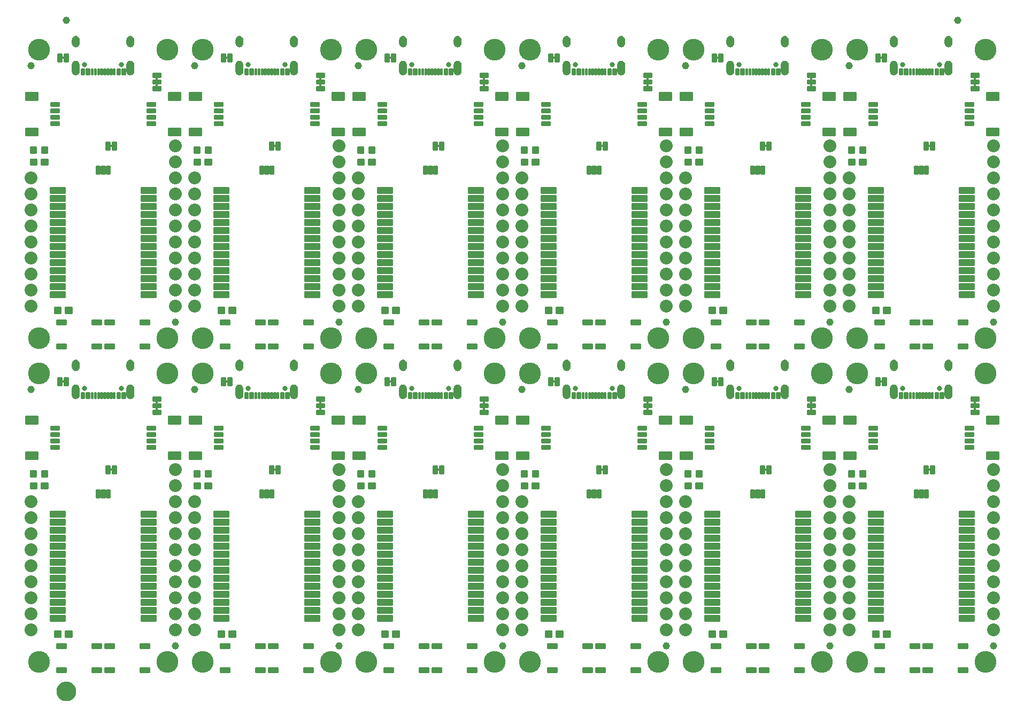
<source format=gts>
G04 EAGLE Gerber RS-274X export*
G75*
%MOMM*%
%FSLAX34Y34*%
%LPD*%
%INSoldermask Top*%
%IPPOS*%
%AMOC8*
5,1,8,0,0,1.08239X$1,22.5*%
G01*
%ADD10C,0.253344*%
%ADD11C,0.255816*%
%ADD12C,0.802400*%
%ADD13C,0.251966*%
%ADD14C,0.243431*%
%ADD15C,0.449434*%
%ADD16C,2.032000*%
%ADD17C,0.253525*%
%ADD18C,1.152400*%
%ADD19C,3.454400*%
%ADD20C,0.253550*%
%ADD21C,0.246888*%
%ADD22C,1.270000*%
%ADD23C,1.652400*%

G36*
X344014Y955248D02*
X344014Y955248D01*
X344019Y955253D01*
X344023Y955249D01*
X345120Y955536D01*
X345124Y955542D01*
X345129Y955539D01*
X346148Y956034D01*
X346151Y956040D01*
X346156Y956039D01*
X347059Y956723D01*
X347061Y956730D01*
X347066Y956730D01*
X347819Y957577D01*
X347819Y957584D01*
X347824Y957585D01*
X348397Y958562D01*
X348396Y958565D01*
X348397Y958566D01*
X348396Y958567D01*
X348396Y958569D01*
X348401Y958571D01*
X348772Y959642D01*
X348770Y959647D01*
X348773Y959649D01*
X348772Y959650D01*
X348774Y959651D01*
X348929Y960773D01*
X348926Y960778D01*
X348929Y960780D01*
X348929Y972780D01*
X348926Y972785D01*
X348929Y972788D01*
X348724Y974055D01*
X348718Y974061D01*
X348721Y974066D01*
X348239Y975255D01*
X348232Y975259D01*
X348234Y975265D01*
X347500Y976318D01*
X347492Y976320D01*
X347493Y976326D01*
X346543Y977189D01*
X346534Y977190D01*
X346534Y977195D01*
X345415Y977825D01*
X345407Y977824D01*
X345405Y977830D01*
X344175Y978195D01*
X344167Y978192D01*
X344164Y978197D01*
X342883Y978279D01*
X342877Y978279D01*
X341596Y978197D01*
X341590Y978191D01*
X341585Y978195D01*
X340355Y977830D01*
X340350Y977823D01*
X340345Y977825D01*
X339226Y977195D01*
X339223Y977188D01*
X339217Y977189D01*
X338267Y976326D01*
X338266Y976318D01*
X338260Y976318D01*
X337526Y975265D01*
X337526Y975257D01*
X337521Y975255D01*
X337039Y974066D01*
X337041Y974060D01*
X337037Y974057D01*
X337038Y974056D01*
X337036Y974055D01*
X336831Y972788D01*
X336834Y972783D01*
X336831Y972780D01*
X336831Y960780D01*
X336834Y960776D01*
X336831Y960773D01*
X336986Y959651D01*
X336991Y959646D01*
X336988Y959642D01*
X337359Y958571D01*
X337365Y958567D01*
X337363Y958562D01*
X337936Y957585D01*
X337942Y957582D01*
X337941Y957577D01*
X338694Y956730D01*
X338701Y956728D01*
X338701Y956723D01*
X339604Y956039D01*
X339611Y956039D01*
X339612Y956034D01*
X340631Y955539D01*
X340638Y955541D01*
X340640Y955536D01*
X341737Y955249D01*
X341743Y955252D01*
X341746Y955248D01*
X342877Y955181D01*
X342881Y955183D01*
X342883Y955181D01*
X344014Y955248D01*
G37*
G36*
X689494Y955248D02*
X689494Y955248D01*
X689499Y955253D01*
X689503Y955249D01*
X690600Y955536D01*
X690604Y955542D01*
X690609Y955539D01*
X691628Y956034D01*
X691631Y956040D01*
X691636Y956039D01*
X692539Y956723D01*
X692541Y956730D01*
X692546Y956730D01*
X693299Y957577D01*
X693299Y957584D01*
X693304Y957585D01*
X693877Y958562D01*
X693876Y958565D01*
X693877Y958566D01*
X693876Y958567D01*
X693876Y958569D01*
X693881Y958571D01*
X694252Y959642D01*
X694250Y959647D01*
X694253Y959649D01*
X694252Y959650D01*
X694254Y959651D01*
X694409Y960773D01*
X694406Y960778D01*
X694409Y960780D01*
X694409Y972780D01*
X694406Y972785D01*
X694409Y972788D01*
X694204Y974055D01*
X694198Y974061D01*
X694201Y974066D01*
X693719Y975255D01*
X693712Y975259D01*
X693714Y975265D01*
X692980Y976318D01*
X692972Y976320D01*
X692973Y976326D01*
X692023Y977189D01*
X692014Y977190D01*
X692014Y977195D01*
X690895Y977825D01*
X690887Y977824D01*
X690885Y977830D01*
X689655Y978195D01*
X689647Y978192D01*
X689644Y978197D01*
X688363Y978279D01*
X688357Y978279D01*
X687076Y978197D01*
X687070Y978191D01*
X687065Y978195D01*
X685835Y977830D01*
X685830Y977823D01*
X685825Y977825D01*
X684706Y977195D01*
X684703Y977188D01*
X684697Y977189D01*
X683747Y976326D01*
X683746Y976318D01*
X683740Y976318D01*
X683006Y975265D01*
X683006Y975257D01*
X683001Y975255D01*
X682519Y974066D01*
X682521Y974060D01*
X682517Y974057D01*
X682518Y974056D01*
X682516Y974055D01*
X682311Y972788D01*
X682314Y972783D01*
X682311Y972780D01*
X682311Y960780D01*
X682314Y960776D01*
X682311Y960773D01*
X682466Y959651D01*
X682471Y959646D01*
X682468Y959642D01*
X682839Y958571D01*
X682845Y958567D01*
X682843Y958562D01*
X683416Y957585D01*
X683422Y957582D01*
X683421Y957577D01*
X684174Y956730D01*
X684181Y956728D01*
X684181Y956723D01*
X685084Y956039D01*
X685091Y956039D01*
X685092Y956034D01*
X686111Y955539D01*
X686118Y955541D01*
X686120Y955536D01*
X687217Y955249D01*
X687223Y955252D01*
X687226Y955248D01*
X688357Y955181D01*
X688361Y955183D01*
X688363Y955181D01*
X689494Y955248D01*
G37*
G36*
X430414Y955248D02*
X430414Y955248D01*
X430419Y955253D01*
X430423Y955249D01*
X431520Y955536D01*
X431524Y955542D01*
X431529Y955539D01*
X432548Y956034D01*
X432551Y956040D01*
X432556Y956039D01*
X433459Y956723D01*
X433461Y956730D01*
X433466Y956730D01*
X434219Y957577D01*
X434219Y957584D01*
X434224Y957585D01*
X434797Y958562D01*
X434796Y958565D01*
X434797Y958566D01*
X434796Y958567D01*
X434796Y958569D01*
X434801Y958571D01*
X435172Y959642D01*
X435170Y959647D01*
X435173Y959649D01*
X435172Y959650D01*
X435174Y959651D01*
X435329Y960773D01*
X435326Y960778D01*
X435329Y960780D01*
X435329Y972780D01*
X435326Y972785D01*
X435329Y972788D01*
X435124Y974055D01*
X435118Y974061D01*
X435121Y974066D01*
X434639Y975255D01*
X434632Y975259D01*
X434634Y975265D01*
X433900Y976318D01*
X433892Y976320D01*
X433893Y976326D01*
X432943Y977189D01*
X432934Y977190D01*
X432934Y977195D01*
X431815Y977825D01*
X431807Y977824D01*
X431805Y977830D01*
X430575Y978195D01*
X430567Y978192D01*
X430564Y978197D01*
X429283Y978279D01*
X429277Y978279D01*
X427996Y978197D01*
X427990Y978191D01*
X427985Y978195D01*
X426755Y977830D01*
X426750Y977823D01*
X426745Y977825D01*
X425626Y977195D01*
X425623Y977188D01*
X425617Y977189D01*
X424667Y976326D01*
X424666Y976318D01*
X424660Y976318D01*
X423926Y975265D01*
X423926Y975257D01*
X423921Y975255D01*
X423439Y974066D01*
X423441Y974060D01*
X423437Y974057D01*
X423438Y974056D01*
X423436Y974055D01*
X423231Y972788D01*
X423234Y972783D01*
X423231Y972780D01*
X423231Y960780D01*
X423234Y960776D01*
X423231Y960773D01*
X423386Y959651D01*
X423391Y959646D01*
X423388Y959642D01*
X423759Y958571D01*
X423765Y958567D01*
X423763Y958562D01*
X424336Y957585D01*
X424342Y957582D01*
X424341Y957577D01*
X425094Y956730D01*
X425101Y956728D01*
X425101Y956723D01*
X426004Y956039D01*
X426011Y956039D01*
X426012Y956034D01*
X427031Y955539D01*
X427038Y955541D01*
X427040Y955536D01*
X428137Y955249D01*
X428143Y955252D01*
X428146Y955248D01*
X429277Y955181D01*
X429281Y955183D01*
X429283Y955181D01*
X430414Y955248D01*
G37*
G36*
X603094Y955248D02*
X603094Y955248D01*
X603099Y955253D01*
X603103Y955249D01*
X604200Y955536D01*
X604204Y955542D01*
X604209Y955539D01*
X605228Y956034D01*
X605231Y956040D01*
X605236Y956039D01*
X606139Y956723D01*
X606141Y956730D01*
X606146Y956730D01*
X606899Y957577D01*
X606899Y957584D01*
X606904Y957585D01*
X607477Y958562D01*
X607476Y958565D01*
X607477Y958566D01*
X607476Y958567D01*
X607476Y958569D01*
X607481Y958571D01*
X607852Y959642D01*
X607850Y959647D01*
X607853Y959649D01*
X607852Y959650D01*
X607854Y959651D01*
X608009Y960773D01*
X608006Y960778D01*
X608009Y960780D01*
X608009Y972780D01*
X608006Y972785D01*
X608009Y972788D01*
X607804Y974055D01*
X607798Y974061D01*
X607801Y974066D01*
X607319Y975255D01*
X607312Y975259D01*
X607314Y975265D01*
X606580Y976318D01*
X606572Y976320D01*
X606573Y976326D01*
X605623Y977189D01*
X605614Y977190D01*
X605614Y977195D01*
X604495Y977825D01*
X604487Y977824D01*
X604485Y977830D01*
X603255Y978195D01*
X603247Y978192D01*
X603244Y978197D01*
X601963Y978279D01*
X601957Y978279D01*
X600676Y978197D01*
X600670Y978191D01*
X600665Y978195D01*
X599435Y977830D01*
X599430Y977823D01*
X599425Y977825D01*
X598306Y977195D01*
X598303Y977188D01*
X598297Y977189D01*
X597347Y976326D01*
X597346Y976318D01*
X597340Y976318D01*
X596606Y975265D01*
X596606Y975257D01*
X596601Y975255D01*
X596119Y974066D01*
X596121Y974060D01*
X596117Y974057D01*
X596118Y974056D01*
X596116Y974055D01*
X595911Y972788D01*
X595914Y972783D01*
X595911Y972780D01*
X595911Y960780D01*
X595914Y960776D01*
X595911Y960773D01*
X596066Y959651D01*
X596071Y959646D01*
X596068Y959642D01*
X596439Y958571D01*
X596445Y958567D01*
X596443Y958562D01*
X597016Y957585D01*
X597022Y957582D01*
X597021Y957577D01*
X597774Y956730D01*
X597781Y956728D01*
X597781Y956723D01*
X598684Y956039D01*
X598691Y956039D01*
X598692Y956034D01*
X599711Y955539D01*
X599718Y955541D01*
X599720Y955536D01*
X600817Y955249D01*
X600823Y955252D01*
X600826Y955248D01*
X601957Y955181D01*
X601961Y955183D01*
X601963Y955181D01*
X603094Y955248D01*
G37*
G36*
X1207654Y955248D02*
X1207654Y955248D01*
X1207659Y955253D01*
X1207663Y955249D01*
X1208760Y955536D01*
X1208764Y955542D01*
X1208769Y955539D01*
X1209788Y956034D01*
X1209791Y956040D01*
X1209796Y956039D01*
X1210699Y956723D01*
X1210701Y956730D01*
X1210706Y956730D01*
X1211459Y957577D01*
X1211459Y957584D01*
X1211464Y957585D01*
X1212037Y958562D01*
X1212036Y958565D01*
X1212037Y958566D01*
X1212036Y958567D01*
X1212036Y958569D01*
X1212041Y958571D01*
X1212412Y959642D01*
X1212410Y959647D01*
X1212413Y959649D01*
X1212412Y959650D01*
X1212414Y959651D01*
X1212569Y960773D01*
X1212566Y960778D01*
X1212569Y960780D01*
X1212569Y972780D01*
X1212566Y972785D01*
X1212569Y972788D01*
X1212364Y974055D01*
X1212358Y974061D01*
X1212361Y974066D01*
X1211879Y975255D01*
X1211872Y975259D01*
X1211874Y975265D01*
X1211140Y976318D01*
X1211132Y976320D01*
X1211133Y976326D01*
X1210183Y977189D01*
X1210174Y977190D01*
X1210174Y977195D01*
X1209055Y977825D01*
X1209047Y977824D01*
X1209045Y977830D01*
X1207815Y978195D01*
X1207807Y978192D01*
X1207804Y978197D01*
X1206523Y978279D01*
X1206517Y978279D01*
X1205236Y978197D01*
X1205230Y978191D01*
X1205225Y978195D01*
X1203995Y977830D01*
X1203990Y977823D01*
X1203985Y977825D01*
X1202866Y977195D01*
X1202863Y977188D01*
X1202857Y977189D01*
X1201907Y976326D01*
X1201906Y976318D01*
X1201900Y976318D01*
X1201166Y975265D01*
X1201166Y975257D01*
X1201161Y975255D01*
X1200679Y974066D01*
X1200681Y974060D01*
X1200677Y974057D01*
X1200678Y974056D01*
X1200676Y974055D01*
X1200471Y972788D01*
X1200474Y972783D01*
X1200471Y972780D01*
X1200471Y960780D01*
X1200474Y960776D01*
X1200471Y960773D01*
X1200626Y959651D01*
X1200631Y959646D01*
X1200628Y959642D01*
X1200999Y958571D01*
X1201005Y958567D01*
X1201003Y958562D01*
X1201576Y957585D01*
X1201582Y957582D01*
X1201581Y957577D01*
X1202334Y956730D01*
X1202341Y956728D01*
X1202341Y956723D01*
X1203244Y956039D01*
X1203251Y956039D01*
X1203252Y956034D01*
X1204271Y955539D01*
X1204278Y955541D01*
X1204280Y955536D01*
X1205377Y955249D01*
X1205383Y955252D01*
X1205386Y955248D01*
X1206517Y955181D01*
X1206521Y955183D01*
X1206523Y955181D01*
X1207654Y955248D01*
G37*
G36*
X862174Y442168D02*
X862174Y442168D01*
X862179Y442173D01*
X862183Y442169D01*
X863280Y442456D01*
X863284Y442462D01*
X863289Y442459D01*
X864308Y442954D01*
X864311Y442960D01*
X864316Y442959D01*
X865219Y443643D01*
X865221Y443650D01*
X865226Y443650D01*
X865979Y444497D01*
X865979Y444504D01*
X865984Y444505D01*
X866557Y445482D01*
X866556Y445485D01*
X866557Y445486D01*
X866556Y445487D01*
X866556Y445489D01*
X866561Y445491D01*
X866932Y446562D01*
X866930Y446567D01*
X866933Y446569D01*
X866932Y446570D01*
X866934Y446571D01*
X867089Y447693D01*
X867086Y447698D01*
X867089Y447700D01*
X867089Y459700D01*
X867086Y459705D01*
X867089Y459708D01*
X866884Y460975D01*
X866878Y460981D01*
X866881Y460986D01*
X866399Y462175D01*
X866392Y462179D01*
X866394Y462185D01*
X865660Y463238D01*
X865652Y463240D01*
X865653Y463246D01*
X864703Y464109D01*
X864694Y464110D01*
X864694Y464115D01*
X863575Y464745D01*
X863567Y464744D01*
X863565Y464750D01*
X862335Y465115D01*
X862327Y465112D01*
X862324Y465117D01*
X861043Y465199D01*
X861037Y465199D01*
X859756Y465117D01*
X859750Y465111D01*
X859745Y465115D01*
X858515Y464750D01*
X858510Y464743D01*
X858505Y464745D01*
X857386Y464115D01*
X857383Y464108D01*
X857377Y464109D01*
X856427Y463246D01*
X856426Y463238D01*
X856420Y463238D01*
X855686Y462185D01*
X855686Y462177D01*
X855681Y462175D01*
X855199Y460986D01*
X855201Y460980D01*
X855197Y460977D01*
X855198Y460976D01*
X855196Y460975D01*
X854991Y459708D01*
X854994Y459703D01*
X854991Y459700D01*
X854991Y447700D01*
X854994Y447696D01*
X854991Y447693D01*
X855146Y446571D01*
X855151Y446566D01*
X855148Y446562D01*
X855519Y445491D01*
X855525Y445487D01*
X855523Y445482D01*
X856096Y444505D01*
X856102Y444502D01*
X856101Y444497D01*
X856854Y443650D01*
X856861Y443648D01*
X856861Y443643D01*
X857764Y442959D01*
X857771Y442959D01*
X857772Y442954D01*
X858791Y442459D01*
X858798Y442461D01*
X858800Y442456D01*
X859897Y442169D01*
X859903Y442172D01*
X859906Y442168D01*
X861037Y442101D01*
X861041Y442103D01*
X861043Y442101D01*
X862174Y442168D01*
G37*
G36*
X171334Y442168D02*
X171334Y442168D01*
X171339Y442173D01*
X171343Y442169D01*
X172440Y442456D01*
X172444Y442462D01*
X172449Y442459D01*
X173468Y442954D01*
X173471Y442960D01*
X173476Y442959D01*
X174379Y443643D01*
X174381Y443650D01*
X174386Y443650D01*
X175139Y444497D01*
X175139Y444504D01*
X175144Y444505D01*
X175717Y445482D01*
X175716Y445485D01*
X175717Y445486D01*
X175716Y445487D01*
X175716Y445489D01*
X175721Y445491D01*
X176092Y446562D01*
X176090Y446567D01*
X176093Y446569D01*
X176092Y446570D01*
X176094Y446571D01*
X176249Y447693D01*
X176246Y447698D01*
X176249Y447700D01*
X176249Y459700D01*
X176246Y459705D01*
X176249Y459708D01*
X176044Y460975D01*
X176038Y460981D01*
X176041Y460986D01*
X175559Y462175D01*
X175552Y462179D01*
X175554Y462185D01*
X174820Y463238D01*
X174812Y463240D01*
X174813Y463246D01*
X173863Y464109D01*
X173854Y464110D01*
X173854Y464115D01*
X172735Y464745D01*
X172727Y464744D01*
X172725Y464750D01*
X171495Y465115D01*
X171487Y465112D01*
X171484Y465117D01*
X170203Y465199D01*
X170197Y465199D01*
X168916Y465117D01*
X168910Y465111D01*
X168905Y465115D01*
X167675Y464750D01*
X167670Y464743D01*
X167665Y464745D01*
X166546Y464115D01*
X166543Y464108D01*
X166537Y464109D01*
X165587Y463246D01*
X165586Y463238D01*
X165580Y463238D01*
X164846Y462185D01*
X164846Y462177D01*
X164841Y462175D01*
X164359Y460986D01*
X164361Y460980D01*
X164357Y460977D01*
X164358Y460976D01*
X164356Y460975D01*
X164151Y459708D01*
X164154Y459703D01*
X164151Y459700D01*
X164151Y447700D01*
X164154Y447696D01*
X164151Y447693D01*
X164306Y446571D01*
X164311Y446566D01*
X164308Y446562D01*
X164679Y445491D01*
X164685Y445487D01*
X164683Y445482D01*
X165256Y444505D01*
X165262Y444502D01*
X165261Y444497D01*
X166014Y443650D01*
X166021Y443648D01*
X166021Y443643D01*
X166924Y442959D01*
X166931Y442959D01*
X166932Y442954D01*
X167951Y442459D01*
X167958Y442461D01*
X167960Y442456D01*
X169057Y442169D01*
X169063Y442172D01*
X169066Y442168D01*
X170197Y442101D01*
X170201Y442103D01*
X170203Y442101D01*
X171334Y442168D01*
G37*
G36*
X1121254Y955248D02*
X1121254Y955248D01*
X1121259Y955253D01*
X1121263Y955249D01*
X1122360Y955536D01*
X1122364Y955542D01*
X1122369Y955539D01*
X1123388Y956034D01*
X1123391Y956040D01*
X1123396Y956039D01*
X1124299Y956723D01*
X1124301Y956730D01*
X1124306Y956730D01*
X1125059Y957577D01*
X1125059Y957584D01*
X1125064Y957585D01*
X1125637Y958562D01*
X1125636Y958565D01*
X1125637Y958566D01*
X1125636Y958567D01*
X1125636Y958569D01*
X1125641Y958571D01*
X1126012Y959642D01*
X1126010Y959647D01*
X1126013Y959649D01*
X1126012Y959650D01*
X1126014Y959651D01*
X1126169Y960773D01*
X1126166Y960778D01*
X1126169Y960780D01*
X1126169Y972780D01*
X1126166Y972785D01*
X1126169Y972788D01*
X1125964Y974055D01*
X1125958Y974061D01*
X1125961Y974066D01*
X1125479Y975255D01*
X1125472Y975259D01*
X1125474Y975265D01*
X1124740Y976318D01*
X1124732Y976320D01*
X1124733Y976326D01*
X1123783Y977189D01*
X1123774Y977190D01*
X1123774Y977195D01*
X1122655Y977825D01*
X1122647Y977824D01*
X1122645Y977830D01*
X1121415Y978195D01*
X1121407Y978192D01*
X1121404Y978197D01*
X1120123Y978279D01*
X1120117Y978279D01*
X1118836Y978197D01*
X1118830Y978191D01*
X1118825Y978195D01*
X1117595Y977830D01*
X1117590Y977823D01*
X1117585Y977825D01*
X1116466Y977195D01*
X1116463Y977188D01*
X1116457Y977189D01*
X1115507Y976326D01*
X1115506Y976318D01*
X1115500Y976318D01*
X1114766Y975265D01*
X1114766Y975257D01*
X1114761Y975255D01*
X1114279Y974066D01*
X1114281Y974060D01*
X1114277Y974057D01*
X1114278Y974056D01*
X1114276Y974055D01*
X1114071Y972788D01*
X1114074Y972783D01*
X1114071Y972780D01*
X1114071Y960780D01*
X1114074Y960776D01*
X1114071Y960773D01*
X1114226Y959651D01*
X1114231Y959646D01*
X1114228Y959642D01*
X1114599Y958571D01*
X1114605Y958567D01*
X1114603Y958562D01*
X1115176Y957585D01*
X1115182Y957582D01*
X1115181Y957577D01*
X1115934Y956730D01*
X1115941Y956728D01*
X1115941Y956723D01*
X1116844Y956039D01*
X1116851Y956039D01*
X1116852Y956034D01*
X1117871Y955539D01*
X1117878Y955541D01*
X1117880Y955536D01*
X1118977Y955249D01*
X1118983Y955252D01*
X1118986Y955248D01*
X1120117Y955181D01*
X1120121Y955183D01*
X1120123Y955181D01*
X1121254Y955248D01*
G37*
G36*
X171334Y955248D02*
X171334Y955248D01*
X171339Y955253D01*
X171343Y955249D01*
X172440Y955536D01*
X172444Y955542D01*
X172449Y955539D01*
X173468Y956034D01*
X173471Y956040D01*
X173476Y956039D01*
X174379Y956723D01*
X174381Y956730D01*
X174386Y956730D01*
X175139Y957577D01*
X175139Y957584D01*
X175144Y957585D01*
X175717Y958562D01*
X175716Y958565D01*
X175717Y958566D01*
X175716Y958567D01*
X175716Y958569D01*
X175721Y958571D01*
X176092Y959642D01*
X176090Y959647D01*
X176093Y959649D01*
X176092Y959650D01*
X176094Y959651D01*
X176249Y960773D01*
X176246Y960778D01*
X176249Y960780D01*
X176249Y972780D01*
X176246Y972785D01*
X176249Y972788D01*
X176044Y974055D01*
X176038Y974061D01*
X176041Y974066D01*
X175559Y975255D01*
X175552Y975259D01*
X175554Y975265D01*
X174820Y976318D01*
X174812Y976320D01*
X174813Y976326D01*
X173863Y977189D01*
X173854Y977190D01*
X173854Y977195D01*
X172735Y977825D01*
X172727Y977824D01*
X172725Y977830D01*
X171495Y978195D01*
X171487Y978192D01*
X171484Y978197D01*
X170203Y978279D01*
X170197Y978279D01*
X168916Y978197D01*
X168910Y978191D01*
X168905Y978195D01*
X167675Y977830D01*
X167670Y977823D01*
X167665Y977825D01*
X166546Y977195D01*
X166543Y977188D01*
X166537Y977189D01*
X165587Y976326D01*
X165586Y976318D01*
X165580Y976318D01*
X164846Y975265D01*
X164846Y975257D01*
X164841Y975255D01*
X164359Y974066D01*
X164361Y974060D01*
X164357Y974057D01*
X164358Y974056D01*
X164356Y974055D01*
X164151Y972788D01*
X164154Y972783D01*
X164151Y972780D01*
X164151Y960780D01*
X164154Y960776D01*
X164151Y960773D01*
X164306Y959651D01*
X164311Y959646D01*
X164308Y959642D01*
X164679Y958571D01*
X164685Y958567D01*
X164683Y958562D01*
X165256Y957585D01*
X165262Y957582D01*
X165261Y957577D01*
X166014Y956730D01*
X166021Y956728D01*
X166021Y956723D01*
X166924Y956039D01*
X166931Y956039D01*
X166932Y956034D01*
X167951Y955539D01*
X167958Y955541D01*
X167960Y955536D01*
X169057Y955249D01*
X169063Y955252D01*
X169066Y955248D01*
X170197Y955181D01*
X170201Y955183D01*
X170203Y955181D01*
X171334Y955248D01*
G37*
G36*
X862174Y955248D02*
X862174Y955248D01*
X862179Y955253D01*
X862183Y955249D01*
X863280Y955536D01*
X863284Y955542D01*
X863289Y955539D01*
X864308Y956034D01*
X864311Y956040D01*
X864316Y956039D01*
X865219Y956723D01*
X865221Y956730D01*
X865226Y956730D01*
X865979Y957577D01*
X865979Y957584D01*
X865984Y957585D01*
X866557Y958562D01*
X866556Y958565D01*
X866557Y958566D01*
X866556Y958567D01*
X866556Y958569D01*
X866561Y958571D01*
X866932Y959642D01*
X866930Y959647D01*
X866933Y959649D01*
X866932Y959650D01*
X866934Y959651D01*
X867089Y960773D01*
X867086Y960778D01*
X867089Y960780D01*
X867089Y972780D01*
X867086Y972785D01*
X867089Y972788D01*
X866884Y974055D01*
X866878Y974061D01*
X866881Y974066D01*
X866399Y975255D01*
X866392Y975259D01*
X866394Y975265D01*
X865660Y976318D01*
X865652Y976320D01*
X865653Y976326D01*
X864703Y977189D01*
X864694Y977190D01*
X864694Y977195D01*
X863575Y977825D01*
X863567Y977824D01*
X863565Y977830D01*
X862335Y978195D01*
X862327Y978192D01*
X862324Y978197D01*
X861043Y978279D01*
X861037Y978279D01*
X859756Y978197D01*
X859750Y978191D01*
X859745Y978195D01*
X858515Y977830D01*
X858510Y977823D01*
X858505Y977825D01*
X857386Y977195D01*
X857383Y977188D01*
X857377Y977189D01*
X856427Y976326D01*
X856426Y976318D01*
X856420Y976318D01*
X855686Y975265D01*
X855686Y975257D01*
X855681Y975255D01*
X855199Y974066D01*
X855201Y974060D01*
X855197Y974057D01*
X855198Y974056D01*
X855196Y974055D01*
X854991Y972788D01*
X854994Y972783D01*
X854991Y972780D01*
X854991Y960780D01*
X854994Y960776D01*
X854991Y960773D01*
X855146Y959651D01*
X855151Y959646D01*
X855148Y959642D01*
X855519Y958571D01*
X855525Y958567D01*
X855523Y958562D01*
X856096Y957585D01*
X856102Y957582D01*
X856101Y957577D01*
X856854Y956730D01*
X856861Y956728D01*
X856861Y956723D01*
X857764Y956039D01*
X857771Y956039D01*
X857772Y956034D01*
X858791Y955539D01*
X858798Y955541D01*
X858800Y955536D01*
X859897Y955249D01*
X859903Y955252D01*
X859906Y955248D01*
X861037Y955181D01*
X861041Y955183D01*
X861043Y955181D01*
X862174Y955248D01*
G37*
G36*
X1466734Y955248D02*
X1466734Y955248D01*
X1466739Y955253D01*
X1466743Y955249D01*
X1467840Y955536D01*
X1467844Y955542D01*
X1467849Y955539D01*
X1468868Y956034D01*
X1468871Y956040D01*
X1468876Y956039D01*
X1469779Y956723D01*
X1469781Y956730D01*
X1469786Y956730D01*
X1470539Y957577D01*
X1470539Y957584D01*
X1470544Y957585D01*
X1471117Y958562D01*
X1471116Y958565D01*
X1471117Y958566D01*
X1471116Y958567D01*
X1471116Y958569D01*
X1471121Y958571D01*
X1471492Y959642D01*
X1471490Y959647D01*
X1471493Y959649D01*
X1471492Y959650D01*
X1471494Y959651D01*
X1471649Y960773D01*
X1471646Y960778D01*
X1471649Y960780D01*
X1471649Y972780D01*
X1471646Y972785D01*
X1471649Y972788D01*
X1471444Y974055D01*
X1471438Y974061D01*
X1471441Y974066D01*
X1470959Y975255D01*
X1470952Y975259D01*
X1470954Y975265D01*
X1470220Y976318D01*
X1470212Y976320D01*
X1470213Y976326D01*
X1469263Y977189D01*
X1469254Y977190D01*
X1469254Y977195D01*
X1468135Y977825D01*
X1468127Y977824D01*
X1468125Y977830D01*
X1466895Y978195D01*
X1466887Y978192D01*
X1466884Y978197D01*
X1465603Y978279D01*
X1465597Y978279D01*
X1464316Y978197D01*
X1464310Y978191D01*
X1464305Y978195D01*
X1463075Y977830D01*
X1463070Y977823D01*
X1463065Y977825D01*
X1461946Y977195D01*
X1461943Y977188D01*
X1461937Y977189D01*
X1460987Y976326D01*
X1460986Y976318D01*
X1460980Y976318D01*
X1460246Y975265D01*
X1460246Y975257D01*
X1460241Y975255D01*
X1459759Y974066D01*
X1459761Y974060D01*
X1459757Y974057D01*
X1459758Y974056D01*
X1459756Y974055D01*
X1459551Y972788D01*
X1459554Y972783D01*
X1459551Y972780D01*
X1459551Y960780D01*
X1459554Y960776D01*
X1459551Y960773D01*
X1459706Y959651D01*
X1459711Y959646D01*
X1459708Y959642D01*
X1460079Y958571D01*
X1460085Y958567D01*
X1460083Y958562D01*
X1460656Y957585D01*
X1460662Y957582D01*
X1460661Y957577D01*
X1461414Y956730D01*
X1461421Y956728D01*
X1461421Y956723D01*
X1462324Y956039D01*
X1462331Y956039D01*
X1462332Y956034D01*
X1463351Y955539D01*
X1463358Y955541D01*
X1463360Y955536D01*
X1464457Y955249D01*
X1464463Y955252D01*
X1464466Y955248D01*
X1465597Y955181D01*
X1465601Y955183D01*
X1465603Y955181D01*
X1466734Y955248D01*
G37*
G36*
X1380334Y955248D02*
X1380334Y955248D01*
X1380339Y955253D01*
X1380343Y955249D01*
X1381440Y955536D01*
X1381444Y955542D01*
X1381449Y955539D01*
X1382468Y956034D01*
X1382471Y956040D01*
X1382476Y956039D01*
X1383379Y956723D01*
X1383381Y956730D01*
X1383386Y956730D01*
X1384139Y957577D01*
X1384139Y957584D01*
X1384144Y957585D01*
X1384717Y958562D01*
X1384716Y958565D01*
X1384717Y958566D01*
X1384716Y958567D01*
X1384716Y958569D01*
X1384721Y958571D01*
X1385092Y959642D01*
X1385090Y959647D01*
X1385093Y959649D01*
X1385092Y959650D01*
X1385094Y959651D01*
X1385249Y960773D01*
X1385246Y960778D01*
X1385249Y960780D01*
X1385249Y972780D01*
X1385246Y972785D01*
X1385249Y972788D01*
X1385044Y974055D01*
X1385038Y974061D01*
X1385041Y974066D01*
X1384559Y975255D01*
X1384552Y975259D01*
X1384554Y975265D01*
X1383820Y976318D01*
X1383812Y976320D01*
X1383813Y976326D01*
X1382863Y977189D01*
X1382854Y977190D01*
X1382854Y977195D01*
X1381735Y977825D01*
X1381727Y977824D01*
X1381725Y977830D01*
X1380495Y978195D01*
X1380487Y978192D01*
X1380484Y978197D01*
X1379203Y978279D01*
X1379197Y978279D01*
X1377916Y978197D01*
X1377910Y978191D01*
X1377905Y978195D01*
X1376675Y977830D01*
X1376670Y977823D01*
X1376665Y977825D01*
X1375546Y977195D01*
X1375543Y977188D01*
X1375537Y977189D01*
X1374587Y976326D01*
X1374586Y976318D01*
X1374580Y976318D01*
X1373846Y975265D01*
X1373846Y975257D01*
X1373841Y975255D01*
X1373359Y974066D01*
X1373361Y974060D01*
X1373357Y974057D01*
X1373358Y974056D01*
X1373356Y974055D01*
X1373151Y972788D01*
X1373154Y972783D01*
X1373151Y972780D01*
X1373151Y960780D01*
X1373154Y960776D01*
X1373151Y960773D01*
X1373306Y959651D01*
X1373311Y959646D01*
X1373308Y959642D01*
X1373679Y958571D01*
X1373685Y958567D01*
X1373683Y958562D01*
X1374256Y957585D01*
X1374262Y957582D01*
X1374261Y957577D01*
X1375014Y956730D01*
X1375021Y956728D01*
X1375021Y956723D01*
X1375924Y956039D01*
X1375931Y956039D01*
X1375932Y956034D01*
X1376951Y955539D01*
X1376958Y955541D01*
X1376960Y955536D01*
X1378057Y955249D01*
X1378063Y955252D01*
X1378066Y955248D01*
X1379197Y955181D01*
X1379201Y955183D01*
X1379203Y955181D01*
X1380334Y955248D01*
G37*
G36*
X84934Y955248D02*
X84934Y955248D01*
X84939Y955253D01*
X84943Y955249D01*
X86040Y955536D01*
X86044Y955542D01*
X86049Y955539D01*
X87068Y956034D01*
X87071Y956040D01*
X87076Y956039D01*
X87979Y956723D01*
X87981Y956730D01*
X87986Y956730D01*
X88739Y957577D01*
X88739Y957584D01*
X88744Y957585D01*
X89317Y958562D01*
X89316Y958565D01*
X89317Y958566D01*
X89316Y958567D01*
X89316Y958569D01*
X89321Y958571D01*
X89692Y959642D01*
X89690Y959647D01*
X89693Y959649D01*
X89692Y959650D01*
X89694Y959651D01*
X89849Y960773D01*
X89846Y960778D01*
X89849Y960780D01*
X89849Y972780D01*
X89846Y972785D01*
X89849Y972788D01*
X89644Y974055D01*
X89638Y974061D01*
X89641Y974066D01*
X89159Y975255D01*
X89152Y975259D01*
X89154Y975265D01*
X88420Y976318D01*
X88412Y976320D01*
X88413Y976326D01*
X87463Y977189D01*
X87454Y977190D01*
X87454Y977195D01*
X86335Y977825D01*
X86327Y977824D01*
X86325Y977830D01*
X85095Y978195D01*
X85087Y978192D01*
X85084Y978197D01*
X83803Y978279D01*
X83797Y978279D01*
X82516Y978197D01*
X82510Y978191D01*
X82505Y978195D01*
X81275Y977830D01*
X81270Y977823D01*
X81265Y977825D01*
X80146Y977195D01*
X80143Y977188D01*
X80137Y977189D01*
X79187Y976326D01*
X79186Y976318D01*
X79180Y976318D01*
X78446Y975265D01*
X78446Y975257D01*
X78441Y975255D01*
X77959Y974066D01*
X77961Y974060D01*
X77957Y974057D01*
X77958Y974056D01*
X77956Y974055D01*
X77751Y972788D01*
X77754Y972783D01*
X77751Y972780D01*
X77751Y960780D01*
X77754Y960776D01*
X77751Y960773D01*
X77906Y959651D01*
X77911Y959646D01*
X77908Y959642D01*
X78279Y958571D01*
X78285Y958567D01*
X78283Y958562D01*
X78856Y957585D01*
X78862Y957582D01*
X78861Y957577D01*
X79614Y956730D01*
X79621Y956728D01*
X79621Y956723D01*
X80524Y956039D01*
X80531Y956039D01*
X80532Y956034D01*
X81551Y955539D01*
X81558Y955541D01*
X81560Y955536D01*
X82657Y955249D01*
X82663Y955252D01*
X82666Y955248D01*
X83797Y955181D01*
X83801Y955183D01*
X83803Y955181D01*
X84934Y955248D01*
G37*
G36*
X948574Y955248D02*
X948574Y955248D01*
X948579Y955253D01*
X948583Y955249D01*
X949680Y955536D01*
X949684Y955542D01*
X949689Y955539D01*
X950708Y956034D01*
X950711Y956040D01*
X950716Y956039D01*
X951619Y956723D01*
X951621Y956730D01*
X951626Y956730D01*
X952379Y957577D01*
X952379Y957584D01*
X952384Y957585D01*
X952957Y958562D01*
X952956Y958565D01*
X952957Y958566D01*
X952956Y958567D01*
X952956Y958569D01*
X952961Y958571D01*
X953332Y959642D01*
X953330Y959647D01*
X953333Y959649D01*
X953332Y959650D01*
X953334Y959651D01*
X953489Y960773D01*
X953486Y960778D01*
X953489Y960780D01*
X953489Y972780D01*
X953486Y972785D01*
X953489Y972788D01*
X953284Y974055D01*
X953278Y974061D01*
X953281Y974066D01*
X952799Y975255D01*
X952792Y975259D01*
X952794Y975265D01*
X952060Y976318D01*
X952052Y976320D01*
X952053Y976326D01*
X951103Y977189D01*
X951094Y977190D01*
X951094Y977195D01*
X949975Y977825D01*
X949967Y977824D01*
X949965Y977830D01*
X948735Y978195D01*
X948727Y978192D01*
X948724Y978197D01*
X947443Y978279D01*
X947437Y978279D01*
X946156Y978197D01*
X946150Y978191D01*
X946145Y978195D01*
X944915Y977830D01*
X944910Y977823D01*
X944905Y977825D01*
X943786Y977195D01*
X943783Y977188D01*
X943777Y977189D01*
X942827Y976326D01*
X942826Y976318D01*
X942820Y976318D01*
X942086Y975265D01*
X942086Y975257D01*
X942081Y975255D01*
X941599Y974066D01*
X941601Y974060D01*
X941597Y974057D01*
X941598Y974056D01*
X941596Y974055D01*
X941391Y972788D01*
X941394Y972783D01*
X941391Y972780D01*
X941391Y960780D01*
X941394Y960776D01*
X941391Y960773D01*
X941546Y959651D01*
X941551Y959646D01*
X941548Y959642D01*
X941919Y958571D01*
X941925Y958567D01*
X941923Y958562D01*
X942496Y957585D01*
X942502Y957582D01*
X942501Y957577D01*
X943254Y956730D01*
X943261Y956728D01*
X943261Y956723D01*
X944164Y956039D01*
X944171Y956039D01*
X944172Y956034D01*
X945191Y955539D01*
X945198Y955541D01*
X945200Y955536D01*
X946297Y955249D01*
X946303Y955252D01*
X946306Y955248D01*
X947437Y955181D01*
X947441Y955183D01*
X947443Y955181D01*
X948574Y955248D01*
G37*
G36*
X1207654Y442168D02*
X1207654Y442168D01*
X1207659Y442173D01*
X1207663Y442169D01*
X1208760Y442456D01*
X1208764Y442462D01*
X1208769Y442459D01*
X1209788Y442954D01*
X1209791Y442960D01*
X1209796Y442959D01*
X1210699Y443643D01*
X1210701Y443650D01*
X1210706Y443650D01*
X1211459Y444497D01*
X1211459Y444504D01*
X1211464Y444505D01*
X1212037Y445482D01*
X1212036Y445485D01*
X1212037Y445486D01*
X1212036Y445487D01*
X1212036Y445489D01*
X1212041Y445491D01*
X1212412Y446562D01*
X1212410Y446567D01*
X1212413Y446569D01*
X1212412Y446570D01*
X1212414Y446571D01*
X1212569Y447693D01*
X1212566Y447698D01*
X1212569Y447700D01*
X1212569Y459700D01*
X1212566Y459705D01*
X1212569Y459708D01*
X1212364Y460975D01*
X1212358Y460981D01*
X1212361Y460986D01*
X1211879Y462175D01*
X1211872Y462179D01*
X1211874Y462185D01*
X1211140Y463238D01*
X1211132Y463240D01*
X1211133Y463246D01*
X1210183Y464109D01*
X1210174Y464110D01*
X1210174Y464115D01*
X1209055Y464745D01*
X1209047Y464744D01*
X1209045Y464750D01*
X1207815Y465115D01*
X1207807Y465112D01*
X1207804Y465117D01*
X1206523Y465199D01*
X1206517Y465199D01*
X1205236Y465117D01*
X1205230Y465111D01*
X1205225Y465115D01*
X1203995Y464750D01*
X1203990Y464743D01*
X1203985Y464745D01*
X1202866Y464115D01*
X1202863Y464108D01*
X1202857Y464109D01*
X1201907Y463246D01*
X1201906Y463238D01*
X1201900Y463238D01*
X1201166Y462185D01*
X1201166Y462177D01*
X1201161Y462175D01*
X1200679Y460986D01*
X1200681Y460980D01*
X1200677Y460977D01*
X1200678Y460976D01*
X1200676Y460975D01*
X1200471Y459708D01*
X1200474Y459703D01*
X1200471Y459700D01*
X1200471Y447700D01*
X1200474Y447696D01*
X1200471Y447693D01*
X1200626Y446571D01*
X1200631Y446566D01*
X1200628Y446562D01*
X1200999Y445491D01*
X1201005Y445487D01*
X1201003Y445482D01*
X1201576Y444505D01*
X1201582Y444502D01*
X1201581Y444497D01*
X1202334Y443650D01*
X1202341Y443648D01*
X1202341Y443643D01*
X1203244Y442959D01*
X1203251Y442959D01*
X1203252Y442954D01*
X1204271Y442459D01*
X1204278Y442461D01*
X1204280Y442456D01*
X1205377Y442169D01*
X1205383Y442172D01*
X1205386Y442168D01*
X1206517Y442101D01*
X1206521Y442103D01*
X1206523Y442101D01*
X1207654Y442168D01*
G37*
G36*
X689494Y442168D02*
X689494Y442168D01*
X689499Y442173D01*
X689503Y442169D01*
X690600Y442456D01*
X690604Y442462D01*
X690609Y442459D01*
X691628Y442954D01*
X691631Y442960D01*
X691636Y442959D01*
X692539Y443643D01*
X692541Y443650D01*
X692546Y443650D01*
X693299Y444497D01*
X693299Y444504D01*
X693304Y444505D01*
X693877Y445482D01*
X693876Y445485D01*
X693877Y445486D01*
X693876Y445487D01*
X693876Y445489D01*
X693881Y445491D01*
X694252Y446562D01*
X694250Y446567D01*
X694253Y446569D01*
X694252Y446570D01*
X694254Y446571D01*
X694409Y447693D01*
X694406Y447698D01*
X694409Y447700D01*
X694409Y459700D01*
X694406Y459705D01*
X694409Y459708D01*
X694204Y460975D01*
X694198Y460981D01*
X694201Y460986D01*
X693719Y462175D01*
X693712Y462179D01*
X693714Y462185D01*
X692980Y463238D01*
X692972Y463240D01*
X692973Y463246D01*
X692023Y464109D01*
X692014Y464110D01*
X692014Y464115D01*
X690895Y464745D01*
X690887Y464744D01*
X690885Y464750D01*
X689655Y465115D01*
X689647Y465112D01*
X689644Y465117D01*
X688363Y465199D01*
X688357Y465199D01*
X687076Y465117D01*
X687070Y465111D01*
X687065Y465115D01*
X685835Y464750D01*
X685830Y464743D01*
X685825Y464745D01*
X684706Y464115D01*
X684703Y464108D01*
X684697Y464109D01*
X683747Y463246D01*
X683746Y463238D01*
X683740Y463238D01*
X683006Y462185D01*
X683006Y462177D01*
X683001Y462175D01*
X682519Y460986D01*
X682521Y460980D01*
X682517Y460977D01*
X682518Y460976D01*
X682516Y460975D01*
X682311Y459708D01*
X682314Y459703D01*
X682311Y459700D01*
X682311Y447700D01*
X682314Y447696D01*
X682311Y447693D01*
X682466Y446571D01*
X682471Y446566D01*
X682468Y446562D01*
X682839Y445491D01*
X682845Y445487D01*
X682843Y445482D01*
X683416Y444505D01*
X683422Y444502D01*
X683421Y444497D01*
X684174Y443650D01*
X684181Y443648D01*
X684181Y443643D01*
X685084Y442959D01*
X685091Y442959D01*
X685092Y442954D01*
X686111Y442459D01*
X686118Y442461D01*
X686120Y442456D01*
X687217Y442169D01*
X687223Y442172D01*
X687226Y442168D01*
X688357Y442101D01*
X688361Y442103D01*
X688363Y442101D01*
X689494Y442168D01*
G37*
G36*
X430414Y442168D02*
X430414Y442168D01*
X430419Y442173D01*
X430423Y442169D01*
X431520Y442456D01*
X431524Y442462D01*
X431529Y442459D01*
X432548Y442954D01*
X432551Y442960D01*
X432556Y442959D01*
X433459Y443643D01*
X433461Y443650D01*
X433466Y443650D01*
X434219Y444497D01*
X434219Y444504D01*
X434224Y444505D01*
X434797Y445482D01*
X434796Y445485D01*
X434797Y445486D01*
X434796Y445487D01*
X434796Y445489D01*
X434801Y445491D01*
X435172Y446562D01*
X435170Y446567D01*
X435173Y446569D01*
X435172Y446570D01*
X435174Y446571D01*
X435329Y447693D01*
X435326Y447698D01*
X435329Y447700D01*
X435329Y459700D01*
X435326Y459705D01*
X435329Y459708D01*
X435124Y460975D01*
X435118Y460981D01*
X435121Y460986D01*
X434639Y462175D01*
X434632Y462179D01*
X434634Y462185D01*
X433900Y463238D01*
X433892Y463240D01*
X433893Y463246D01*
X432943Y464109D01*
X432934Y464110D01*
X432934Y464115D01*
X431815Y464745D01*
X431807Y464744D01*
X431805Y464750D01*
X430575Y465115D01*
X430567Y465112D01*
X430564Y465117D01*
X429283Y465199D01*
X429277Y465199D01*
X427996Y465117D01*
X427990Y465111D01*
X427985Y465115D01*
X426755Y464750D01*
X426750Y464743D01*
X426745Y464745D01*
X425626Y464115D01*
X425623Y464108D01*
X425617Y464109D01*
X424667Y463246D01*
X424666Y463238D01*
X424660Y463238D01*
X423926Y462185D01*
X423926Y462177D01*
X423921Y462175D01*
X423439Y460986D01*
X423441Y460980D01*
X423437Y460977D01*
X423438Y460976D01*
X423436Y460975D01*
X423231Y459708D01*
X423234Y459703D01*
X423231Y459700D01*
X423231Y447700D01*
X423234Y447696D01*
X423231Y447693D01*
X423386Y446571D01*
X423391Y446566D01*
X423388Y446562D01*
X423759Y445491D01*
X423765Y445487D01*
X423763Y445482D01*
X424336Y444505D01*
X424342Y444502D01*
X424341Y444497D01*
X425094Y443650D01*
X425101Y443648D01*
X425101Y443643D01*
X426004Y442959D01*
X426011Y442959D01*
X426012Y442954D01*
X427031Y442459D01*
X427038Y442461D01*
X427040Y442456D01*
X428137Y442169D01*
X428143Y442172D01*
X428146Y442168D01*
X429277Y442101D01*
X429281Y442103D01*
X429283Y442101D01*
X430414Y442168D01*
G37*
G36*
X1380334Y442168D02*
X1380334Y442168D01*
X1380339Y442173D01*
X1380343Y442169D01*
X1381440Y442456D01*
X1381444Y442462D01*
X1381449Y442459D01*
X1382468Y442954D01*
X1382471Y442960D01*
X1382476Y442959D01*
X1383379Y443643D01*
X1383381Y443650D01*
X1383386Y443650D01*
X1384139Y444497D01*
X1384139Y444504D01*
X1384144Y444505D01*
X1384717Y445482D01*
X1384716Y445485D01*
X1384717Y445486D01*
X1384716Y445487D01*
X1384716Y445489D01*
X1384721Y445491D01*
X1385092Y446562D01*
X1385090Y446567D01*
X1385093Y446569D01*
X1385092Y446570D01*
X1385094Y446571D01*
X1385249Y447693D01*
X1385246Y447698D01*
X1385249Y447700D01*
X1385249Y459700D01*
X1385246Y459705D01*
X1385249Y459708D01*
X1385044Y460975D01*
X1385038Y460981D01*
X1385041Y460986D01*
X1384559Y462175D01*
X1384552Y462179D01*
X1384554Y462185D01*
X1383820Y463238D01*
X1383812Y463240D01*
X1383813Y463246D01*
X1382863Y464109D01*
X1382854Y464110D01*
X1382854Y464115D01*
X1381735Y464745D01*
X1381727Y464744D01*
X1381725Y464750D01*
X1380495Y465115D01*
X1380487Y465112D01*
X1380484Y465117D01*
X1379203Y465199D01*
X1379197Y465199D01*
X1377916Y465117D01*
X1377910Y465111D01*
X1377905Y465115D01*
X1376675Y464750D01*
X1376670Y464743D01*
X1376665Y464745D01*
X1375546Y464115D01*
X1375543Y464108D01*
X1375537Y464109D01*
X1374587Y463246D01*
X1374586Y463238D01*
X1374580Y463238D01*
X1373846Y462185D01*
X1373846Y462177D01*
X1373841Y462175D01*
X1373359Y460986D01*
X1373361Y460980D01*
X1373357Y460977D01*
X1373358Y460976D01*
X1373356Y460975D01*
X1373151Y459708D01*
X1373154Y459703D01*
X1373151Y459700D01*
X1373151Y447700D01*
X1373154Y447696D01*
X1373151Y447693D01*
X1373306Y446571D01*
X1373311Y446566D01*
X1373308Y446562D01*
X1373679Y445491D01*
X1373685Y445487D01*
X1373683Y445482D01*
X1374256Y444505D01*
X1374262Y444502D01*
X1374261Y444497D01*
X1375014Y443650D01*
X1375021Y443648D01*
X1375021Y443643D01*
X1375924Y442959D01*
X1375931Y442959D01*
X1375932Y442954D01*
X1376951Y442459D01*
X1376958Y442461D01*
X1376960Y442456D01*
X1378057Y442169D01*
X1378063Y442172D01*
X1378066Y442168D01*
X1379197Y442101D01*
X1379201Y442103D01*
X1379203Y442101D01*
X1380334Y442168D01*
G37*
G36*
X344014Y442168D02*
X344014Y442168D01*
X344019Y442173D01*
X344023Y442169D01*
X345120Y442456D01*
X345124Y442462D01*
X345129Y442459D01*
X346148Y442954D01*
X346151Y442960D01*
X346156Y442959D01*
X347059Y443643D01*
X347061Y443650D01*
X347066Y443650D01*
X347819Y444497D01*
X347819Y444504D01*
X347824Y444505D01*
X348397Y445482D01*
X348396Y445485D01*
X348397Y445486D01*
X348396Y445487D01*
X348396Y445489D01*
X348401Y445491D01*
X348772Y446562D01*
X348770Y446567D01*
X348773Y446569D01*
X348772Y446570D01*
X348774Y446571D01*
X348929Y447693D01*
X348926Y447698D01*
X348929Y447700D01*
X348929Y459700D01*
X348926Y459705D01*
X348929Y459708D01*
X348724Y460975D01*
X348718Y460981D01*
X348721Y460986D01*
X348239Y462175D01*
X348232Y462179D01*
X348234Y462185D01*
X347500Y463238D01*
X347492Y463240D01*
X347493Y463246D01*
X346543Y464109D01*
X346534Y464110D01*
X346534Y464115D01*
X345415Y464745D01*
X345407Y464744D01*
X345405Y464750D01*
X344175Y465115D01*
X344167Y465112D01*
X344164Y465117D01*
X342883Y465199D01*
X342877Y465199D01*
X341596Y465117D01*
X341590Y465111D01*
X341585Y465115D01*
X340355Y464750D01*
X340350Y464743D01*
X340345Y464745D01*
X339226Y464115D01*
X339223Y464108D01*
X339217Y464109D01*
X338267Y463246D01*
X338266Y463238D01*
X338260Y463238D01*
X337526Y462185D01*
X337526Y462177D01*
X337521Y462175D01*
X337039Y460986D01*
X337041Y460980D01*
X337037Y460977D01*
X337038Y460976D01*
X337036Y460975D01*
X336831Y459708D01*
X336834Y459703D01*
X336831Y459700D01*
X336831Y447700D01*
X336834Y447696D01*
X336831Y447693D01*
X336986Y446571D01*
X336991Y446566D01*
X336988Y446562D01*
X337359Y445491D01*
X337365Y445487D01*
X337363Y445482D01*
X337936Y444505D01*
X337942Y444502D01*
X337941Y444497D01*
X338694Y443650D01*
X338701Y443648D01*
X338701Y443643D01*
X339604Y442959D01*
X339611Y442959D01*
X339612Y442954D01*
X340631Y442459D01*
X340638Y442461D01*
X340640Y442456D01*
X341737Y442169D01*
X341743Y442172D01*
X341746Y442168D01*
X342877Y442101D01*
X342881Y442103D01*
X342883Y442101D01*
X344014Y442168D01*
G37*
G36*
X1121254Y442168D02*
X1121254Y442168D01*
X1121259Y442173D01*
X1121263Y442169D01*
X1122360Y442456D01*
X1122364Y442462D01*
X1122369Y442459D01*
X1123388Y442954D01*
X1123391Y442960D01*
X1123396Y442959D01*
X1124299Y443643D01*
X1124301Y443650D01*
X1124306Y443650D01*
X1125059Y444497D01*
X1125059Y444504D01*
X1125064Y444505D01*
X1125637Y445482D01*
X1125636Y445485D01*
X1125637Y445486D01*
X1125636Y445487D01*
X1125636Y445489D01*
X1125641Y445491D01*
X1126012Y446562D01*
X1126010Y446567D01*
X1126013Y446569D01*
X1126012Y446570D01*
X1126014Y446571D01*
X1126169Y447693D01*
X1126166Y447698D01*
X1126169Y447700D01*
X1126169Y459700D01*
X1126166Y459705D01*
X1126169Y459708D01*
X1125964Y460975D01*
X1125958Y460981D01*
X1125961Y460986D01*
X1125479Y462175D01*
X1125472Y462179D01*
X1125474Y462185D01*
X1124740Y463238D01*
X1124732Y463240D01*
X1124733Y463246D01*
X1123783Y464109D01*
X1123774Y464110D01*
X1123774Y464115D01*
X1122655Y464745D01*
X1122647Y464744D01*
X1122645Y464750D01*
X1121415Y465115D01*
X1121407Y465112D01*
X1121404Y465117D01*
X1120123Y465199D01*
X1120117Y465199D01*
X1118836Y465117D01*
X1118830Y465111D01*
X1118825Y465115D01*
X1117595Y464750D01*
X1117590Y464743D01*
X1117585Y464745D01*
X1116466Y464115D01*
X1116463Y464108D01*
X1116457Y464109D01*
X1115507Y463246D01*
X1115506Y463238D01*
X1115500Y463238D01*
X1114766Y462185D01*
X1114766Y462177D01*
X1114761Y462175D01*
X1114279Y460986D01*
X1114281Y460980D01*
X1114277Y460977D01*
X1114278Y460976D01*
X1114276Y460975D01*
X1114071Y459708D01*
X1114074Y459703D01*
X1114071Y459700D01*
X1114071Y447700D01*
X1114074Y447696D01*
X1114071Y447693D01*
X1114226Y446571D01*
X1114231Y446566D01*
X1114228Y446562D01*
X1114599Y445491D01*
X1114605Y445487D01*
X1114603Y445482D01*
X1115176Y444505D01*
X1115182Y444502D01*
X1115181Y444497D01*
X1115934Y443650D01*
X1115941Y443648D01*
X1115941Y443643D01*
X1116844Y442959D01*
X1116851Y442959D01*
X1116852Y442954D01*
X1117871Y442459D01*
X1117878Y442461D01*
X1117880Y442456D01*
X1118977Y442169D01*
X1118983Y442172D01*
X1118986Y442168D01*
X1120117Y442101D01*
X1120121Y442103D01*
X1120123Y442101D01*
X1121254Y442168D01*
G37*
G36*
X84934Y442168D02*
X84934Y442168D01*
X84939Y442173D01*
X84943Y442169D01*
X86040Y442456D01*
X86044Y442462D01*
X86049Y442459D01*
X87068Y442954D01*
X87071Y442960D01*
X87076Y442959D01*
X87979Y443643D01*
X87981Y443650D01*
X87986Y443650D01*
X88739Y444497D01*
X88739Y444504D01*
X88744Y444505D01*
X89317Y445482D01*
X89316Y445485D01*
X89317Y445486D01*
X89316Y445487D01*
X89316Y445489D01*
X89321Y445491D01*
X89692Y446562D01*
X89690Y446567D01*
X89693Y446569D01*
X89692Y446570D01*
X89694Y446571D01*
X89849Y447693D01*
X89846Y447698D01*
X89849Y447700D01*
X89849Y459700D01*
X89846Y459705D01*
X89849Y459708D01*
X89644Y460975D01*
X89638Y460981D01*
X89641Y460986D01*
X89159Y462175D01*
X89152Y462179D01*
X89154Y462185D01*
X88420Y463238D01*
X88412Y463240D01*
X88413Y463246D01*
X87463Y464109D01*
X87454Y464110D01*
X87454Y464115D01*
X86335Y464745D01*
X86327Y464744D01*
X86325Y464750D01*
X85095Y465115D01*
X85087Y465112D01*
X85084Y465117D01*
X83803Y465199D01*
X83797Y465199D01*
X82516Y465117D01*
X82510Y465111D01*
X82505Y465115D01*
X81275Y464750D01*
X81270Y464743D01*
X81265Y464745D01*
X80146Y464115D01*
X80143Y464108D01*
X80137Y464109D01*
X79187Y463246D01*
X79186Y463238D01*
X79180Y463238D01*
X78446Y462185D01*
X78446Y462177D01*
X78441Y462175D01*
X77959Y460986D01*
X77961Y460980D01*
X77957Y460977D01*
X77958Y460976D01*
X77956Y460975D01*
X77751Y459708D01*
X77754Y459703D01*
X77751Y459700D01*
X77751Y447700D01*
X77754Y447696D01*
X77751Y447693D01*
X77906Y446571D01*
X77911Y446566D01*
X77908Y446562D01*
X78279Y445491D01*
X78285Y445487D01*
X78283Y445482D01*
X78856Y444505D01*
X78862Y444502D01*
X78861Y444497D01*
X79614Y443650D01*
X79621Y443648D01*
X79621Y443643D01*
X80524Y442959D01*
X80531Y442959D01*
X80532Y442954D01*
X81551Y442459D01*
X81558Y442461D01*
X81560Y442456D01*
X82657Y442169D01*
X82663Y442172D01*
X82666Y442168D01*
X83797Y442101D01*
X83801Y442103D01*
X83803Y442101D01*
X84934Y442168D01*
G37*
G36*
X1466734Y442168D02*
X1466734Y442168D01*
X1466739Y442173D01*
X1466743Y442169D01*
X1467840Y442456D01*
X1467844Y442462D01*
X1467849Y442459D01*
X1468868Y442954D01*
X1468871Y442960D01*
X1468876Y442959D01*
X1469779Y443643D01*
X1469781Y443650D01*
X1469786Y443650D01*
X1470539Y444497D01*
X1470539Y444504D01*
X1470544Y444505D01*
X1471117Y445482D01*
X1471116Y445485D01*
X1471117Y445486D01*
X1471116Y445487D01*
X1471116Y445489D01*
X1471121Y445491D01*
X1471492Y446562D01*
X1471490Y446567D01*
X1471493Y446569D01*
X1471492Y446570D01*
X1471494Y446571D01*
X1471649Y447693D01*
X1471646Y447698D01*
X1471649Y447700D01*
X1471649Y459700D01*
X1471646Y459705D01*
X1471649Y459708D01*
X1471444Y460975D01*
X1471438Y460981D01*
X1471441Y460986D01*
X1470959Y462175D01*
X1470952Y462179D01*
X1470954Y462185D01*
X1470220Y463238D01*
X1470212Y463240D01*
X1470213Y463246D01*
X1469263Y464109D01*
X1469254Y464110D01*
X1469254Y464115D01*
X1468135Y464745D01*
X1468127Y464744D01*
X1468125Y464750D01*
X1466895Y465115D01*
X1466887Y465112D01*
X1466884Y465117D01*
X1465603Y465199D01*
X1465597Y465199D01*
X1464316Y465117D01*
X1464310Y465111D01*
X1464305Y465115D01*
X1463075Y464750D01*
X1463070Y464743D01*
X1463065Y464745D01*
X1461946Y464115D01*
X1461943Y464108D01*
X1461937Y464109D01*
X1460987Y463246D01*
X1460986Y463238D01*
X1460980Y463238D01*
X1460246Y462185D01*
X1460246Y462177D01*
X1460241Y462175D01*
X1459759Y460986D01*
X1459761Y460980D01*
X1459757Y460977D01*
X1459758Y460976D01*
X1459756Y460975D01*
X1459551Y459708D01*
X1459554Y459703D01*
X1459551Y459700D01*
X1459551Y447700D01*
X1459554Y447696D01*
X1459551Y447693D01*
X1459706Y446571D01*
X1459711Y446566D01*
X1459708Y446562D01*
X1460079Y445491D01*
X1460085Y445487D01*
X1460083Y445482D01*
X1460656Y444505D01*
X1460662Y444502D01*
X1460661Y444497D01*
X1461414Y443650D01*
X1461421Y443648D01*
X1461421Y443643D01*
X1462324Y442959D01*
X1462331Y442959D01*
X1462332Y442954D01*
X1463351Y442459D01*
X1463358Y442461D01*
X1463360Y442456D01*
X1464457Y442169D01*
X1464463Y442172D01*
X1464466Y442168D01*
X1465597Y442101D01*
X1465601Y442103D01*
X1465603Y442101D01*
X1466734Y442168D01*
G37*
G36*
X948574Y442168D02*
X948574Y442168D01*
X948579Y442173D01*
X948583Y442169D01*
X949680Y442456D01*
X949684Y442462D01*
X949689Y442459D01*
X950708Y442954D01*
X950711Y442960D01*
X950716Y442959D01*
X951619Y443643D01*
X951621Y443650D01*
X951626Y443650D01*
X952379Y444497D01*
X952379Y444504D01*
X952384Y444505D01*
X952957Y445482D01*
X952956Y445485D01*
X952957Y445486D01*
X952956Y445487D01*
X952956Y445489D01*
X952961Y445491D01*
X953332Y446562D01*
X953330Y446567D01*
X953333Y446569D01*
X953332Y446570D01*
X953334Y446571D01*
X953489Y447693D01*
X953486Y447698D01*
X953489Y447700D01*
X953489Y459700D01*
X953486Y459705D01*
X953489Y459708D01*
X953284Y460975D01*
X953278Y460981D01*
X953281Y460986D01*
X952799Y462175D01*
X952792Y462179D01*
X952794Y462185D01*
X952060Y463238D01*
X952052Y463240D01*
X952053Y463246D01*
X951103Y464109D01*
X951094Y464110D01*
X951094Y464115D01*
X949975Y464745D01*
X949967Y464744D01*
X949965Y464750D01*
X948735Y465115D01*
X948727Y465112D01*
X948724Y465117D01*
X947443Y465199D01*
X947437Y465199D01*
X946156Y465117D01*
X946150Y465111D01*
X946145Y465115D01*
X944915Y464750D01*
X944910Y464743D01*
X944905Y464745D01*
X943786Y464115D01*
X943783Y464108D01*
X943777Y464109D01*
X942827Y463246D01*
X942826Y463238D01*
X942820Y463238D01*
X942086Y462185D01*
X942086Y462177D01*
X942081Y462175D01*
X941599Y460986D01*
X941601Y460980D01*
X941597Y460977D01*
X941598Y460976D01*
X941596Y460975D01*
X941391Y459708D01*
X941394Y459703D01*
X941391Y459700D01*
X941391Y447700D01*
X941394Y447696D01*
X941391Y447693D01*
X941546Y446571D01*
X941551Y446566D01*
X941548Y446562D01*
X941919Y445491D01*
X941925Y445487D01*
X941923Y445482D01*
X942496Y444505D01*
X942502Y444502D01*
X942501Y444497D01*
X943254Y443650D01*
X943261Y443648D01*
X943261Y443643D01*
X944164Y442959D01*
X944171Y442959D01*
X944172Y442954D01*
X945191Y442459D01*
X945198Y442461D01*
X945200Y442456D01*
X946297Y442169D01*
X946303Y442172D01*
X946306Y442168D01*
X947437Y442101D01*
X947441Y442103D01*
X947443Y442101D01*
X948574Y442168D01*
G37*
G36*
X603094Y442168D02*
X603094Y442168D01*
X603099Y442173D01*
X603103Y442169D01*
X604200Y442456D01*
X604204Y442462D01*
X604209Y442459D01*
X605228Y442954D01*
X605231Y442960D01*
X605236Y442959D01*
X606139Y443643D01*
X606141Y443650D01*
X606146Y443650D01*
X606899Y444497D01*
X606899Y444504D01*
X606904Y444505D01*
X607477Y445482D01*
X607476Y445485D01*
X607477Y445486D01*
X607476Y445487D01*
X607476Y445489D01*
X607481Y445491D01*
X607852Y446562D01*
X607850Y446567D01*
X607853Y446569D01*
X607852Y446570D01*
X607854Y446571D01*
X608009Y447693D01*
X608006Y447698D01*
X608009Y447700D01*
X608009Y459700D01*
X608006Y459705D01*
X608009Y459708D01*
X607804Y460975D01*
X607798Y460981D01*
X607801Y460986D01*
X607319Y462175D01*
X607312Y462179D01*
X607314Y462185D01*
X606580Y463238D01*
X606572Y463240D01*
X606573Y463246D01*
X605623Y464109D01*
X605614Y464110D01*
X605614Y464115D01*
X604495Y464745D01*
X604487Y464744D01*
X604485Y464750D01*
X603255Y465115D01*
X603247Y465112D01*
X603244Y465117D01*
X601963Y465199D01*
X601957Y465199D01*
X600676Y465117D01*
X600670Y465111D01*
X600665Y465115D01*
X599435Y464750D01*
X599430Y464743D01*
X599425Y464745D01*
X598306Y464115D01*
X598303Y464108D01*
X598297Y464109D01*
X597347Y463246D01*
X597346Y463238D01*
X597340Y463238D01*
X596606Y462185D01*
X596606Y462177D01*
X596601Y462175D01*
X596119Y460986D01*
X596121Y460980D01*
X596117Y460977D01*
X596118Y460976D01*
X596116Y460975D01*
X595911Y459708D01*
X595914Y459703D01*
X595911Y459700D01*
X595911Y447700D01*
X595914Y447696D01*
X595911Y447693D01*
X596066Y446571D01*
X596071Y446566D01*
X596068Y446562D01*
X596439Y445491D01*
X596445Y445487D01*
X596443Y445482D01*
X597016Y444505D01*
X597022Y444502D01*
X597021Y444497D01*
X597774Y443650D01*
X597781Y443648D01*
X597781Y443643D01*
X598684Y442959D01*
X598691Y442959D01*
X598692Y442954D01*
X599711Y442459D01*
X599718Y442461D01*
X599720Y442456D01*
X600817Y442169D01*
X600823Y442172D01*
X600826Y442168D01*
X601957Y442101D01*
X601961Y442103D01*
X601963Y442101D01*
X603094Y442168D01*
G37*
G36*
X688362Y999485D02*
X688362Y999485D01*
X688366Y999481D01*
X689706Y999638D01*
X689712Y999643D01*
X689717Y999640D01*
X690988Y1000091D01*
X690993Y1000098D01*
X690998Y1000096D01*
X692137Y1000818D01*
X692140Y1000826D01*
X692146Y1000825D01*
X693096Y1001783D01*
X693097Y1001791D01*
X693103Y1001792D01*
X693816Y1002937D01*
X693815Y1002946D01*
X693821Y1002947D01*
X694261Y1004223D01*
X694259Y1004230D01*
X694263Y1004233D01*
X694409Y1005575D01*
X694407Y1005578D01*
X694409Y1005580D01*
X694409Y1011580D01*
X694407Y1011584D01*
X694409Y1011586D01*
X694254Y1012915D01*
X694248Y1012921D01*
X694251Y1012925D01*
X693804Y1014186D01*
X693797Y1014191D01*
X693799Y1014196D01*
X693082Y1015326D01*
X693075Y1015329D01*
X693076Y1015335D01*
X692126Y1016277D01*
X692117Y1016278D01*
X692117Y1016284D01*
X690981Y1016991D01*
X690973Y1016990D01*
X690971Y1016996D01*
X689706Y1017432D01*
X689698Y1017430D01*
X689696Y1017435D01*
X688365Y1017579D01*
X688359Y1017575D01*
X688355Y1017579D01*
X687189Y1017469D01*
X687184Y1017464D01*
X687180Y1017467D01*
X686057Y1017132D01*
X686053Y1017126D01*
X686049Y1017128D01*
X685013Y1016580D01*
X685010Y1016574D01*
X685005Y1016575D01*
X684097Y1015836D01*
X684095Y1015829D01*
X684090Y1015829D01*
X683343Y1014927D01*
X683343Y1014920D01*
X683338Y1014919D01*
X682781Y1013888D01*
X682782Y1013881D01*
X682777Y1013879D01*
X682433Y1012760D01*
X682435Y1012753D01*
X682431Y1012750D01*
X682311Y1011585D01*
X682313Y1011582D01*
X682311Y1011580D01*
X682311Y1005580D01*
X682313Y1005577D01*
X682311Y1005575D01*
X682422Y1004399D01*
X682427Y1004394D01*
X682424Y1004390D01*
X682762Y1003258D01*
X682768Y1003254D01*
X682766Y1003249D01*
X683318Y1002205D01*
X683325Y1002202D01*
X683323Y1002197D01*
X684069Y1001281D01*
X684076Y1001280D01*
X684076Y1001274D01*
X684986Y1000521D01*
X684993Y1000521D01*
X684994Y1000516D01*
X686033Y999955D01*
X686040Y999956D01*
X686042Y999951D01*
X687171Y999604D01*
X687177Y999606D01*
X687180Y999602D01*
X688355Y999481D01*
X688362Y999485D01*
G37*
G36*
X1465602Y999485D02*
X1465602Y999485D01*
X1465606Y999481D01*
X1466946Y999638D01*
X1466952Y999643D01*
X1466957Y999640D01*
X1468228Y1000091D01*
X1468233Y1000098D01*
X1468238Y1000096D01*
X1469377Y1000818D01*
X1469380Y1000826D01*
X1469386Y1000825D01*
X1470336Y1001783D01*
X1470337Y1001791D01*
X1470343Y1001792D01*
X1471056Y1002937D01*
X1471055Y1002946D01*
X1471061Y1002947D01*
X1471501Y1004223D01*
X1471499Y1004230D01*
X1471503Y1004233D01*
X1471649Y1005575D01*
X1471647Y1005578D01*
X1471649Y1005580D01*
X1471649Y1011580D01*
X1471647Y1011584D01*
X1471649Y1011586D01*
X1471494Y1012915D01*
X1471488Y1012921D01*
X1471491Y1012925D01*
X1471044Y1014186D01*
X1471037Y1014191D01*
X1471039Y1014196D01*
X1470322Y1015326D01*
X1470315Y1015329D01*
X1470316Y1015335D01*
X1469366Y1016277D01*
X1469357Y1016278D01*
X1469357Y1016284D01*
X1468221Y1016991D01*
X1468213Y1016990D01*
X1468211Y1016996D01*
X1466946Y1017432D01*
X1466938Y1017430D01*
X1466936Y1017435D01*
X1465605Y1017579D01*
X1465599Y1017575D01*
X1465595Y1017579D01*
X1464429Y1017469D01*
X1464424Y1017464D01*
X1464420Y1017467D01*
X1463297Y1017132D01*
X1463293Y1017126D01*
X1463289Y1017128D01*
X1462253Y1016580D01*
X1462250Y1016574D01*
X1462245Y1016575D01*
X1461337Y1015836D01*
X1461335Y1015829D01*
X1461330Y1015829D01*
X1460583Y1014927D01*
X1460583Y1014920D01*
X1460578Y1014919D01*
X1460021Y1013888D01*
X1460022Y1013881D01*
X1460017Y1013879D01*
X1459673Y1012760D01*
X1459675Y1012753D01*
X1459671Y1012750D01*
X1459551Y1011585D01*
X1459553Y1011582D01*
X1459551Y1011580D01*
X1459551Y1005580D01*
X1459553Y1005577D01*
X1459551Y1005575D01*
X1459662Y1004399D01*
X1459667Y1004394D01*
X1459664Y1004390D01*
X1460002Y1003258D01*
X1460008Y1003254D01*
X1460006Y1003249D01*
X1460558Y1002205D01*
X1460565Y1002202D01*
X1460563Y1002197D01*
X1461309Y1001281D01*
X1461316Y1001280D01*
X1461316Y1001274D01*
X1462226Y1000521D01*
X1462233Y1000521D01*
X1462234Y1000516D01*
X1463273Y999955D01*
X1463280Y999956D01*
X1463282Y999951D01*
X1464411Y999604D01*
X1464417Y999606D01*
X1464420Y999602D01*
X1465595Y999481D01*
X1465602Y999485D01*
G37*
G36*
X601962Y999485D02*
X601962Y999485D01*
X601966Y999481D01*
X603306Y999638D01*
X603312Y999643D01*
X603317Y999640D01*
X604588Y1000091D01*
X604593Y1000098D01*
X604598Y1000096D01*
X605737Y1000818D01*
X605740Y1000826D01*
X605746Y1000825D01*
X606696Y1001783D01*
X606697Y1001791D01*
X606703Y1001792D01*
X607416Y1002937D01*
X607415Y1002946D01*
X607421Y1002947D01*
X607861Y1004223D01*
X607859Y1004230D01*
X607863Y1004233D01*
X608009Y1005575D01*
X608007Y1005578D01*
X608009Y1005580D01*
X608009Y1011580D01*
X608007Y1011584D01*
X608009Y1011586D01*
X607854Y1012915D01*
X607848Y1012921D01*
X607851Y1012925D01*
X607404Y1014186D01*
X607397Y1014191D01*
X607399Y1014196D01*
X606682Y1015326D01*
X606675Y1015329D01*
X606676Y1015335D01*
X605726Y1016277D01*
X605717Y1016278D01*
X605717Y1016284D01*
X604581Y1016991D01*
X604573Y1016990D01*
X604571Y1016996D01*
X603306Y1017432D01*
X603298Y1017430D01*
X603296Y1017435D01*
X601965Y1017579D01*
X601959Y1017575D01*
X601955Y1017579D01*
X600789Y1017469D01*
X600784Y1017464D01*
X600780Y1017467D01*
X599657Y1017132D01*
X599653Y1017126D01*
X599649Y1017128D01*
X598613Y1016580D01*
X598610Y1016574D01*
X598605Y1016575D01*
X597697Y1015836D01*
X597695Y1015829D01*
X597690Y1015829D01*
X596943Y1014927D01*
X596943Y1014920D01*
X596938Y1014919D01*
X596381Y1013888D01*
X596382Y1013881D01*
X596377Y1013879D01*
X596033Y1012760D01*
X596035Y1012753D01*
X596031Y1012750D01*
X595911Y1011585D01*
X595913Y1011582D01*
X595911Y1011580D01*
X595911Y1005580D01*
X595913Y1005577D01*
X595911Y1005575D01*
X596022Y1004399D01*
X596027Y1004394D01*
X596024Y1004390D01*
X596362Y1003258D01*
X596368Y1003254D01*
X596366Y1003249D01*
X596918Y1002205D01*
X596925Y1002202D01*
X596923Y1002197D01*
X597669Y1001281D01*
X597676Y1001280D01*
X597676Y1001274D01*
X598586Y1000521D01*
X598593Y1000521D01*
X598594Y1000516D01*
X599633Y999955D01*
X599640Y999956D01*
X599642Y999951D01*
X600771Y999604D01*
X600777Y999606D01*
X600780Y999602D01*
X601955Y999481D01*
X601962Y999485D01*
G37*
G36*
X1379202Y999485D02*
X1379202Y999485D01*
X1379206Y999481D01*
X1380546Y999638D01*
X1380552Y999643D01*
X1380557Y999640D01*
X1381828Y1000091D01*
X1381833Y1000098D01*
X1381838Y1000096D01*
X1382977Y1000818D01*
X1382980Y1000826D01*
X1382986Y1000825D01*
X1383936Y1001783D01*
X1383937Y1001791D01*
X1383943Y1001792D01*
X1384656Y1002937D01*
X1384655Y1002946D01*
X1384661Y1002947D01*
X1385101Y1004223D01*
X1385099Y1004230D01*
X1385103Y1004233D01*
X1385249Y1005575D01*
X1385247Y1005578D01*
X1385249Y1005580D01*
X1385249Y1011580D01*
X1385247Y1011584D01*
X1385249Y1011586D01*
X1385094Y1012915D01*
X1385088Y1012921D01*
X1385091Y1012925D01*
X1384644Y1014186D01*
X1384637Y1014191D01*
X1384639Y1014196D01*
X1383922Y1015326D01*
X1383915Y1015329D01*
X1383916Y1015335D01*
X1382966Y1016277D01*
X1382957Y1016278D01*
X1382957Y1016284D01*
X1381821Y1016991D01*
X1381813Y1016990D01*
X1381811Y1016996D01*
X1380546Y1017432D01*
X1380538Y1017430D01*
X1380536Y1017435D01*
X1379205Y1017579D01*
X1379199Y1017575D01*
X1379195Y1017579D01*
X1378029Y1017469D01*
X1378024Y1017464D01*
X1378020Y1017467D01*
X1376897Y1017132D01*
X1376893Y1017126D01*
X1376889Y1017128D01*
X1375853Y1016580D01*
X1375850Y1016574D01*
X1375845Y1016575D01*
X1374937Y1015836D01*
X1374935Y1015829D01*
X1374930Y1015829D01*
X1374183Y1014927D01*
X1374183Y1014920D01*
X1374178Y1014919D01*
X1373621Y1013888D01*
X1373622Y1013881D01*
X1373617Y1013879D01*
X1373273Y1012760D01*
X1373275Y1012753D01*
X1373271Y1012750D01*
X1373151Y1011585D01*
X1373153Y1011582D01*
X1373151Y1011580D01*
X1373151Y1005580D01*
X1373153Y1005577D01*
X1373151Y1005575D01*
X1373262Y1004399D01*
X1373267Y1004394D01*
X1373264Y1004390D01*
X1373602Y1003258D01*
X1373608Y1003254D01*
X1373606Y1003249D01*
X1374158Y1002205D01*
X1374165Y1002202D01*
X1374163Y1002197D01*
X1374909Y1001281D01*
X1374916Y1001280D01*
X1374916Y1001274D01*
X1375826Y1000521D01*
X1375833Y1000521D01*
X1375834Y1000516D01*
X1376873Y999955D01*
X1376880Y999956D01*
X1376882Y999951D01*
X1378011Y999604D01*
X1378017Y999606D01*
X1378020Y999602D01*
X1379195Y999481D01*
X1379202Y999485D01*
G37*
G36*
X1206522Y999485D02*
X1206522Y999485D01*
X1206526Y999481D01*
X1207866Y999638D01*
X1207872Y999643D01*
X1207877Y999640D01*
X1209148Y1000091D01*
X1209153Y1000098D01*
X1209158Y1000096D01*
X1210297Y1000818D01*
X1210300Y1000826D01*
X1210306Y1000825D01*
X1211256Y1001783D01*
X1211257Y1001791D01*
X1211263Y1001792D01*
X1211976Y1002937D01*
X1211975Y1002946D01*
X1211981Y1002947D01*
X1212421Y1004223D01*
X1212419Y1004230D01*
X1212423Y1004233D01*
X1212569Y1005575D01*
X1212567Y1005578D01*
X1212569Y1005580D01*
X1212569Y1011580D01*
X1212567Y1011584D01*
X1212569Y1011586D01*
X1212414Y1012915D01*
X1212408Y1012921D01*
X1212411Y1012925D01*
X1211964Y1014186D01*
X1211957Y1014191D01*
X1211959Y1014196D01*
X1211242Y1015326D01*
X1211235Y1015329D01*
X1211236Y1015335D01*
X1210286Y1016277D01*
X1210277Y1016278D01*
X1210277Y1016284D01*
X1209141Y1016991D01*
X1209133Y1016990D01*
X1209131Y1016996D01*
X1207866Y1017432D01*
X1207858Y1017430D01*
X1207856Y1017435D01*
X1206525Y1017579D01*
X1206519Y1017575D01*
X1206515Y1017579D01*
X1205349Y1017469D01*
X1205344Y1017464D01*
X1205340Y1017467D01*
X1204217Y1017132D01*
X1204213Y1017126D01*
X1204209Y1017128D01*
X1203173Y1016580D01*
X1203170Y1016574D01*
X1203165Y1016575D01*
X1202257Y1015836D01*
X1202255Y1015829D01*
X1202250Y1015829D01*
X1201503Y1014927D01*
X1201503Y1014920D01*
X1201498Y1014919D01*
X1200941Y1013888D01*
X1200942Y1013881D01*
X1200937Y1013879D01*
X1200593Y1012760D01*
X1200595Y1012753D01*
X1200591Y1012750D01*
X1200471Y1011585D01*
X1200473Y1011582D01*
X1200471Y1011580D01*
X1200471Y1005580D01*
X1200473Y1005577D01*
X1200471Y1005575D01*
X1200582Y1004399D01*
X1200587Y1004394D01*
X1200584Y1004390D01*
X1200922Y1003258D01*
X1200928Y1003254D01*
X1200926Y1003249D01*
X1201478Y1002205D01*
X1201485Y1002202D01*
X1201483Y1002197D01*
X1202229Y1001281D01*
X1202236Y1001280D01*
X1202236Y1001274D01*
X1203146Y1000521D01*
X1203153Y1000521D01*
X1203154Y1000516D01*
X1204193Y999955D01*
X1204200Y999956D01*
X1204202Y999951D01*
X1205331Y999604D01*
X1205337Y999606D01*
X1205340Y999602D01*
X1206515Y999481D01*
X1206522Y999485D01*
G37*
G36*
X342882Y999485D02*
X342882Y999485D01*
X342886Y999481D01*
X344226Y999638D01*
X344232Y999643D01*
X344237Y999640D01*
X345508Y1000091D01*
X345513Y1000098D01*
X345518Y1000096D01*
X346657Y1000818D01*
X346660Y1000826D01*
X346666Y1000825D01*
X347616Y1001783D01*
X347617Y1001791D01*
X347623Y1001792D01*
X348336Y1002937D01*
X348335Y1002946D01*
X348341Y1002947D01*
X348781Y1004223D01*
X348779Y1004230D01*
X348783Y1004233D01*
X348929Y1005575D01*
X348927Y1005578D01*
X348929Y1005580D01*
X348929Y1011580D01*
X348927Y1011584D01*
X348929Y1011586D01*
X348774Y1012915D01*
X348768Y1012921D01*
X348771Y1012925D01*
X348324Y1014186D01*
X348317Y1014191D01*
X348319Y1014196D01*
X347602Y1015326D01*
X347595Y1015329D01*
X347596Y1015335D01*
X346646Y1016277D01*
X346637Y1016278D01*
X346637Y1016284D01*
X345501Y1016991D01*
X345493Y1016990D01*
X345491Y1016996D01*
X344226Y1017432D01*
X344218Y1017430D01*
X344216Y1017435D01*
X342885Y1017579D01*
X342879Y1017575D01*
X342875Y1017579D01*
X341709Y1017469D01*
X341704Y1017464D01*
X341700Y1017467D01*
X340577Y1017132D01*
X340573Y1017126D01*
X340569Y1017128D01*
X339533Y1016580D01*
X339530Y1016574D01*
X339525Y1016575D01*
X338617Y1015836D01*
X338615Y1015829D01*
X338610Y1015829D01*
X337863Y1014927D01*
X337863Y1014920D01*
X337858Y1014919D01*
X337301Y1013888D01*
X337302Y1013881D01*
X337297Y1013879D01*
X336953Y1012760D01*
X336955Y1012753D01*
X336951Y1012750D01*
X336831Y1011585D01*
X336833Y1011582D01*
X336831Y1011580D01*
X336831Y1005580D01*
X336833Y1005577D01*
X336831Y1005575D01*
X336942Y1004399D01*
X336947Y1004394D01*
X336944Y1004390D01*
X337282Y1003258D01*
X337288Y1003254D01*
X337286Y1003249D01*
X337838Y1002205D01*
X337845Y1002202D01*
X337843Y1002197D01*
X338589Y1001281D01*
X338596Y1001280D01*
X338596Y1001274D01*
X339506Y1000521D01*
X339513Y1000521D01*
X339514Y1000516D01*
X340553Y999955D01*
X340560Y999956D01*
X340562Y999951D01*
X341691Y999604D01*
X341697Y999606D01*
X341700Y999602D01*
X342875Y999481D01*
X342882Y999485D01*
G37*
G36*
X1465602Y486405D02*
X1465602Y486405D01*
X1465606Y486401D01*
X1466946Y486558D01*
X1466952Y486563D01*
X1466957Y486560D01*
X1468228Y487011D01*
X1468233Y487018D01*
X1468238Y487016D01*
X1469377Y487738D01*
X1469380Y487746D01*
X1469386Y487745D01*
X1470336Y488703D01*
X1470337Y488711D01*
X1470343Y488712D01*
X1471056Y489857D01*
X1471055Y489866D01*
X1471061Y489867D01*
X1471501Y491143D01*
X1471499Y491150D01*
X1471503Y491153D01*
X1471649Y492495D01*
X1471647Y492498D01*
X1471649Y492500D01*
X1471649Y498500D01*
X1471647Y498504D01*
X1471649Y498506D01*
X1471494Y499835D01*
X1471488Y499841D01*
X1471491Y499845D01*
X1471044Y501106D01*
X1471037Y501111D01*
X1471039Y501116D01*
X1470322Y502246D01*
X1470315Y502249D01*
X1470316Y502255D01*
X1469366Y503197D01*
X1469357Y503198D01*
X1469357Y503204D01*
X1468221Y503911D01*
X1468213Y503910D01*
X1468211Y503916D01*
X1466946Y504352D01*
X1466938Y504350D01*
X1466936Y504355D01*
X1465605Y504499D01*
X1465599Y504495D01*
X1465595Y504499D01*
X1464429Y504389D01*
X1464424Y504384D01*
X1464420Y504387D01*
X1463297Y504052D01*
X1463293Y504046D01*
X1463289Y504048D01*
X1462253Y503500D01*
X1462250Y503494D01*
X1462245Y503495D01*
X1461337Y502756D01*
X1461335Y502749D01*
X1461330Y502749D01*
X1460583Y501847D01*
X1460583Y501840D01*
X1460578Y501839D01*
X1460021Y500808D01*
X1460022Y500801D01*
X1460017Y500799D01*
X1459673Y499680D01*
X1459675Y499673D01*
X1459671Y499670D01*
X1459551Y498505D01*
X1459553Y498502D01*
X1459551Y498500D01*
X1459551Y492500D01*
X1459553Y492497D01*
X1459551Y492495D01*
X1459662Y491319D01*
X1459667Y491314D01*
X1459664Y491310D01*
X1460002Y490178D01*
X1460008Y490174D01*
X1460006Y490169D01*
X1460558Y489125D01*
X1460565Y489122D01*
X1460563Y489117D01*
X1461309Y488201D01*
X1461316Y488200D01*
X1461316Y488194D01*
X1462226Y487441D01*
X1462233Y487441D01*
X1462234Y487436D01*
X1463273Y486875D01*
X1463280Y486876D01*
X1463282Y486871D01*
X1464411Y486524D01*
X1464417Y486526D01*
X1464420Y486522D01*
X1465595Y486401D01*
X1465602Y486405D01*
G37*
G36*
X170202Y486405D02*
X170202Y486405D01*
X170206Y486401D01*
X171546Y486558D01*
X171552Y486563D01*
X171557Y486560D01*
X172828Y487011D01*
X172833Y487018D01*
X172838Y487016D01*
X173977Y487738D01*
X173980Y487746D01*
X173986Y487745D01*
X174936Y488703D01*
X174937Y488711D01*
X174943Y488712D01*
X175656Y489857D01*
X175655Y489866D01*
X175661Y489867D01*
X176101Y491143D01*
X176099Y491150D01*
X176103Y491153D01*
X176249Y492495D01*
X176247Y492498D01*
X176249Y492500D01*
X176249Y498500D01*
X176247Y498504D01*
X176249Y498506D01*
X176094Y499835D01*
X176088Y499841D01*
X176091Y499845D01*
X175644Y501106D01*
X175637Y501111D01*
X175639Y501116D01*
X174922Y502246D01*
X174915Y502249D01*
X174916Y502255D01*
X173966Y503197D01*
X173957Y503198D01*
X173957Y503204D01*
X172821Y503911D01*
X172813Y503910D01*
X172811Y503916D01*
X171546Y504352D01*
X171538Y504350D01*
X171536Y504355D01*
X170205Y504499D01*
X170199Y504495D01*
X170195Y504499D01*
X169029Y504389D01*
X169024Y504384D01*
X169020Y504387D01*
X167897Y504052D01*
X167893Y504046D01*
X167889Y504048D01*
X166853Y503500D01*
X166850Y503494D01*
X166845Y503495D01*
X165937Y502756D01*
X165935Y502749D01*
X165930Y502749D01*
X165183Y501847D01*
X165183Y501840D01*
X165178Y501839D01*
X164621Y500808D01*
X164622Y500801D01*
X164617Y500799D01*
X164273Y499680D01*
X164275Y499673D01*
X164271Y499670D01*
X164151Y498505D01*
X164153Y498502D01*
X164151Y498500D01*
X164151Y492500D01*
X164153Y492497D01*
X164151Y492495D01*
X164262Y491319D01*
X164267Y491314D01*
X164264Y491310D01*
X164602Y490178D01*
X164608Y490174D01*
X164606Y490169D01*
X165158Y489125D01*
X165165Y489122D01*
X165163Y489117D01*
X165909Y488201D01*
X165916Y488200D01*
X165916Y488194D01*
X166826Y487441D01*
X166833Y487441D01*
X166834Y487436D01*
X167873Y486875D01*
X167880Y486876D01*
X167882Y486871D01*
X169011Y486524D01*
X169017Y486526D01*
X169020Y486522D01*
X170195Y486401D01*
X170202Y486405D01*
G37*
G36*
X342882Y486405D02*
X342882Y486405D01*
X342886Y486401D01*
X344226Y486558D01*
X344232Y486563D01*
X344237Y486560D01*
X345508Y487011D01*
X345513Y487018D01*
X345518Y487016D01*
X346657Y487738D01*
X346660Y487746D01*
X346666Y487745D01*
X347616Y488703D01*
X347617Y488711D01*
X347623Y488712D01*
X348336Y489857D01*
X348335Y489866D01*
X348341Y489867D01*
X348781Y491143D01*
X348779Y491150D01*
X348783Y491153D01*
X348929Y492495D01*
X348927Y492498D01*
X348929Y492500D01*
X348929Y498500D01*
X348927Y498504D01*
X348929Y498506D01*
X348774Y499835D01*
X348768Y499841D01*
X348771Y499845D01*
X348324Y501106D01*
X348317Y501111D01*
X348319Y501116D01*
X347602Y502246D01*
X347595Y502249D01*
X347596Y502255D01*
X346646Y503197D01*
X346637Y503198D01*
X346637Y503204D01*
X345501Y503911D01*
X345493Y503910D01*
X345491Y503916D01*
X344226Y504352D01*
X344218Y504350D01*
X344216Y504355D01*
X342885Y504499D01*
X342879Y504495D01*
X342875Y504499D01*
X341709Y504389D01*
X341704Y504384D01*
X341700Y504387D01*
X340577Y504052D01*
X340573Y504046D01*
X340569Y504048D01*
X339533Y503500D01*
X339530Y503494D01*
X339525Y503495D01*
X338617Y502756D01*
X338615Y502749D01*
X338610Y502749D01*
X337863Y501847D01*
X337863Y501840D01*
X337858Y501839D01*
X337301Y500808D01*
X337302Y500801D01*
X337297Y500799D01*
X336953Y499680D01*
X336955Y499673D01*
X336951Y499670D01*
X336831Y498505D01*
X336833Y498502D01*
X336831Y498500D01*
X336831Y492500D01*
X336833Y492497D01*
X336831Y492495D01*
X336942Y491319D01*
X336947Y491314D01*
X336944Y491310D01*
X337282Y490178D01*
X337288Y490174D01*
X337286Y490169D01*
X337838Y489125D01*
X337845Y489122D01*
X337843Y489117D01*
X338589Y488201D01*
X338596Y488200D01*
X338596Y488194D01*
X339506Y487441D01*
X339513Y487441D01*
X339514Y487436D01*
X340553Y486875D01*
X340560Y486876D01*
X340562Y486871D01*
X341691Y486524D01*
X341697Y486526D01*
X341700Y486522D01*
X342875Y486401D01*
X342882Y486405D01*
G37*
G36*
X83802Y486405D02*
X83802Y486405D01*
X83806Y486401D01*
X85146Y486558D01*
X85152Y486563D01*
X85157Y486560D01*
X86428Y487011D01*
X86433Y487018D01*
X86438Y487016D01*
X87577Y487738D01*
X87580Y487746D01*
X87586Y487745D01*
X88536Y488703D01*
X88537Y488711D01*
X88543Y488712D01*
X89256Y489857D01*
X89255Y489866D01*
X89261Y489867D01*
X89701Y491143D01*
X89699Y491150D01*
X89703Y491153D01*
X89849Y492495D01*
X89847Y492498D01*
X89849Y492500D01*
X89849Y498500D01*
X89847Y498504D01*
X89849Y498506D01*
X89694Y499835D01*
X89688Y499841D01*
X89691Y499845D01*
X89244Y501106D01*
X89237Y501111D01*
X89239Y501116D01*
X88522Y502246D01*
X88515Y502249D01*
X88516Y502255D01*
X87566Y503197D01*
X87557Y503198D01*
X87557Y503204D01*
X86421Y503911D01*
X86413Y503910D01*
X86411Y503916D01*
X85146Y504352D01*
X85138Y504350D01*
X85136Y504355D01*
X83805Y504499D01*
X83799Y504495D01*
X83795Y504499D01*
X82629Y504389D01*
X82624Y504384D01*
X82620Y504387D01*
X81497Y504052D01*
X81493Y504046D01*
X81489Y504048D01*
X80453Y503500D01*
X80450Y503494D01*
X80445Y503495D01*
X79537Y502756D01*
X79535Y502749D01*
X79530Y502749D01*
X78783Y501847D01*
X78783Y501840D01*
X78778Y501839D01*
X78221Y500808D01*
X78222Y500801D01*
X78217Y500799D01*
X77873Y499680D01*
X77875Y499673D01*
X77871Y499670D01*
X77751Y498505D01*
X77753Y498502D01*
X77751Y498500D01*
X77751Y492500D01*
X77753Y492497D01*
X77751Y492495D01*
X77862Y491319D01*
X77867Y491314D01*
X77864Y491310D01*
X78202Y490178D01*
X78208Y490174D01*
X78206Y490169D01*
X78758Y489125D01*
X78765Y489122D01*
X78763Y489117D01*
X79509Y488201D01*
X79516Y488200D01*
X79516Y488194D01*
X80426Y487441D01*
X80433Y487441D01*
X80434Y487436D01*
X81473Y486875D01*
X81480Y486876D01*
X81482Y486871D01*
X82611Y486524D01*
X82617Y486526D01*
X82620Y486522D01*
X83795Y486401D01*
X83802Y486405D01*
G37*
G36*
X861042Y486405D02*
X861042Y486405D01*
X861046Y486401D01*
X862386Y486558D01*
X862392Y486563D01*
X862397Y486560D01*
X863668Y487011D01*
X863673Y487018D01*
X863678Y487016D01*
X864817Y487738D01*
X864820Y487746D01*
X864826Y487745D01*
X865776Y488703D01*
X865777Y488711D01*
X865783Y488712D01*
X866496Y489857D01*
X866495Y489866D01*
X866501Y489867D01*
X866941Y491143D01*
X866939Y491150D01*
X866943Y491153D01*
X867089Y492495D01*
X867087Y492498D01*
X867089Y492500D01*
X867089Y498500D01*
X867087Y498504D01*
X867089Y498506D01*
X866934Y499835D01*
X866928Y499841D01*
X866931Y499845D01*
X866484Y501106D01*
X866477Y501111D01*
X866479Y501116D01*
X865762Y502246D01*
X865755Y502249D01*
X865756Y502255D01*
X864806Y503197D01*
X864797Y503198D01*
X864797Y503204D01*
X863661Y503911D01*
X863653Y503910D01*
X863651Y503916D01*
X862386Y504352D01*
X862378Y504350D01*
X862376Y504355D01*
X861045Y504499D01*
X861039Y504495D01*
X861035Y504499D01*
X859869Y504389D01*
X859864Y504384D01*
X859860Y504387D01*
X858737Y504052D01*
X858733Y504046D01*
X858729Y504048D01*
X857693Y503500D01*
X857690Y503494D01*
X857685Y503495D01*
X856777Y502756D01*
X856775Y502749D01*
X856770Y502749D01*
X856023Y501847D01*
X856023Y501840D01*
X856018Y501839D01*
X855461Y500808D01*
X855462Y500801D01*
X855457Y500799D01*
X855113Y499680D01*
X855115Y499673D01*
X855111Y499670D01*
X854991Y498505D01*
X854993Y498502D01*
X854991Y498500D01*
X854991Y492500D01*
X854993Y492497D01*
X854991Y492495D01*
X855102Y491319D01*
X855107Y491314D01*
X855104Y491310D01*
X855442Y490178D01*
X855448Y490174D01*
X855446Y490169D01*
X855998Y489125D01*
X856005Y489122D01*
X856003Y489117D01*
X856749Y488201D01*
X856756Y488200D01*
X856756Y488194D01*
X857666Y487441D01*
X857673Y487441D01*
X857674Y487436D01*
X858713Y486875D01*
X858720Y486876D01*
X858722Y486871D01*
X859851Y486524D01*
X859857Y486526D01*
X859860Y486522D01*
X861035Y486401D01*
X861042Y486405D01*
G37*
G36*
X947442Y999485D02*
X947442Y999485D01*
X947446Y999481D01*
X948786Y999638D01*
X948792Y999643D01*
X948797Y999640D01*
X950068Y1000091D01*
X950073Y1000098D01*
X950078Y1000096D01*
X951217Y1000818D01*
X951220Y1000826D01*
X951226Y1000825D01*
X952176Y1001783D01*
X952177Y1001791D01*
X952183Y1001792D01*
X952896Y1002937D01*
X952895Y1002946D01*
X952901Y1002947D01*
X953341Y1004223D01*
X953339Y1004230D01*
X953343Y1004233D01*
X953489Y1005575D01*
X953487Y1005578D01*
X953489Y1005580D01*
X953489Y1011580D01*
X953487Y1011584D01*
X953489Y1011586D01*
X953334Y1012915D01*
X953328Y1012921D01*
X953331Y1012925D01*
X952884Y1014186D01*
X952877Y1014191D01*
X952879Y1014196D01*
X952162Y1015326D01*
X952155Y1015329D01*
X952156Y1015335D01*
X951206Y1016277D01*
X951197Y1016278D01*
X951197Y1016284D01*
X950061Y1016991D01*
X950053Y1016990D01*
X950051Y1016996D01*
X948786Y1017432D01*
X948778Y1017430D01*
X948776Y1017435D01*
X947445Y1017579D01*
X947439Y1017575D01*
X947435Y1017579D01*
X946269Y1017469D01*
X946264Y1017464D01*
X946260Y1017467D01*
X945137Y1017132D01*
X945133Y1017126D01*
X945129Y1017128D01*
X944093Y1016580D01*
X944090Y1016574D01*
X944085Y1016575D01*
X943177Y1015836D01*
X943175Y1015829D01*
X943170Y1015829D01*
X942423Y1014927D01*
X942423Y1014920D01*
X942418Y1014919D01*
X941861Y1013888D01*
X941862Y1013881D01*
X941857Y1013879D01*
X941513Y1012760D01*
X941515Y1012753D01*
X941511Y1012750D01*
X941391Y1011585D01*
X941393Y1011582D01*
X941391Y1011580D01*
X941391Y1005580D01*
X941393Y1005577D01*
X941391Y1005575D01*
X941502Y1004399D01*
X941507Y1004394D01*
X941504Y1004390D01*
X941842Y1003258D01*
X941848Y1003254D01*
X941846Y1003249D01*
X942398Y1002205D01*
X942405Y1002202D01*
X942403Y1002197D01*
X943149Y1001281D01*
X943156Y1001280D01*
X943156Y1001274D01*
X944066Y1000521D01*
X944073Y1000521D01*
X944074Y1000516D01*
X945113Y999955D01*
X945120Y999956D01*
X945122Y999951D01*
X946251Y999604D01*
X946257Y999606D01*
X946260Y999602D01*
X947435Y999481D01*
X947442Y999485D01*
G37*
G36*
X688362Y486405D02*
X688362Y486405D01*
X688366Y486401D01*
X689706Y486558D01*
X689712Y486563D01*
X689717Y486560D01*
X690988Y487011D01*
X690993Y487018D01*
X690998Y487016D01*
X692137Y487738D01*
X692140Y487746D01*
X692146Y487745D01*
X693096Y488703D01*
X693097Y488711D01*
X693103Y488712D01*
X693816Y489857D01*
X693815Y489866D01*
X693821Y489867D01*
X694261Y491143D01*
X694259Y491150D01*
X694263Y491153D01*
X694409Y492495D01*
X694407Y492498D01*
X694409Y492500D01*
X694409Y498500D01*
X694407Y498504D01*
X694409Y498506D01*
X694254Y499835D01*
X694248Y499841D01*
X694251Y499845D01*
X693804Y501106D01*
X693797Y501111D01*
X693799Y501116D01*
X693082Y502246D01*
X693075Y502249D01*
X693076Y502255D01*
X692126Y503197D01*
X692117Y503198D01*
X692117Y503204D01*
X690981Y503911D01*
X690973Y503910D01*
X690971Y503916D01*
X689706Y504352D01*
X689698Y504350D01*
X689696Y504355D01*
X688365Y504499D01*
X688359Y504495D01*
X688355Y504499D01*
X687189Y504389D01*
X687184Y504384D01*
X687180Y504387D01*
X686057Y504052D01*
X686053Y504046D01*
X686049Y504048D01*
X685013Y503500D01*
X685010Y503494D01*
X685005Y503495D01*
X684097Y502756D01*
X684095Y502749D01*
X684090Y502749D01*
X683343Y501847D01*
X683343Y501840D01*
X683338Y501839D01*
X682781Y500808D01*
X682782Y500801D01*
X682777Y500799D01*
X682433Y499680D01*
X682435Y499673D01*
X682431Y499670D01*
X682311Y498505D01*
X682313Y498502D01*
X682311Y498500D01*
X682311Y492500D01*
X682313Y492497D01*
X682311Y492495D01*
X682422Y491319D01*
X682427Y491314D01*
X682424Y491310D01*
X682762Y490178D01*
X682768Y490174D01*
X682766Y490169D01*
X683318Y489125D01*
X683325Y489122D01*
X683323Y489117D01*
X684069Y488201D01*
X684076Y488200D01*
X684076Y488194D01*
X684986Y487441D01*
X684993Y487441D01*
X684994Y487436D01*
X686033Y486875D01*
X686040Y486876D01*
X686042Y486871D01*
X687171Y486524D01*
X687177Y486526D01*
X687180Y486522D01*
X688355Y486401D01*
X688362Y486405D01*
G37*
G36*
X1120122Y999485D02*
X1120122Y999485D01*
X1120126Y999481D01*
X1121466Y999638D01*
X1121472Y999643D01*
X1121477Y999640D01*
X1122748Y1000091D01*
X1122753Y1000098D01*
X1122758Y1000096D01*
X1123897Y1000818D01*
X1123900Y1000826D01*
X1123906Y1000825D01*
X1124856Y1001783D01*
X1124857Y1001791D01*
X1124863Y1001792D01*
X1125576Y1002937D01*
X1125575Y1002946D01*
X1125581Y1002947D01*
X1126021Y1004223D01*
X1126019Y1004230D01*
X1126023Y1004233D01*
X1126169Y1005575D01*
X1126167Y1005578D01*
X1126169Y1005580D01*
X1126169Y1011580D01*
X1126167Y1011584D01*
X1126169Y1011586D01*
X1126014Y1012915D01*
X1126008Y1012921D01*
X1126011Y1012925D01*
X1125564Y1014186D01*
X1125557Y1014191D01*
X1125559Y1014196D01*
X1124842Y1015326D01*
X1124835Y1015329D01*
X1124836Y1015335D01*
X1123886Y1016277D01*
X1123877Y1016278D01*
X1123877Y1016284D01*
X1122741Y1016991D01*
X1122733Y1016990D01*
X1122731Y1016996D01*
X1121466Y1017432D01*
X1121458Y1017430D01*
X1121456Y1017435D01*
X1120125Y1017579D01*
X1120119Y1017575D01*
X1120115Y1017579D01*
X1118949Y1017469D01*
X1118944Y1017464D01*
X1118940Y1017467D01*
X1117817Y1017132D01*
X1117813Y1017126D01*
X1117809Y1017128D01*
X1116773Y1016580D01*
X1116770Y1016574D01*
X1116765Y1016575D01*
X1115857Y1015836D01*
X1115855Y1015829D01*
X1115850Y1015829D01*
X1115103Y1014927D01*
X1115103Y1014920D01*
X1115098Y1014919D01*
X1114541Y1013888D01*
X1114542Y1013881D01*
X1114537Y1013879D01*
X1114193Y1012760D01*
X1114195Y1012753D01*
X1114191Y1012750D01*
X1114071Y1011585D01*
X1114073Y1011582D01*
X1114071Y1011580D01*
X1114071Y1005580D01*
X1114073Y1005577D01*
X1114071Y1005575D01*
X1114182Y1004399D01*
X1114187Y1004394D01*
X1114184Y1004390D01*
X1114522Y1003258D01*
X1114528Y1003254D01*
X1114526Y1003249D01*
X1115078Y1002205D01*
X1115085Y1002202D01*
X1115083Y1002197D01*
X1115829Y1001281D01*
X1115836Y1001280D01*
X1115836Y1001274D01*
X1116746Y1000521D01*
X1116753Y1000521D01*
X1116754Y1000516D01*
X1117793Y999955D01*
X1117800Y999956D01*
X1117802Y999951D01*
X1118931Y999604D01*
X1118937Y999606D01*
X1118940Y999602D01*
X1120115Y999481D01*
X1120122Y999485D01*
G37*
G36*
X170202Y999485D02*
X170202Y999485D01*
X170206Y999481D01*
X171546Y999638D01*
X171552Y999643D01*
X171557Y999640D01*
X172828Y1000091D01*
X172833Y1000098D01*
X172838Y1000096D01*
X173977Y1000818D01*
X173980Y1000826D01*
X173986Y1000825D01*
X174936Y1001783D01*
X174937Y1001791D01*
X174943Y1001792D01*
X175656Y1002937D01*
X175655Y1002946D01*
X175661Y1002947D01*
X176101Y1004223D01*
X176099Y1004230D01*
X176103Y1004233D01*
X176249Y1005575D01*
X176247Y1005578D01*
X176249Y1005580D01*
X176249Y1011580D01*
X176247Y1011584D01*
X176249Y1011586D01*
X176094Y1012915D01*
X176088Y1012921D01*
X176091Y1012925D01*
X175644Y1014186D01*
X175637Y1014191D01*
X175639Y1014196D01*
X174922Y1015326D01*
X174915Y1015329D01*
X174916Y1015335D01*
X173966Y1016277D01*
X173957Y1016278D01*
X173957Y1016284D01*
X172821Y1016991D01*
X172813Y1016990D01*
X172811Y1016996D01*
X171546Y1017432D01*
X171538Y1017430D01*
X171536Y1017435D01*
X170205Y1017579D01*
X170199Y1017575D01*
X170195Y1017579D01*
X169029Y1017469D01*
X169024Y1017464D01*
X169020Y1017467D01*
X167897Y1017132D01*
X167893Y1017126D01*
X167889Y1017128D01*
X166853Y1016580D01*
X166850Y1016574D01*
X166845Y1016575D01*
X165937Y1015836D01*
X165935Y1015829D01*
X165930Y1015829D01*
X165183Y1014927D01*
X165183Y1014920D01*
X165178Y1014919D01*
X164621Y1013888D01*
X164622Y1013881D01*
X164617Y1013879D01*
X164273Y1012760D01*
X164275Y1012753D01*
X164271Y1012750D01*
X164151Y1011585D01*
X164153Y1011582D01*
X164151Y1011580D01*
X164151Y1005580D01*
X164153Y1005577D01*
X164151Y1005575D01*
X164262Y1004399D01*
X164267Y1004394D01*
X164264Y1004390D01*
X164602Y1003258D01*
X164608Y1003254D01*
X164606Y1003249D01*
X165158Y1002205D01*
X165165Y1002202D01*
X165163Y1002197D01*
X165909Y1001281D01*
X165916Y1001280D01*
X165916Y1001274D01*
X166826Y1000521D01*
X166833Y1000521D01*
X166834Y1000516D01*
X167873Y999955D01*
X167880Y999956D01*
X167882Y999951D01*
X169011Y999604D01*
X169017Y999606D01*
X169020Y999602D01*
X170195Y999481D01*
X170202Y999485D01*
G37*
G36*
X861042Y999485D02*
X861042Y999485D01*
X861046Y999481D01*
X862386Y999638D01*
X862392Y999643D01*
X862397Y999640D01*
X863668Y1000091D01*
X863673Y1000098D01*
X863678Y1000096D01*
X864817Y1000818D01*
X864820Y1000826D01*
X864826Y1000825D01*
X865776Y1001783D01*
X865777Y1001791D01*
X865783Y1001792D01*
X866496Y1002937D01*
X866495Y1002946D01*
X866501Y1002947D01*
X866941Y1004223D01*
X866939Y1004230D01*
X866943Y1004233D01*
X867089Y1005575D01*
X867087Y1005578D01*
X867089Y1005580D01*
X867089Y1011580D01*
X867087Y1011584D01*
X867089Y1011586D01*
X866934Y1012915D01*
X866928Y1012921D01*
X866931Y1012925D01*
X866484Y1014186D01*
X866477Y1014191D01*
X866479Y1014196D01*
X865762Y1015326D01*
X865755Y1015329D01*
X865756Y1015335D01*
X864806Y1016277D01*
X864797Y1016278D01*
X864797Y1016284D01*
X863661Y1016991D01*
X863653Y1016990D01*
X863651Y1016996D01*
X862386Y1017432D01*
X862378Y1017430D01*
X862376Y1017435D01*
X861045Y1017579D01*
X861039Y1017575D01*
X861035Y1017579D01*
X859869Y1017469D01*
X859864Y1017464D01*
X859860Y1017467D01*
X858737Y1017132D01*
X858733Y1017126D01*
X858729Y1017128D01*
X857693Y1016580D01*
X857690Y1016574D01*
X857685Y1016575D01*
X856777Y1015836D01*
X856775Y1015829D01*
X856770Y1015829D01*
X856023Y1014927D01*
X856023Y1014920D01*
X856018Y1014919D01*
X855461Y1013888D01*
X855462Y1013881D01*
X855457Y1013879D01*
X855113Y1012760D01*
X855115Y1012753D01*
X855111Y1012750D01*
X854991Y1011585D01*
X854993Y1011582D01*
X854991Y1011580D01*
X854991Y1005580D01*
X854993Y1005577D01*
X854991Y1005575D01*
X855102Y1004399D01*
X855107Y1004394D01*
X855104Y1004390D01*
X855442Y1003258D01*
X855448Y1003254D01*
X855446Y1003249D01*
X855998Y1002205D01*
X856005Y1002202D01*
X856003Y1002197D01*
X856749Y1001281D01*
X856756Y1001280D01*
X856756Y1001274D01*
X857666Y1000521D01*
X857673Y1000521D01*
X857674Y1000516D01*
X858713Y999955D01*
X858720Y999956D01*
X858722Y999951D01*
X859851Y999604D01*
X859857Y999606D01*
X859860Y999602D01*
X861035Y999481D01*
X861042Y999485D01*
G37*
G36*
X83802Y999485D02*
X83802Y999485D01*
X83806Y999481D01*
X85146Y999638D01*
X85152Y999643D01*
X85157Y999640D01*
X86428Y1000091D01*
X86433Y1000098D01*
X86438Y1000096D01*
X87577Y1000818D01*
X87580Y1000826D01*
X87586Y1000825D01*
X88536Y1001783D01*
X88537Y1001791D01*
X88543Y1001792D01*
X89256Y1002937D01*
X89255Y1002946D01*
X89261Y1002947D01*
X89701Y1004223D01*
X89699Y1004230D01*
X89703Y1004233D01*
X89849Y1005575D01*
X89847Y1005578D01*
X89849Y1005580D01*
X89849Y1011580D01*
X89847Y1011584D01*
X89849Y1011586D01*
X89694Y1012915D01*
X89688Y1012921D01*
X89691Y1012925D01*
X89244Y1014186D01*
X89237Y1014191D01*
X89239Y1014196D01*
X88522Y1015326D01*
X88515Y1015329D01*
X88516Y1015335D01*
X87566Y1016277D01*
X87557Y1016278D01*
X87557Y1016284D01*
X86421Y1016991D01*
X86413Y1016990D01*
X86411Y1016996D01*
X85146Y1017432D01*
X85138Y1017430D01*
X85136Y1017435D01*
X83805Y1017579D01*
X83799Y1017575D01*
X83795Y1017579D01*
X82629Y1017469D01*
X82624Y1017464D01*
X82620Y1017467D01*
X81497Y1017132D01*
X81493Y1017126D01*
X81489Y1017128D01*
X80453Y1016580D01*
X80450Y1016574D01*
X80445Y1016575D01*
X79537Y1015836D01*
X79535Y1015829D01*
X79530Y1015829D01*
X78783Y1014927D01*
X78783Y1014920D01*
X78778Y1014919D01*
X78221Y1013888D01*
X78222Y1013881D01*
X78217Y1013879D01*
X77873Y1012760D01*
X77875Y1012753D01*
X77871Y1012750D01*
X77751Y1011585D01*
X77753Y1011582D01*
X77751Y1011580D01*
X77751Y1005580D01*
X77753Y1005577D01*
X77751Y1005575D01*
X77862Y1004399D01*
X77867Y1004394D01*
X77864Y1004390D01*
X78202Y1003258D01*
X78208Y1003254D01*
X78206Y1003249D01*
X78758Y1002205D01*
X78765Y1002202D01*
X78763Y1002197D01*
X79509Y1001281D01*
X79516Y1001280D01*
X79516Y1001274D01*
X80426Y1000521D01*
X80433Y1000521D01*
X80434Y1000516D01*
X81473Y999955D01*
X81480Y999956D01*
X81482Y999951D01*
X82611Y999604D01*
X82617Y999606D01*
X82620Y999602D01*
X83795Y999481D01*
X83802Y999485D01*
G37*
G36*
X601962Y486405D02*
X601962Y486405D01*
X601966Y486401D01*
X603306Y486558D01*
X603312Y486563D01*
X603317Y486560D01*
X604588Y487011D01*
X604593Y487018D01*
X604598Y487016D01*
X605737Y487738D01*
X605740Y487746D01*
X605746Y487745D01*
X606696Y488703D01*
X606697Y488711D01*
X606703Y488712D01*
X607416Y489857D01*
X607415Y489866D01*
X607421Y489867D01*
X607861Y491143D01*
X607859Y491150D01*
X607863Y491153D01*
X608009Y492495D01*
X608007Y492498D01*
X608009Y492500D01*
X608009Y498500D01*
X608007Y498504D01*
X608009Y498506D01*
X607854Y499835D01*
X607848Y499841D01*
X607851Y499845D01*
X607404Y501106D01*
X607397Y501111D01*
X607399Y501116D01*
X606682Y502246D01*
X606675Y502249D01*
X606676Y502255D01*
X605726Y503197D01*
X605717Y503198D01*
X605717Y503204D01*
X604581Y503911D01*
X604573Y503910D01*
X604571Y503916D01*
X603306Y504352D01*
X603298Y504350D01*
X603296Y504355D01*
X601965Y504499D01*
X601959Y504495D01*
X601955Y504499D01*
X600789Y504389D01*
X600784Y504384D01*
X600780Y504387D01*
X599657Y504052D01*
X599653Y504046D01*
X599649Y504048D01*
X598613Y503500D01*
X598610Y503494D01*
X598605Y503495D01*
X597697Y502756D01*
X597695Y502749D01*
X597690Y502749D01*
X596943Y501847D01*
X596943Y501840D01*
X596938Y501839D01*
X596381Y500808D01*
X596382Y500801D01*
X596377Y500799D01*
X596033Y499680D01*
X596035Y499673D01*
X596031Y499670D01*
X595911Y498505D01*
X595913Y498502D01*
X595911Y498500D01*
X595911Y492500D01*
X595913Y492497D01*
X595911Y492495D01*
X596022Y491319D01*
X596027Y491314D01*
X596024Y491310D01*
X596362Y490178D01*
X596368Y490174D01*
X596366Y490169D01*
X596918Y489125D01*
X596925Y489122D01*
X596923Y489117D01*
X597669Y488201D01*
X597676Y488200D01*
X597676Y488194D01*
X598586Y487441D01*
X598593Y487441D01*
X598594Y487436D01*
X599633Y486875D01*
X599640Y486876D01*
X599642Y486871D01*
X600771Y486524D01*
X600777Y486526D01*
X600780Y486522D01*
X601955Y486401D01*
X601962Y486405D01*
G37*
G36*
X429282Y999485D02*
X429282Y999485D01*
X429286Y999481D01*
X430626Y999638D01*
X430632Y999643D01*
X430637Y999640D01*
X431908Y1000091D01*
X431913Y1000098D01*
X431918Y1000096D01*
X433057Y1000818D01*
X433060Y1000826D01*
X433066Y1000825D01*
X434016Y1001783D01*
X434017Y1001791D01*
X434023Y1001792D01*
X434736Y1002937D01*
X434735Y1002946D01*
X434741Y1002947D01*
X435181Y1004223D01*
X435179Y1004230D01*
X435183Y1004233D01*
X435329Y1005575D01*
X435327Y1005578D01*
X435329Y1005580D01*
X435329Y1011580D01*
X435327Y1011584D01*
X435329Y1011586D01*
X435174Y1012915D01*
X435168Y1012921D01*
X435171Y1012925D01*
X434724Y1014186D01*
X434717Y1014191D01*
X434719Y1014196D01*
X434002Y1015326D01*
X433995Y1015329D01*
X433996Y1015335D01*
X433046Y1016277D01*
X433037Y1016278D01*
X433037Y1016284D01*
X431901Y1016991D01*
X431893Y1016990D01*
X431891Y1016996D01*
X430626Y1017432D01*
X430618Y1017430D01*
X430616Y1017435D01*
X429285Y1017579D01*
X429279Y1017575D01*
X429275Y1017579D01*
X428109Y1017469D01*
X428104Y1017464D01*
X428100Y1017467D01*
X426977Y1017132D01*
X426973Y1017126D01*
X426969Y1017128D01*
X425933Y1016580D01*
X425930Y1016574D01*
X425925Y1016575D01*
X425017Y1015836D01*
X425015Y1015829D01*
X425010Y1015829D01*
X424263Y1014927D01*
X424263Y1014920D01*
X424258Y1014919D01*
X423701Y1013888D01*
X423702Y1013881D01*
X423697Y1013879D01*
X423353Y1012760D01*
X423355Y1012753D01*
X423351Y1012750D01*
X423231Y1011585D01*
X423233Y1011582D01*
X423231Y1011580D01*
X423231Y1005580D01*
X423233Y1005577D01*
X423231Y1005575D01*
X423342Y1004399D01*
X423347Y1004394D01*
X423344Y1004390D01*
X423682Y1003258D01*
X423688Y1003254D01*
X423686Y1003249D01*
X424238Y1002205D01*
X424245Y1002202D01*
X424243Y1002197D01*
X424989Y1001281D01*
X424996Y1001280D01*
X424996Y1001274D01*
X425906Y1000521D01*
X425913Y1000521D01*
X425914Y1000516D01*
X426953Y999955D01*
X426960Y999956D01*
X426962Y999951D01*
X428091Y999604D01*
X428097Y999606D01*
X428100Y999602D01*
X429275Y999481D01*
X429282Y999485D01*
G37*
G36*
X1206522Y486405D02*
X1206522Y486405D01*
X1206526Y486401D01*
X1207866Y486558D01*
X1207872Y486563D01*
X1207877Y486560D01*
X1209148Y487011D01*
X1209153Y487018D01*
X1209158Y487016D01*
X1210297Y487738D01*
X1210300Y487746D01*
X1210306Y487745D01*
X1211256Y488703D01*
X1211257Y488711D01*
X1211263Y488712D01*
X1211976Y489857D01*
X1211975Y489866D01*
X1211981Y489867D01*
X1212421Y491143D01*
X1212419Y491150D01*
X1212423Y491153D01*
X1212569Y492495D01*
X1212567Y492498D01*
X1212569Y492500D01*
X1212569Y498500D01*
X1212567Y498504D01*
X1212569Y498506D01*
X1212414Y499835D01*
X1212408Y499841D01*
X1212411Y499845D01*
X1211964Y501106D01*
X1211957Y501111D01*
X1211959Y501116D01*
X1211242Y502246D01*
X1211235Y502249D01*
X1211236Y502255D01*
X1210286Y503197D01*
X1210277Y503198D01*
X1210277Y503204D01*
X1209141Y503911D01*
X1209133Y503910D01*
X1209131Y503916D01*
X1207866Y504352D01*
X1207858Y504350D01*
X1207856Y504355D01*
X1206525Y504499D01*
X1206519Y504495D01*
X1206515Y504499D01*
X1205349Y504389D01*
X1205344Y504384D01*
X1205340Y504387D01*
X1204217Y504052D01*
X1204213Y504046D01*
X1204209Y504048D01*
X1203173Y503500D01*
X1203170Y503494D01*
X1203165Y503495D01*
X1202257Y502756D01*
X1202255Y502749D01*
X1202250Y502749D01*
X1201503Y501847D01*
X1201503Y501840D01*
X1201498Y501839D01*
X1200941Y500808D01*
X1200942Y500801D01*
X1200937Y500799D01*
X1200593Y499680D01*
X1200595Y499673D01*
X1200591Y499670D01*
X1200471Y498505D01*
X1200473Y498502D01*
X1200471Y498500D01*
X1200471Y492500D01*
X1200473Y492497D01*
X1200471Y492495D01*
X1200582Y491319D01*
X1200587Y491314D01*
X1200584Y491310D01*
X1200922Y490178D01*
X1200928Y490174D01*
X1200926Y490169D01*
X1201478Y489125D01*
X1201485Y489122D01*
X1201483Y489117D01*
X1202229Y488201D01*
X1202236Y488200D01*
X1202236Y488194D01*
X1203146Y487441D01*
X1203153Y487441D01*
X1203154Y487436D01*
X1204193Y486875D01*
X1204200Y486876D01*
X1204202Y486871D01*
X1205331Y486524D01*
X1205337Y486526D01*
X1205340Y486522D01*
X1206515Y486401D01*
X1206522Y486405D01*
G37*
G36*
X947442Y486405D02*
X947442Y486405D01*
X947446Y486401D01*
X948786Y486558D01*
X948792Y486563D01*
X948797Y486560D01*
X950068Y487011D01*
X950073Y487018D01*
X950078Y487016D01*
X951217Y487738D01*
X951220Y487746D01*
X951226Y487745D01*
X952176Y488703D01*
X952177Y488711D01*
X952183Y488712D01*
X952896Y489857D01*
X952895Y489866D01*
X952901Y489867D01*
X953341Y491143D01*
X953339Y491150D01*
X953343Y491153D01*
X953489Y492495D01*
X953487Y492498D01*
X953489Y492500D01*
X953489Y498500D01*
X953487Y498504D01*
X953489Y498506D01*
X953334Y499835D01*
X953328Y499841D01*
X953331Y499845D01*
X952884Y501106D01*
X952877Y501111D01*
X952879Y501116D01*
X952162Y502246D01*
X952155Y502249D01*
X952156Y502255D01*
X951206Y503197D01*
X951197Y503198D01*
X951197Y503204D01*
X950061Y503911D01*
X950053Y503910D01*
X950051Y503916D01*
X948786Y504352D01*
X948778Y504350D01*
X948776Y504355D01*
X947445Y504499D01*
X947439Y504495D01*
X947435Y504499D01*
X946269Y504389D01*
X946264Y504384D01*
X946260Y504387D01*
X945137Y504052D01*
X945133Y504046D01*
X945129Y504048D01*
X944093Y503500D01*
X944090Y503494D01*
X944085Y503495D01*
X943177Y502756D01*
X943175Y502749D01*
X943170Y502749D01*
X942423Y501847D01*
X942423Y501840D01*
X942418Y501839D01*
X941861Y500808D01*
X941862Y500801D01*
X941857Y500799D01*
X941513Y499680D01*
X941515Y499673D01*
X941511Y499670D01*
X941391Y498505D01*
X941393Y498502D01*
X941391Y498500D01*
X941391Y492500D01*
X941393Y492497D01*
X941391Y492495D01*
X941502Y491319D01*
X941507Y491314D01*
X941504Y491310D01*
X941842Y490178D01*
X941848Y490174D01*
X941846Y490169D01*
X942398Y489125D01*
X942405Y489122D01*
X942403Y489117D01*
X943149Y488201D01*
X943156Y488200D01*
X943156Y488194D01*
X944066Y487441D01*
X944073Y487441D01*
X944074Y487436D01*
X945113Y486875D01*
X945120Y486876D01*
X945122Y486871D01*
X946251Y486524D01*
X946257Y486526D01*
X946260Y486522D01*
X947435Y486401D01*
X947442Y486405D01*
G37*
G36*
X1120122Y486405D02*
X1120122Y486405D01*
X1120126Y486401D01*
X1121466Y486558D01*
X1121472Y486563D01*
X1121477Y486560D01*
X1122748Y487011D01*
X1122753Y487018D01*
X1122758Y487016D01*
X1123897Y487738D01*
X1123900Y487746D01*
X1123906Y487745D01*
X1124856Y488703D01*
X1124857Y488711D01*
X1124863Y488712D01*
X1125576Y489857D01*
X1125575Y489866D01*
X1125581Y489867D01*
X1126021Y491143D01*
X1126019Y491150D01*
X1126023Y491153D01*
X1126169Y492495D01*
X1126167Y492498D01*
X1126169Y492500D01*
X1126169Y498500D01*
X1126167Y498504D01*
X1126169Y498506D01*
X1126014Y499835D01*
X1126008Y499841D01*
X1126011Y499845D01*
X1125564Y501106D01*
X1125557Y501111D01*
X1125559Y501116D01*
X1124842Y502246D01*
X1124835Y502249D01*
X1124836Y502255D01*
X1123886Y503197D01*
X1123877Y503198D01*
X1123877Y503204D01*
X1122741Y503911D01*
X1122733Y503910D01*
X1122731Y503916D01*
X1121466Y504352D01*
X1121458Y504350D01*
X1121456Y504355D01*
X1120125Y504499D01*
X1120119Y504495D01*
X1120115Y504499D01*
X1118949Y504389D01*
X1118944Y504384D01*
X1118940Y504387D01*
X1117817Y504052D01*
X1117813Y504046D01*
X1117809Y504048D01*
X1116773Y503500D01*
X1116770Y503494D01*
X1116765Y503495D01*
X1115857Y502756D01*
X1115855Y502749D01*
X1115850Y502749D01*
X1115103Y501847D01*
X1115103Y501840D01*
X1115098Y501839D01*
X1114541Y500808D01*
X1114542Y500801D01*
X1114537Y500799D01*
X1114193Y499680D01*
X1114195Y499673D01*
X1114191Y499670D01*
X1114071Y498505D01*
X1114073Y498502D01*
X1114071Y498500D01*
X1114071Y492500D01*
X1114073Y492497D01*
X1114071Y492495D01*
X1114182Y491319D01*
X1114187Y491314D01*
X1114184Y491310D01*
X1114522Y490178D01*
X1114528Y490174D01*
X1114526Y490169D01*
X1115078Y489125D01*
X1115085Y489122D01*
X1115083Y489117D01*
X1115829Y488201D01*
X1115836Y488200D01*
X1115836Y488194D01*
X1116746Y487441D01*
X1116753Y487441D01*
X1116754Y487436D01*
X1117793Y486875D01*
X1117800Y486876D01*
X1117802Y486871D01*
X1118931Y486524D01*
X1118937Y486526D01*
X1118940Y486522D01*
X1120115Y486401D01*
X1120122Y486405D01*
G37*
G36*
X429282Y486405D02*
X429282Y486405D01*
X429286Y486401D01*
X430626Y486558D01*
X430632Y486563D01*
X430637Y486560D01*
X431908Y487011D01*
X431913Y487018D01*
X431918Y487016D01*
X433057Y487738D01*
X433060Y487746D01*
X433066Y487745D01*
X434016Y488703D01*
X434017Y488711D01*
X434023Y488712D01*
X434736Y489857D01*
X434735Y489866D01*
X434741Y489867D01*
X435181Y491143D01*
X435179Y491150D01*
X435183Y491153D01*
X435329Y492495D01*
X435327Y492498D01*
X435329Y492500D01*
X435329Y498500D01*
X435327Y498504D01*
X435329Y498506D01*
X435174Y499835D01*
X435168Y499841D01*
X435171Y499845D01*
X434724Y501106D01*
X434717Y501111D01*
X434719Y501116D01*
X434002Y502246D01*
X433995Y502249D01*
X433996Y502255D01*
X433046Y503197D01*
X433037Y503198D01*
X433037Y503204D01*
X431901Y503911D01*
X431893Y503910D01*
X431891Y503916D01*
X430626Y504352D01*
X430618Y504350D01*
X430616Y504355D01*
X429285Y504499D01*
X429279Y504495D01*
X429275Y504499D01*
X428109Y504389D01*
X428104Y504384D01*
X428100Y504387D01*
X426977Y504052D01*
X426973Y504046D01*
X426969Y504048D01*
X425933Y503500D01*
X425930Y503494D01*
X425925Y503495D01*
X425017Y502756D01*
X425015Y502749D01*
X425010Y502749D01*
X424263Y501847D01*
X424263Y501840D01*
X424258Y501839D01*
X423701Y500808D01*
X423702Y500801D01*
X423697Y500799D01*
X423353Y499680D01*
X423355Y499673D01*
X423351Y499670D01*
X423231Y498505D01*
X423233Y498502D01*
X423231Y498500D01*
X423231Y492500D01*
X423233Y492497D01*
X423231Y492495D01*
X423342Y491319D01*
X423347Y491314D01*
X423344Y491310D01*
X423682Y490178D01*
X423688Y490174D01*
X423686Y490169D01*
X424238Y489125D01*
X424245Y489122D01*
X424243Y489117D01*
X424989Y488201D01*
X424996Y488200D01*
X424996Y488194D01*
X425906Y487441D01*
X425913Y487441D01*
X425914Y487436D01*
X426953Y486875D01*
X426960Y486876D01*
X426962Y486871D01*
X428091Y486524D01*
X428097Y486526D01*
X428100Y486522D01*
X429275Y486401D01*
X429282Y486405D01*
G37*
G36*
X1379202Y486405D02*
X1379202Y486405D01*
X1379206Y486401D01*
X1380546Y486558D01*
X1380552Y486563D01*
X1380557Y486560D01*
X1381828Y487011D01*
X1381833Y487018D01*
X1381838Y487016D01*
X1382977Y487738D01*
X1382980Y487746D01*
X1382986Y487745D01*
X1383936Y488703D01*
X1383937Y488711D01*
X1383943Y488712D01*
X1384656Y489857D01*
X1384655Y489866D01*
X1384661Y489867D01*
X1385101Y491143D01*
X1385099Y491150D01*
X1385103Y491153D01*
X1385249Y492495D01*
X1385247Y492498D01*
X1385249Y492500D01*
X1385249Y498500D01*
X1385247Y498504D01*
X1385249Y498506D01*
X1385094Y499835D01*
X1385088Y499841D01*
X1385091Y499845D01*
X1384644Y501106D01*
X1384637Y501111D01*
X1384639Y501116D01*
X1383922Y502246D01*
X1383915Y502249D01*
X1383916Y502255D01*
X1382966Y503197D01*
X1382957Y503198D01*
X1382957Y503204D01*
X1381821Y503911D01*
X1381813Y503910D01*
X1381811Y503916D01*
X1380546Y504352D01*
X1380538Y504350D01*
X1380536Y504355D01*
X1379205Y504499D01*
X1379199Y504495D01*
X1379195Y504499D01*
X1378029Y504389D01*
X1378024Y504384D01*
X1378020Y504387D01*
X1376897Y504052D01*
X1376893Y504046D01*
X1376889Y504048D01*
X1375853Y503500D01*
X1375850Y503494D01*
X1375845Y503495D01*
X1374937Y502756D01*
X1374935Y502749D01*
X1374930Y502749D01*
X1374183Y501847D01*
X1374183Y501840D01*
X1374178Y501839D01*
X1373621Y500808D01*
X1373622Y500801D01*
X1373617Y500799D01*
X1373273Y499680D01*
X1373275Y499673D01*
X1373271Y499670D01*
X1373151Y498505D01*
X1373153Y498502D01*
X1373151Y498500D01*
X1373151Y492500D01*
X1373153Y492497D01*
X1373151Y492495D01*
X1373262Y491319D01*
X1373267Y491314D01*
X1373264Y491310D01*
X1373602Y490178D01*
X1373608Y490174D01*
X1373606Y490169D01*
X1374158Y489125D01*
X1374165Y489122D01*
X1374163Y489117D01*
X1374909Y488201D01*
X1374916Y488200D01*
X1374916Y488194D01*
X1375826Y487441D01*
X1375833Y487441D01*
X1375834Y487436D01*
X1376873Y486875D01*
X1376880Y486876D01*
X1376882Y486871D01*
X1378011Y486524D01*
X1378017Y486526D01*
X1378020Y486522D01*
X1379195Y486401D01*
X1379202Y486405D01*
G37*
G36*
X731585Y937272D02*
X731585Y937272D01*
X731651Y937274D01*
X731694Y937292D01*
X731741Y937300D01*
X731798Y937334D01*
X731858Y937359D01*
X731893Y937390D01*
X731934Y937415D01*
X731976Y937466D01*
X732024Y937510D01*
X732046Y937552D01*
X732075Y937589D01*
X732096Y937651D01*
X732127Y937710D01*
X732135Y937764D01*
X732147Y937801D01*
X732146Y937841D01*
X732154Y937895D01*
X732154Y941705D01*
X732143Y941770D01*
X732141Y941836D01*
X732123Y941879D01*
X732115Y941926D01*
X732081Y941983D01*
X732056Y942043D01*
X732025Y942078D01*
X732000Y942119D01*
X731949Y942161D01*
X731905Y942209D01*
X731863Y942231D01*
X731826Y942260D01*
X731764Y942281D01*
X731705Y942312D01*
X731651Y942320D01*
X731614Y942332D01*
X731574Y942331D01*
X731520Y942339D01*
X728980Y942339D01*
X728915Y942328D01*
X728849Y942326D01*
X728806Y942308D01*
X728759Y942300D01*
X728702Y942266D01*
X728642Y942241D01*
X728607Y942210D01*
X728566Y942185D01*
X728525Y942134D01*
X728476Y942090D01*
X728454Y942048D01*
X728425Y942011D01*
X728404Y941949D01*
X728373Y941890D01*
X728365Y941836D01*
X728353Y941799D01*
X728353Y941795D01*
X728353Y941794D01*
X728354Y941759D01*
X728346Y941705D01*
X728346Y937895D01*
X728357Y937830D01*
X728359Y937764D01*
X728377Y937721D01*
X728385Y937674D01*
X728419Y937617D01*
X728444Y937557D01*
X728475Y937522D01*
X728500Y937481D01*
X728551Y937440D01*
X728595Y937391D01*
X728637Y937369D01*
X728674Y937340D01*
X728736Y937319D01*
X728795Y937288D01*
X728849Y937280D01*
X728886Y937268D01*
X728926Y937269D01*
X728980Y937261D01*
X731520Y937261D01*
X731585Y937272D01*
G37*
G36*
X990665Y947432D02*
X990665Y947432D01*
X990731Y947434D01*
X990774Y947452D01*
X990821Y947460D01*
X990878Y947494D01*
X990938Y947519D01*
X990973Y947550D01*
X991014Y947575D01*
X991056Y947626D01*
X991104Y947670D01*
X991126Y947712D01*
X991155Y947749D01*
X991176Y947811D01*
X991207Y947870D01*
X991215Y947924D01*
X991227Y947961D01*
X991226Y948001D01*
X991234Y948055D01*
X991234Y951865D01*
X991223Y951930D01*
X991221Y951996D01*
X991203Y952039D01*
X991195Y952086D01*
X991161Y952143D01*
X991136Y952203D01*
X991105Y952238D01*
X991080Y952279D01*
X991029Y952321D01*
X990985Y952369D01*
X990943Y952391D01*
X990906Y952420D01*
X990844Y952441D01*
X990785Y952472D01*
X990731Y952480D01*
X990694Y952492D01*
X990654Y952491D01*
X990600Y952499D01*
X988060Y952499D01*
X987995Y952488D01*
X987929Y952486D01*
X987886Y952468D01*
X987839Y952460D01*
X987782Y952426D01*
X987722Y952401D01*
X987687Y952370D01*
X987646Y952345D01*
X987605Y952294D01*
X987556Y952250D01*
X987534Y952208D01*
X987505Y952171D01*
X987484Y952109D01*
X987453Y952050D01*
X987445Y951996D01*
X987433Y951959D01*
X987433Y951955D01*
X987433Y951954D01*
X987434Y951919D01*
X987426Y951865D01*
X987426Y948055D01*
X987437Y947990D01*
X987439Y947924D01*
X987457Y947881D01*
X987465Y947834D01*
X987499Y947777D01*
X987524Y947717D01*
X987555Y947682D01*
X987580Y947641D01*
X987631Y947600D01*
X987675Y947551D01*
X987717Y947529D01*
X987754Y947500D01*
X987816Y947479D01*
X987875Y947448D01*
X987929Y947440D01*
X987966Y947428D01*
X988006Y947429D01*
X988060Y947421D01*
X990600Y947421D01*
X990665Y947432D01*
G37*
G36*
X213425Y947432D02*
X213425Y947432D01*
X213491Y947434D01*
X213534Y947452D01*
X213581Y947460D01*
X213638Y947494D01*
X213698Y947519D01*
X213733Y947550D01*
X213774Y947575D01*
X213816Y947626D01*
X213864Y947670D01*
X213886Y947712D01*
X213915Y947749D01*
X213936Y947811D01*
X213967Y947870D01*
X213975Y947924D01*
X213987Y947961D01*
X213986Y948001D01*
X213994Y948055D01*
X213994Y951865D01*
X213983Y951930D01*
X213981Y951996D01*
X213963Y952039D01*
X213955Y952086D01*
X213921Y952143D01*
X213896Y952203D01*
X213865Y952238D01*
X213840Y952279D01*
X213789Y952321D01*
X213745Y952369D01*
X213703Y952391D01*
X213666Y952420D01*
X213604Y952441D01*
X213545Y952472D01*
X213491Y952480D01*
X213454Y952492D01*
X213414Y952491D01*
X213360Y952499D01*
X210820Y952499D01*
X210755Y952488D01*
X210689Y952486D01*
X210646Y952468D01*
X210599Y952460D01*
X210542Y952426D01*
X210482Y952401D01*
X210447Y952370D01*
X210406Y952345D01*
X210365Y952294D01*
X210316Y952250D01*
X210294Y952208D01*
X210265Y952171D01*
X210244Y952109D01*
X210213Y952050D01*
X210205Y951996D01*
X210193Y951959D01*
X210193Y951955D01*
X210193Y951954D01*
X210194Y951919D01*
X210186Y951865D01*
X210186Y948055D01*
X210197Y947990D01*
X210199Y947924D01*
X210217Y947881D01*
X210225Y947834D01*
X210259Y947777D01*
X210284Y947717D01*
X210315Y947682D01*
X210340Y947641D01*
X210391Y947600D01*
X210435Y947551D01*
X210477Y947529D01*
X210514Y947500D01*
X210576Y947479D01*
X210635Y947448D01*
X210689Y947440D01*
X210726Y947428D01*
X210766Y947429D01*
X210820Y947421D01*
X213360Y947421D01*
X213425Y947432D01*
G37*
G36*
X1249745Y947432D02*
X1249745Y947432D01*
X1249811Y947434D01*
X1249854Y947452D01*
X1249901Y947460D01*
X1249958Y947494D01*
X1250018Y947519D01*
X1250053Y947550D01*
X1250094Y947575D01*
X1250136Y947626D01*
X1250184Y947670D01*
X1250206Y947712D01*
X1250235Y947749D01*
X1250256Y947811D01*
X1250287Y947870D01*
X1250295Y947924D01*
X1250307Y947961D01*
X1250306Y948001D01*
X1250314Y948055D01*
X1250314Y951865D01*
X1250303Y951930D01*
X1250301Y951996D01*
X1250283Y952039D01*
X1250275Y952086D01*
X1250241Y952143D01*
X1250216Y952203D01*
X1250185Y952238D01*
X1250160Y952279D01*
X1250109Y952321D01*
X1250065Y952369D01*
X1250023Y952391D01*
X1249986Y952420D01*
X1249924Y952441D01*
X1249865Y952472D01*
X1249811Y952480D01*
X1249774Y952492D01*
X1249734Y952491D01*
X1249680Y952499D01*
X1247140Y952499D01*
X1247075Y952488D01*
X1247009Y952486D01*
X1246966Y952468D01*
X1246919Y952460D01*
X1246862Y952426D01*
X1246802Y952401D01*
X1246767Y952370D01*
X1246726Y952345D01*
X1246685Y952294D01*
X1246636Y952250D01*
X1246614Y952208D01*
X1246585Y952171D01*
X1246564Y952109D01*
X1246533Y952050D01*
X1246525Y951996D01*
X1246513Y951959D01*
X1246513Y951955D01*
X1246513Y951954D01*
X1246514Y951919D01*
X1246506Y951865D01*
X1246506Y948055D01*
X1246517Y947990D01*
X1246519Y947924D01*
X1246537Y947881D01*
X1246545Y947834D01*
X1246579Y947777D01*
X1246604Y947717D01*
X1246635Y947682D01*
X1246660Y947641D01*
X1246711Y947600D01*
X1246755Y947551D01*
X1246797Y947529D01*
X1246834Y947500D01*
X1246896Y947479D01*
X1246955Y947448D01*
X1247009Y947440D01*
X1247046Y947428D01*
X1247086Y947429D01*
X1247140Y947421D01*
X1249680Y947421D01*
X1249745Y947432D01*
G37*
G36*
X731585Y947432D02*
X731585Y947432D01*
X731651Y947434D01*
X731694Y947452D01*
X731741Y947460D01*
X731798Y947494D01*
X731858Y947519D01*
X731893Y947550D01*
X731934Y947575D01*
X731976Y947626D01*
X732024Y947670D01*
X732046Y947712D01*
X732075Y947749D01*
X732096Y947811D01*
X732127Y947870D01*
X732135Y947924D01*
X732147Y947961D01*
X732146Y948001D01*
X732154Y948055D01*
X732154Y951865D01*
X732143Y951930D01*
X732141Y951996D01*
X732123Y952039D01*
X732115Y952086D01*
X732081Y952143D01*
X732056Y952203D01*
X732025Y952238D01*
X732000Y952279D01*
X731949Y952321D01*
X731905Y952369D01*
X731863Y952391D01*
X731826Y952420D01*
X731764Y952441D01*
X731705Y952472D01*
X731651Y952480D01*
X731614Y952492D01*
X731574Y952491D01*
X731520Y952499D01*
X728980Y952499D01*
X728915Y952488D01*
X728849Y952486D01*
X728806Y952468D01*
X728759Y952460D01*
X728702Y952426D01*
X728642Y952401D01*
X728607Y952370D01*
X728566Y952345D01*
X728525Y952294D01*
X728476Y952250D01*
X728454Y952208D01*
X728425Y952171D01*
X728404Y952109D01*
X728373Y952050D01*
X728365Y951996D01*
X728353Y951959D01*
X728353Y951955D01*
X728353Y951954D01*
X728354Y951919D01*
X728346Y951865D01*
X728346Y948055D01*
X728357Y947990D01*
X728359Y947924D01*
X728377Y947881D01*
X728385Y947834D01*
X728419Y947777D01*
X728444Y947717D01*
X728475Y947682D01*
X728500Y947641D01*
X728551Y947600D01*
X728595Y947551D01*
X728637Y947529D01*
X728674Y947500D01*
X728736Y947479D01*
X728795Y947448D01*
X728849Y947440D01*
X728886Y947428D01*
X728926Y947429D01*
X728980Y947421D01*
X731520Y947421D01*
X731585Y947432D01*
G37*
G36*
X1508825Y947432D02*
X1508825Y947432D01*
X1508891Y947434D01*
X1508934Y947452D01*
X1508981Y947460D01*
X1509038Y947494D01*
X1509098Y947519D01*
X1509133Y947550D01*
X1509174Y947575D01*
X1509216Y947626D01*
X1509264Y947670D01*
X1509286Y947712D01*
X1509315Y947749D01*
X1509336Y947811D01*
X1509367Y947870D01*
X1509375Y947924D01*
X1509387Y947961D01*
X1509386Y948001D01*
X1509394Y948055D01*
X1509394Y951865D01*
X1509383Y951930D01*
X1509381Y951996D01*
X1509363Y952039D01*
X1509355Y952086D01*
X1509321Y952143D01*
X1509296Y952203D01*
X1509265Y952238D01*
X1509240Y952279D01*
X1509189Y952321D01*
X1509145Y952369D01*
X1509103Y952391D01*
X1509066Y952420D01*
X1509004Y952441D01*
X1508945Y952472D01*
X1508891Y952480D01*
X1508854Y952492D01*
X1508814Y952491D01*
X1508760Y952499D01*
X1506220Y952499D01*
X1506155Y952488D01*
X1506089Y952486D01*
X1506046Y952468D01*
X1505999Y952460D01*
X1505942Y952426D01*
X1505882Y952401D01*
X1505847Y952370D01*
X1505806Y952345D01*
X1505765Y952294D01*
X1505716Y952250D01*
X1505694Y952208D01*
X1505665Y952171D01*
X1505644Y952109D01*
X1505613Y952050D01*
X1505605Y951996D01*
X1505593Y951959D01*
X1505593Y951955D01*
X1505593Y951954D01*
X1505594Y951919D01*
X1505586Y951865D01*
X1505586Y948055D01*
X1505597Y947990D01*
X1505599Y947924D01*
X1505617Y947881D01*
X1505625Y947834D01*
X1505659Y947777D01*
X1505684Y947717D01*
X1505715Y947682D01*
X1505740Y947641D01*
X1505791Y947600D01*
X1505835Y947551D01*
X1505877Y947529D01*
X1505914Y947500D01*
X1505976Y947479D01*
X1506035Y947448D01*
X1506089Y947440D01*
X1506126Y947428D01*
X1506166Y947429D01*
X1506220Y947421D01*
X1508760Y947421D01*
X1508825Y947432D01*
G37*
G36*
X472505Y947432D02*
X472505Y947432D01*
X472571Y947434D01*
X472614Y947452D01*
X472661Y947460D01*
X472718Y947494D01*
X472778Y947519D01*
X472813Y947550D01*
X472854Y947575D01*
X472896Y947626D01*
X472944Y947670D01*
X472966Y947712D01*
X472995Y947749D01*
X473016Y947811D01*
X473047Y947870D01*
X473055Y947924D01*
X473067Y947961D01*
X473066Y948001D01*
X473074Y948055D01*
X473074Y951865D01*
X473063Y951930D01*
X473061Y951996D01*
X473043Y952039D01*
X473035Y952086D01*
X473001Y952143D01*
X472976Y952203D01*
X472945Y952238D01*
X472920Y952279D01*
X472869Y952321D01*
X472825Y952369D01*
X472783Y952391D01*
X472746Y952420D01*
X472684Y952441D01*
X472625Y952472D01*
X472571Y952480D01*
X472534Y952492D01*
X472494Y952491D01*
X472440Y952499D01*
X469900Y952499D01*
X469835Y952488D01*
X469769Y952486D01*
X469726Y952468D01*
X469679Y952460D01*
X469622Y952426D01*
X469562Y952401D01*
X469527Y952370D01*
X469486Y952345D01*
X469445Y952294D01*
X469396Y952250D01*
X469374Y952208D01*
X469345Y952171D01*
X469324Y952109D01*
X469293Y952050D01*
X469285Y951996D01*
X469273Y951959D01*
X469273Y951955D01*
X469273Y951954D01*
X469274Y951919D01*
X469266Y951865D01*
X469266Y948055D01*
X469277Y947990D01*
X469279Y947924D01*
X469297Y947881D01*
X469305Y947834D01*
X469339Y947777D01*
X469364Y947717D01*
X469395Y947682D01*
X469420Y947641D01*
X469471Y947600D01*
X469515Y947551D01*
X469557Y947529D01*
X469594Y947500D01*
X469656Y947479D01*
X469715Y947448D01*
X469769Y947440D01*
X469806Y947428D01*
X469846Y947429D01*
X469900Y947421D01*
X472440Y947421D01*
X472505Y947432D01*
G37*
G36*
X990665Y937272D02*
X990665Y937272D01*
X990731Y937274D01*
X990774Y937292D01*
X990821Y937300D01*
X990878Y937334D01*
X990938Y937359D01*
X990973Y937390D01*
X991014Y937415D01*
X991056Y937466D01*
X991104Y937510D01*
X991126Y937552D01*
X991155Y937589D01*
X991176Y937651D01*
X991207Y937710D01*
X991215Y937764D01*
X991227Y937801D01*
X991226Y937841D01*
X991234Y937895D01*
X991234Y941705D01*
X991223Y941770D01*
X991221Y941836D01*
X991203Y941879D01*
X991195Y941926D01*
X991161Y941983D01*
X991136Y942043D01*
X991105Y942078D01*
X991080Y942119D01*
X991029Y942161D01*
X990985Y942209D01*
X990943Y942231D01*
X990906Y942260D01*
X990844Y942281D01*
X990785Y942312D01*
X990731Y942320D01*
X990694Y942332D01*
X990654Y942331D01*
X990600Y942339D01*
X988060Y942339D01*
X987995Y942328D01*
X987929Y942326D01*
X987886Y942308D01*
X987839Y942300D01*
X987782Y942266D01*
X987722Y942241D01*
X987687Y942210D01*
X987646Y942185D01*
X987605Y942134D01*
X987556Y942090D01*
X987534Y942048D01*
X987505Y942011D01*
X987484Y941949D01*
X987453Y941890D01*
X987445Y941836D01*
X987433Y941799D01*
X987433Y941795D01*
X987433Y941794D01*
X987434Y941759D01*
X987426Y941705D01*
X987426Y937895D01*
X987437Y937830D01*
X987439Y937764D01*
X987457Y937721D01*
X987465Y937674D01*
X987499Y937617D01*
X987524Y937557D01*
X987555Y937522D01*
X987580Y937481D01*
X987631Y937440D01*
X987675Y937391D01*
X987717Y937369D01*
X987754Y937340D01*
X987816Y937319D01*
X987875Y937288D01*
X987929Y937280D01*
X987966Y937268D01*
X988006Y937269D01*
X988060Y937261D01*
X990600Y937261D01*
X990665Y937272D01*
G37*
G36*
X1508825Y937272D02*
X1508825Y937272D01*
X1508891Y937274D01*
X1508934Y937292D01*
X1508981Y937300D01*
X1509038Y937334D01*
X1509098Y937359D01*
X1509133Y937390D01*
X1509174Y937415D01*
X1509216Y937466D01*
X1509264Y937510D01*
X1509286Y937552D01*
X1509315Y937589D01*
X1509336Y937651D01*
X1509367Y937710D01*
X1509375Y937764D01*
X1509387Y937801D01*
X1509386Y937841D01*
X1509394Y937895D01*
X1509394Y941705D01*
X1509383Y941770D01*
X1509381Y941836D01*
X1509363Y941879D01*
X1509355Y941926D01*
X1509321Y941983D01*
X1509296Y942043D01*
X1509265Y942078D01*
X1509240Y942119D01*
X1509189Y942161D01*
X1509145Y942209D01*
X1509103Y942231D01*
X1509066Y942260D01*
X1509004Y942281D01*
X1508945Y942312D01*
X1508891Y942320D01*
X1508854Y942332D01*
X1508814Y942331D01*
X1508760Y942339D01*
X1506220Y942339D01*
X1506155Y942328D01*
X1506089Y942326D01*
X1506046Y942308D01*
X1505999Y942300D01*
X1505942Y942266D01*
X1505882Y942241D01*
X1505847Y942210D01*
X1505806Y942185D01*
X1505765Y942134D01*
X1505716Y942090D01*
X1505694Y942048D01*
X1505665Y942011D01*
X1505644Y941949D01*
X1505613Y941890D01*
X1505605Y941836D01*
X1505593Y941799D01*
X1505593Y941795D01*
X1505593Y941794D01*
X1505594Y941759D01*
X1505586Y941705D01*
X1505586Y937895D01*
X1505597Y937830D01*
X1505599Y937764D01*
X1505617Y937721D01*
X1505625Y937674D01*
X1505659Y937617D01*
X1505684Y937557D01*
X1505715Y937522D01*
X1505740Y937481D01*
X1505791Y937440D01*
X1505835Y937391D01*
X1505877Y937369D01*
X1505914Y937340D01*
X1505976Y937319D01*
X1506035Y937288D01*
X1506089Y937280D01*
X1506126Y937268D01*
X1506166Y937269D01*
X1506220Y937261D01*
X1508760Y937261D01*
X1508825Y937272D01*
G37*
G36*
X213425Y937272D02*
X213425Y937272D01*
X213491Y937274D01*
X213534Y937292D01*
X213581Y937300D01*
X213638Y937334D01*
X213698Y937359D01*
X213733Y937390D01*
X213774Y937415D01*
X213816Y937466D01*
X213864Y937510D01*
X213886Y937552D01*
X213915Y937589D01*
X213936Y937651D01*
X213967Y937710D01*
X213975Y937764D01*
X213987Y937801D01*
X213986Y937841D01*
X213994Y937895D01*
X213994Y941705D01*
X213983Y941770D01*
X213981Y941836D01*
X213963Y941879D01*
X213955Y941926D01*
X213921Y941983D01*
X213896Y942043D01*
X213865Y942078D01*
X213840Y942119D01*
X213789Y942161D01*
X213745Y942209D01*
X213703Y942231D01*
X213666Y942260D01*
X213604Y942281D01*
X213545Y942312D01*
X213491Y942320D01*
X213454Y942332D01*
X213414Y942331D01*
X213360Y942339D01*
X210820Y942339D01*
X210755Y942328D01*
X210689Y942326D01*
X210646Y942308D01*
X210599Y942300D01*
X210542Y942266D01*
X210482Y942241D01*
X210447Y942210D01*
X210406Y942185D01*
X210365Y942134D01*
X210316Y942090D01*
X210294Y942048D01*
X210265Y942011D01*
X210244Y941949D01*
X210213Y941890D01*
X210205Y941836D01*
X210193Y941799D01*
X210193Y941795D01*
X210193Y941794D01*
X210194Y941759D01*
X210186Y941705D01*
X210186Y937895D01*
X210197Y937830D01*
X210199Y937764D01*
X210217Y937721D01*
X210225Y937674D01*
X210259Y937617D01*
X210284Y937557D01*
X210315Y937522D01*
X210340Y937481D01*
X210391Y937440D01*
X210435Y937391D01*
X210477Y937369D01*
X210514Y937340D01*
X210576Y937319D01*
X210635Y937288D01*
X210689Y937280D01*
X210726Y937268D01*
X210766Y937269D01*
X210820Y937261D01*
X213360Y937261D01*
X213425Y937272D01*
G37*
G36*
X472505Y937272D02*
X472505Y937272D01*
X472571Y937274D01*
X472614Y937292D01*
X472661Y937300D01*
X472718Y937334D01*
X472778Y937359D01*
X472813Y937390D01*
X472854Y937415D01*
X472896Y937466D01*
X472944Y937510D01*
X472966Y937552D01*
X472995Y937589D01*
X473016Y937651D01*
X473047Y937710D01*
X473055Y937764D01*
X473067Y937801D01*
X473066Y937841D01*
X473074Y937895D01*
X473074Y941705D01*
X473063Y941770D01*
X473061Y941836D01*
X473043Y941879D01*
X473035Y941926D01*
X473001Y941983D01*
X472976Y942043D01*
X472945Y942078D01*
X472920Y942119D01*
X472869Y942161D01*
X472825Y942209D01*
X472783Y942231D01*
X472746Y942260D01*
X472684Y942281D01*
X472625Y942312D01*
X472571Y942320D01*
X472534Y942332D01*
X472494Y942331D01*
X472440Y942339D01*
X469900Y942339D01*
X469835Y942328D01*
X469769Y942326D01*
X469726Y942308D01*
X469679Y942300D01*
X469622Y942266D01*
X469562Y942241D01*
X469527Y942210D01*
X469486Y942185D01*
X469445Y942134D01*
X469396Y942090D01*
X469374Y942048D01*
X469345Y942011D01*
X469324Y941949D01*
X469293Y941890D01*
X469285Y941836D01*
X469273Y941799D01*
X469273Y941795D01*
X469273Y941794D01*
X469274Y941759D01*
X469266Y941705D01*
X469266Y937895D01*
X469277Y937830D01*
X469279Y937764D01*
X469297Y937721D01*
X469305Y937674D01*
X469339Y937617D01*
X469364Y937557D01*
X469395Y937522D01*
X469420Y937481D01*
X469471Y937440D01*
X469515Y937391D01*
X469557Y937369D01*
X469594Y937340D01*
X469656Y937319D01*
X469715Y937288D01*
X469769Y937280D01*
X469806Y937268D01*
X469846Y937269D01*
X469900Y937261D01*
X472440Y937261D01*
X472505Y937272D01*
G37*
G36*
X1249745Y937272D02*
X1249745Y937272D01*
X1249811Y937274D01*
X1249854Y937292D01*
X1249901Y937300D01*
X1249958Y937334D01*
X1250018Y937359D01*
X1250053Y937390D01*
X1250094Y937415D01*
X1250136Y937466D01*
X1250184Y937510D01*
X1250206Y937552D01*
X1250235Y937589D01*
X1250256Y937651D01*
X1250287Y937710D01*
X1250295Y937764D01*
X1250307Y937801D01*
X1250306Y937841D01*
X1250314Y937895D01*
X1250314Y941705D01*
X1250303Y941770D01*
X1250301Y941836D01*
X1250283Y941879D01*
X1250275Y941926D01*
X1250241Y941983D01*
X1250216Y942043D01*
X1250185Y942078D01*
X1250160Y942119D01*
X1250109Y942161D01*
X1250065Y942209D01*
X1250023Y942231D01*
X1249986Y942260D01*
X1249924Y942281D01*
X1249865Y942312D01*
X1249811Y942320D01*
X1249774Y942332D01*
X1249734Y942331D01*
X1249680Y942339D01*
X1247140Y942339D01*
X1247075Y942328D01*
X1247009Y942326D01*
X1246966Y942308D01*
X1246919Y942300D01*
X1246862Y942266D01*
X1246802Y942241D01*
X1246767Y942210D01*
X1246726Y942185D01*
X1246685Y942134D01*
X1246636Y942090D01*
X1246614Y942048D01*
X1246585Y942011D01*
X1246564Y941949D01*
X1246533Y941890D01*
X1246525Y941836D01*
X1246513Y941799D01*
X1246513Y941795D01*
X1246513Y941794D01*
X1246514Y941759D01*
X1246506Y941705D01*
X1246506Y937895D01*
X1246517Y937830D01*
X1246519Y937764D01*
X1246537Y937721D01*
X1246545Y937674D01*
X1246579Y937617D01*
X1246604Y937557D01*
X1246635Y937522D01*
X1246660Y937481D01*
X1246711Y937440D01*
X1246755Y937391D01*
X1246797Y937369D01*
X1246834Y937340D01*
X1246896Y937319D01*
X1246955Y937288D01*
X1247009Y937280D01*
X1247046Y937268D01*
X1247086Y937269D01*
X1247140Y937261D01*
X1249680Y937261D01*
X1249745Y937272D01*
G37*
G36*
X1249745Y434352D02*
X1249745Y434352D01*
X1249811Y434354D01*
X1249854Y434372D01*
X1249901Y434380D01*
X1249958Y434414D01*
X1250018Y434439D01*
X1250053Y434470D01*
X1250094Y434495D01*
X1250136Y434546D01*
X1250184Y434590D01*
X1250206Y434632D01*
X1250235Y434669D01*
X1250256Y434731D01*
X1250287Y434790D01*
X1250295Y434844D01*
X1250307Y434881D01*
X1250306Y434921D01*
X1250314Y434975D01*
X1250314Y438785D01*
X1250303Y438850D01*
X1250301Y438916D01*
X1250283Y438959D01*
X1250275Y439006D01*
X1250241Y439063D01*
X1250216Y439123D01*
X1250185Y439158D01*
X1250160Y439199D01*
X1250109Y439241D01*
X1250065Y439289D01*
X1250023Y439311D01*
X1249986Y439340D01*
X1249924Y439361D01*
X1249865Y439392D01*
X1249811Y439400D01*
X1249774Y439412D01*
X1249734Y439411D01*
X1249680Y439419D01*
X1247140Y439419D01*
X1247075Y439408D01*
X1247009Y439406D01*
X1246966Y439388D01*
X1246919Y439380D01*
X1246862Y439346D01*
X1246802Y439321D01*
X1246767Y439290D01*
X1246726Y439265D01*
X1246685Y439214D01*
X1246636Y439170D01*
X1246614Y439128D01*
X1246585Y439091D01*
X1246564Y439029D01*
X1246533Y438970D01*
X1246525Y438916D01*
X1246513Y438879D01*
X1246513Y438875D01*
X1246513Y438874D01*
X1246514Y438839D01*
X1246506Y438785D01*
X1246506Y434975D01*
X1246517Y434910D01*
X1246519Y434844D01*
X1246537Y434801D01*
X1246545Y434754D01*
X1246579Y434697D01*
X1246604Y434637D01*
X1246635Y434602D01*
X1246660Y434561D01*
X1246711Y434520D01*
X1246755Y434471D01*
X1246797Y434449D01*
X1246834Y434420D01*
X1246896Y434399D01*
X1246955Y434368D01*
X1247009Y434360D01*
X1247046Y434348D01*
X1247086Y434349D01*
X1247140Y434341D01*
X1249680Y434341D01*
X1249745Y434352D01*
G37*
G36*
X1508825Y434352D02*
X1508825Y434352D01*
X1508891Y434354D01*
X1508934Y434372D01*
X1508981Y434380D01*
X1509038Y434414D01*
X1509098Y434439D01*
X1509133Y434470D01*
X1509174Y434495D01*
X1509216Y434546D01*
X1509264Y434590D01*
X1509286Y434632D01*
X1509315Y434669D01*
X1509336Y434731D01*
X1509367Y434790D01*
X1509375Y434844D01*
X1509387Y434881D01*
X1509386Y434921D01*
X1509394Y434975D01*
X1509394Y438785D01*
X1509383Y438850D01*
X1509381Y438916D01*
X1509363Y438959D01*
X1509355Y439006D01*
X1509321Y439063D01*
X1509296Y439123D01*
X1509265Y439158D01*
X1509240Y439199D01*
X1509189Y439241D01*
X1509145Y439289D01*
X1509103Y439311D01*
X1509066Y439340D01*
X1509004Y439361D01*
X1508945Y439392D01*
X1508891Y439400D01*
X1508854Y439412D01*
X1508814Y439411D01*
X1508760Y439419D01*
X1506220Y439419D01*
X1506155Y439408D01*
X1506089Y439406D01*
X1506046Y439388D01*
X1505999Y439380D01*
X1505942Y439346D01*
X1505882Y439321D01*
X1505847Y439290D01*
X1505806Y439265D01*
X1505765Y439214D01*
X1505716Y439170D01*
X1505694Y439128D01*
X1505665Y439091D01*
X1505644Y439029D01*
X1505613Y438970D01*
X1505605Y438916D01*
X1505593Y438879D01*
X1505593Y438875D01*
X1505593Y438874D01*
X1505594Y438839D01*
X1505586Y438785D01*
X1505586Y434975D01*
X1505597Y434910D01*
X1505599Y434844D01*
X1505617Y434801D01*
X1505625Y434754D01*
X1505659Y434697D01*
X1505684Y434637D01*
X1505715Y434602D01*
X1505740Y434561D01*
X1505791Y434520D01*
X1505835Y434471D01*
X1505877Y434449D01*
X1505914Y434420D01*
X1505976Y434399D01*
X1506035Y434368D01*
X1506089Y434360D01*
X1506126Y434348D01*
X1506166Y434349D01*
X1506220Y434341D01*
X1508760Y434341D01*
X1508825Y434352D01*
G37*
G36*
X472505Y434352D02*
X472505Y434352D01*
X472571Y434354D01*
X472614Y434372D01*
X472661Y434380D01*
X472718Y434414D01*
X472778Y434439D01*
X472813Y434470D01*
X472854Y434495D01*
X472896Y434546D01*
X472944Y434590D01*
X472966Y434632D01*
X472995Y434669D01*
X473016Y434731D01*
X473047Y434790D01*
X473055Y434844D01*
X473067Y434881D01*
X473066Y434921D01*
X473074Y434975D01*
X473074Y438785D01*
X473063Y438850D01*
X473061Y438916D01*
X473043Y438959D01*
X473035Y439006D01*
X473001Y439063D01*
X472976Y439123D01*
X472945Y439158D01*
X472920Y439199D01*
X472869Y439241D01*
X472825Y439289D01*
X472783Y439311D01*
X472746Y439340D01*
X472684Y439361D01*
X472625Y439392D01*
X472571Y439400D01*
X472534Y439412D01*
X472494Y439411D01*
X472440Y439419D01*
X469900Y439419D01*
X469835Y439408D01*
X469769Y439406D01*
X469726Y439388D01*
X469679Y439380D01*
X469622Y439346D01*
X469562Y439321D01*
X469527Y439290D01*
X469486Y439265D01*
X469445Y439214D01*
X469396Y439170D01*
X469374Y439128D01*
X469345Y439091D01*
X469324Y439029D01*
X469293Y438970D01*
X469285Y438916D01*
X469273Y438879D01*
X469273Y438875D01*
X469273Y438874D01*
X469274Y438839D01*
X469266Y438785D01*
X469266Y434975D01*
X469277Y434910D01*
X469279Y434844D01*
X469297Y434801D01*
X469305Y434754D01*
X469339Y434697D01*
X469364Y434637D01*
X469395Y434602D01*
X469420Y434561D01*
X469471Y434520D01*
X469515Y434471D01*
X469557Y434449D01*
X469594Y434420D01*
X469656Y434399D01*
X469715Y434368D01*
X469769Y434360D01*
X469806Y434348D01*
X469846Y434349D01*
X469900Y434341D01*
X472440Y434341D01*
X472505Y434352D01*
G37*
G36*
X990665Y434352D02*
X990665Y434352D01*
X990731Y434354D01*
X990774Y434372D01*
X990821Y434380D01*
X990878Y434414D01*
X990938Y434439D01*
X990973Y434470D01*
X991014Y434495D01*
X991056Y434546D01*
X991104Y434590D01*
X991126Y434632D01*
X991155Y434669D01*
X991176Y434731D01*
X991207Y434790D01*
X991215Y434844D01*
X991227Y434881D01*
X991226Y434921D01*
X991234Y434975D01*
X991234Y438785D01*
X991223Y438850D01*
X991221Y438916D01*
X991203Y438959D01*
X991195Y439006D01*
X991161Y439063D01*
X991136Y439123D01*
X991105Y439158D01*
X991080Y439199D01*
X991029Y439241D01*
X990985Y439289D01*
X990943Y439311D01*
X990906Y439340D01*
X990844Y439361D01*
X990785Y439392D01*
X990731Y439400D01*
X990694Y439412D01*
X990654Y439411D01*
X990600Y439419D01*
X988060Y439419D01*
X987995Y439408D01*
X987929Y439406D01*
X987886Y439388D01*
X987839Y439380D01*
X987782Y439346D01*
X987722Y439321D01*
X987687Y439290D01*
X987646Y439265D01*
X987605Y439214D01*
X987556Y439170D01*
X987534Y439128D01*
X987505Y439091D01*
X987484Y439029D01*
X987453Y438970D01*
X987445Y438916D01*
X987433Y438879D01*
X987433Y438875D01*
X987433Y438874D01*
X987434Y438839D01*
X987426Y438785D01*
X987426Y434975D01*
X987437Y434910D01*
X987439Y434844D01*
X987457Y434801D01*
X987465Y434754D01*
X987499Y434697D01*
X987524Y434637D01*
X987555Y434602D01*
X987580Y434561D01*
X987631Y434520D01*
X987675Y434471D01*
X987717Y434449D01*
X987754Y434420D01*
X987816Y434399D01*
X987875Y434368D01*
X987929Y434360D01*
X987966Y434348D01*
X988006Y434349D01*
X988060Y434341D01*
X990600Y434341D01*
X990665Y434352D01*
G37*
G36*
X213425Y434352D02*
X213425Y434352D01*
X213491Y434354D01*
X213534Y434372D01*
X213581Y434380D01*
X213638Y434414D01*
X213698Y434439D01*
X213733Y434470D01*
X213774Y434495D01*
X213816Y434546D01*
X213864Y434590D01*
X213886Y434632D01*
X213915Y434669D01*
X213936Y434731D01*
X213967Y434790D01*
X213975Y434844D01*
X213987Y434881D01*
X213986Y434921D01*
X213994Y434975D01*
X213994Y438785D01*
X213983Y438850D01*
X213981Y438916D01*
X213963Y438959D01*
X213955Y439006D01*
X213921Y439063D01*
X213896Y439123D01*
X213865Y439158D01*
X213840Y439199D01*
X213789Y439241D01*
X213745Y439289D01*
X213703Y439311D01*
X213666Y439340D01*
X213604Y439361D01*
X213545Y439392D01*
X213491Y439400D01*
X213454Y439412D01*
X213414Y439411D01*
X213360Y439419D01*
X210820Y439419D01*
X210755Y439408D01*
X210689Y439406D01*
X210646Y439388D01*
X210599Y439380D01*
X210542Y439346D01*
X210482Y439321D01*
X210447Y439290D01*
X210406Y439265D01*
X210365Y439214D01*
X210316Y439170D01*
X210294Y439128D01*
X210265Y439091D01*
X210244Y439029D01*
X210213Y438970D01*
X210205Y438916D01*
X210193Y438879D01*
X210193Y438875D01*
X210193Y438874D01*
X210194Y438839D01*
X210186Y438785D01*
X210186Y434975D01*
X210197Y434910D01*
X210199Y434844D01*
X210217Y434801D01*
X210225Y434754D01*
X210259Y434697D01*
X210284Y434637D01*
X210315Y434602D01*
X210340Y434561D01*
X210391Y434520D01*
X210435Y434471D01*
X210477Y434449D01*
X210514Y434420D01*
X210576Y434399D01*
X210635Y434368D01*
X210689Y434360D01*
X210726Y434348D01*
X210766Y434349D01*
X210820Y434341D01*
X213360Y434341D01*
X213425Y434352D01*
G37*
G36*
X731585Y434352D02*
X731585Y434352D01*
X731651Y434354D01*
X731694Y434372D01*
X731741Y434380D01*
X731798Y434414D01*
X731858Y434439D01*
X731893Y434470D01*
X731934Y434495D01*
X731976Y434546D01*
X732024Y434590D01*
X732046Y434632D01*
X732075Y434669D01*
X732096Y434731D01*
X732127Y434790D01*
X732135Y434844D01*
X732147Y434881D01*
X732146Y434921D01*
X732154Y434975D01*
X732154Y438785D01*
X732143Y438850D01*
X732141Y438916D01*
X732123Y438959D01*
X732115Y439006D01*
X732081Y439063D01*
X732056Y439123D01*
X732025Y439158D01*
X732000Y439199D01*
X731949Y439241D01*
X731905Y439289D01*
X731863Y439311D01*
X731826Y439340D01*
X731764Y439361D01*
X731705Y439392D01*
X731651Y439400D01*
X731614Y439412D01*
X731574Y439411D01*
X731520Y439419D01*
X728980Y439419D01*
X728915Y439408D01*
X728849Y439406D01*
X728806Y439388D01*
X728759Y439380D01*
X728702Y439346D01*
X728642Y439321D01*
X728607Y439290D01*
X728566Y439265D01*
X728525Y439214D01*
X728476Y439170D01*
X728454Y439128D01*
X728425Y439091D01*
X728404Y439029D01*
X728373Y438970D01*
X728365Y438916D01*
X728353Y438879D01*
X728353Y438875D01*
X728353Y438874D01*
X728354Y438839D01*
X728346Y438785D01*
X728346Y434975D01*
X728357Y434910D01*
X728359Y434844D01*
X728377Y434801D01*
X728385Y434754D01*
X728419Y434697D01*
X728444Y434637D01*
X728475Y434602D01*
X728500Y434561D01*
X728551Y434520D01*
X728595Y434471D01*
X728637Y434449D01*
X728674Y434420D01*
X728736Y434399D01*
X728795Y434368D01*
X728849Y434360D01*
X728886Y434348D01*
X728926Y434349D01*
X728980Y434341D01*
X731520Y434341D01*
X731585Y434352D01*
G37*
G36*
X1249745Y424192D02*
X1249745Y424192D01*
X1249811Y424194D01*
X1249854Y424212D01*
X1249901Y424220D01*
X1249958Y424254D01*
X1250018Y424279D01*
X1250053Y424310D01*
X1250094Y424335D01*
X1250136Y424386D01*
X1250184Y424430D01*
X1250206Y424472D01*
X1250235Y424509D01*
X1250256Y424571D01*
X1250287Y424630D01*
X1250295Y424684D01*
X1250307Y424721D01*
X1250306Y424761D01*
X1250314Y424815D01*
X1250314Y428625D01*
X1250303Y428690D01*
X1250301Y428756D01*
X1250283Y428799D01*
X1250275Y428846D01*
X1250241Y428903D01*
X1250216Y428963D01*
X1250185Y428998D01*
X1250160Y429039D01*
X1250109Y429081D01*
X1250065Y429129D01*
X1250023Y429151D01*
X1249986Y429180D01*
X1249924Y429201D01*
X1249865Y429232D01*
X1249811Y429240D01*
X1249774Y429252D01*
X1249734Y429251D01*
X1249680Y429259D01*
X1247140Y429259D01*
X1247075Y429248D01*
X1247009Y429246D01*
X1246966Y429228D01*
X1246919Y429220D01*
X1246862Y429186D01*
X1246802Y429161D01*
X1246767Y429130D01*
X1246726Y429105D01*
X1246685Y429054D01*
X1246636Y429010D01*
X1246614Y428968D01*
X1246585Y428931D01*
X1246564Y428869D01*
X1246533Y428810D01*
X1246525Y428756D01*
X1246513Y428719D01*
X1246513Y428715D01*
X1246513Y428714D01*
X1246514Y428679D01*
X1246506Y428625D01*
X1246506Y424815D01*
X1246517Y424750D01*
X1246519Y424684D01*
X1246537Y424641D01*
X1246545Y424594D01*
X1246579Y424537D01*
X1246604Y424477D01*
X1246635Y424442D01*
X1246660Y424401D01*
X1246711Y424360D01*
X1246755Y424311D01*
X1246797Y424289D01*
X1246834Y424260D01*
X1246896Y424239D01*
X1246955Y424208D01*
X1247009Y424200D01*
X1247046Y424188D01*
X1247086Y424189D01*
X1247140Y424181D01*
X1249680Y424181D01*
X1249745Y424192D01*
G37*
G36*
X1508825Y424192D02*
X1508825Y424192D01*
X1508891Y424194D01*
X1508934Y424212D01*
X1508981Y424220D01*
X1509038Y424254D01*
X1509098Y424279D01*
X1509133Y424310D01*
X1509174Y424335D01*
X1509216Y424386D01*
X1509264Y424430D01*
X1509286Y424472D01*
X1509315Y424509D01*
X1509336Y424571D01*
X1509367Y424630D01*
X1509375Y424684D01*
X1509387Y424721D01*
X1509386Y424761D01*
X1509394Y424815D01*
X1509394Y428625D01*
X1509383Y428690D01*
X1509381Y428756D01*
X1509363Y428799D01*
X1509355Y428846D01*
X1509321Y428903D01*
X1509296Y428963D01*
X1509265Y428998D01*
X1509240Y429039D01*
X1509189Y429081D01*
X1509145Y429129D01*
X1509103Y429151D01*
X1509066Y429180D01*
X1509004Y429201D01*
X1508945Y429232D01*
X1508891Y429240D01*
X1508854Y429252D01*
X1508814Y429251D01*
X1508760Y429259D01*
X1506220Y429259D01*
X1506155Y429248D01*
X1506089Y429246D01*
X1506046Y429228D01*
X1505999Y429220D01*
X1505942Y429186D01*
X1505882Y429161D01*
X1505847Y429130D01*
X1505806Y429105D01*
X1505765Y429054D01*
X1505716Y429010D01*
X1505694Y428968D01*
X1505665Y428931D01*
X1505644Y428869D01*
X1505613Y428810D01*
X1505605Y428756D01*
X1505593Y428719D01*
X1505593Y428715D01*
X1505593Y428714D01*
X1505594Y428679D01*
X1505586Y428625D01*
X1505586Y424815D01*
X1505597Y424750D01*
X1505599Y424684D01*
X1505617Y424641D01*
X1505625Y424594D01*
X1505659Y424537D01*
X1505684Y424477D01*
X1505715Y424442D01*
X1505740Y424401D01*
X1505791Y424360D01*
X1505835Y424311D01*
X1505877Y424289D01*
X1505914Y424260D01*
X1505976Y424239D01*
X1506035Y424208D01*
X1506089Y424200D01*
X1506126Y424188D01*
X1506166Y424189D01*
X1506220Y424181D01*
X1508760Y424181D01*
X1508825Y424192D01*
G37*
G36*
X472505Y424192D02*
X472505Y424192D01*
X472571Y424194D01*
X472614Y424212D01*
X472661Y424220D01*
X472718Y424254D01*
X472778Y424279D01*
X472813Y424310D01*
X472854Y424335D01*
X472896Y424386D01*
X472944Y424430D01*
X472966Y424472D01*
X472995Y424509D01*
X473016Y424571D01*
X473047Y424630D01*
X473055Y424684D01*
X473067Y424721D01*
X473066Y424761D01*
X473074Y424815D01*
X473074Y428625D01*
X473063Y428690D01*
X473061Y428756D01*
X473043Y428799D01*
X473035Y428846D01*
X473001Y428903D01*
X472976Y428963D01*
X472945Y428998D01*
X472920Y429039D01*
X472869Y429081D01*
X472825Y429129D01*
X472783Y429151D01*
X472746Y429180D01*
X472684Y429201D01*
X472625Y429232D01*
X472571Y429240D01*
X472534Y429252D01*
X472494Y429251D01*
X472440Y429259D01*
X469900Y429259D01*
X469835Y429248D01*
X469769Y429246D01*
X469726Y429228D01*
X469679Y429220D01*
X469622Y429186D01*
X469562Y429161D01*
X469527Y429130D01*
X469486Y429105D01*
X469445Y429054D01*
X469396Y429010D01*
X469374Y428968D01*
X469345Y428931D01*
X469324Y428869D01*
X469293Y428810D01*
X469285Y428756D01*
X469273Y428719D01*
X469273Y428715D01*
X469273Y428714D01*
X469274Y428679D01*
X469266Y428625D01*
X469266Y424815D01*
X469277Y424750D01*
X469279Y424684D01*
X469297Y424641D01*
X469305Y424594D01*
X469339Y424537D01*
X469364Y424477D01*
X469395Y424442D01*
X469420Y424401D01*
X469471Y424360D01*
X469515Y424311D01*
X469557Y424289D01*
X469594Y424260D01*
X469656Y424239D01*
X469715Y424208D01*
X469769Y424200D01*
X469806Y424188D01*
X469846Y424189D01*
X469900Y424181D01*
X472440Y424181D01*
X472505Y424192D01*
G37*
G36*
X990665Y424192D02*
X990665Y424192D01*
X990731Y424194D01*
X990774Y424212D01*
X990821Y424220D01*
X990878Y424254D01*
X990938Y424279D01*
X990973Y424310D01*
X991014Y424335D01*
X991056Y424386D01*
X991104Y424430D01*
X991126Y424472D01*
X991155Y424509D01*
X991176Y424571D01*
X991207Y424630D01*
X991215Y424684D01*
X991227Y424721D01*
X991226Y424761D01*
X991234Y424815D01*
X991234Y428625D01*
X991223Y428690D01*
X991221Y428756D01*
X991203Y428799D01*
X991195Y428846D01*
X991161Y428903D01*
X991136Y428963D01*
X991105Y428998D01*
X991080Y429039D01*
X991029Y429081D01*
X990985Y429129D01*
X990943Y429151D01*
X990906Y429180D01*
X990844Y429201D01*
X990785Y429232D01*
X990731Y429240D01*
X990694Y429252D01*
X990654Y429251D01*
X990600Y429259D01*
X988060Y429259D01*
X987995Y429248D01*
X987929Y429246D01*
X987886Y429228D01*
X987839Y429220D01*
X987782Y429186D01*
X987722Y429161D01*
X987687Y429130D01*
X987646Y429105D01*
X987605Y429054D01*
X987556Y429010D01*
X987534Y428968D01*
X987505Y428931D01*
X987484Y428869D01*
X987453Y428810D01*
X987445Y428756D01*
X987433Y428719D01*
X987433Y428715D01*
X987433Y428714D01*
X987434Y428679D01*
X987426Y428625D01*
X987426Y424815D01*
X987437Y424750D01*
X987439Y424684D01*
X987457Y424641D01*
X987465Y424594D01*
X987499Y424537D01*
X987524Y424477D01*
X987555Y424442D01*
X987580Y424401D01*
X987631Y424360D01*
X987675Y424311D01*
X987717Y424289D01*
X987754Y424260D01*
X987816Y424239D01*
X987875Y424208D01*
X987929Y424200D01*
X987966Y424188D01*
X988006Y424189D01*
X988060Y424181D01*
X990600Y424181D01*
X990665Y424192D01*
G37*
G36*
X731585Y424192D02*
X731585Y424192D01*
X731651Y424194D01*
X731694Y424212D01*
X731741Y424220D01*
X731798Y424254D01*
X731858Y424279D01*
X731893Y424310D01*
X731934Y424335D01*
X731976Y424386D01*
X732024Y424430D01*
X732046Y424472D01*
X732075Y424509D01*
X732096Y424571D01*
X732127Y424630D01*
X732135Y424684D01*
X732147Y424721D01*
X732146Y424761D01*
X732154Y424815D01*
X732154Y428625D01*
X732143Y428690D01*
X732141Y428756D01*
X732123Y428799D01*
X732115Y428846D01*
X732081Y428903D01*
X732056Y428963D01*
X732025Y428998D01*
X732000Y429039D01*
X731949Y429081D01*
X731905Y429129D01*
X731863Y429151D01*
X731826Y429180D01*
X731764Y429201D01*
X731705Y429232D01*
X731651Y429240D01*
X731614Y429252D01*
X731574Y429251D01*
X731520Y429259D01*
X728980Y429259D01*
X728915Y429248D01*
X728849Y429246D01*
X728806Y429228D01*
X728759Y429220D01*
X728702Y429186D01*
X728642Y429161D01*
X728607Y429130D01*
X728566Y429105D01*
X728525Y429054D01*
X728476Y429010D01*
X728454Y428968D01*
X728425Y428931D01*
X728404Y428869D01*
X728373Y428810D01*
X728365Y428756D01*
X728353Y428719D01*
X728353Y428715D01*
X728353Y428714D01*
X728354Y428679D01*
X728346Y428625D01*
X728346Y424815D01*
X728357Y424750D01*
X728359Y424684D01*
X728377Y424641D01*
X728385Y424594D01*
X728419Y424537D01*
X728444Y424477D01*
X728475Y424442D01*
X728500Y424401D01*
X728551Y424360D01*
X728595Y424311D01*
X728637Y424289D01*
X728674Y424260D01*
X728736Y424239D01*
X728795Y424208D01*
X728849Y424200D01*
X728886Y424188D01*
X728926Y424189D01*
X728980Y424181D01*
X731520Y424181D01*
X731585Y424192D01*
G37*
G36*
X213425Y424192D02*
X213425Y424192D01*
X213491Y424194D01*
X213534Y424212D01*
X213581Y424220D01*
X213638Y424254D01*
X213698Y424279D01*
X213733Y424310D01*
X213774Y424335D01*
X213816Y424386D01*
X213864Y424430D01*
X213886Y424472D01*
X213915Y424509D01*
X213936Y424571D01*
X213967Y424630D01*
X213975Y424684D01*
X213987Y424721D01*
X213986Y424761D01*
X213994Y424815D01*
X213994Y428625D01*
X213983Y428690D01*
X213981Y428756D01*
X213963Y428799D01*
X213955Y428846D01*
X213921Y428903D01*
X213896Y428963D01*
X213865Y428998D01*
X213840Y429039D01*
X213789Y429081D01*
X213745Y429129D01*
X213703Y429151D01*
X213666Y429180D01*
X213604Y429201D01*
X213545Y429232D01*
X213491Y429240D01*
X213454Y429252D01*
X213414Y429251D01*
X213360Y429259D01*
X210820Y429259D01*
X210755Y429248D01*
X210689Y429246D01*
X210646Y429228D01*
X210599Y429220D01*
X210542Y429186D01*
X210482Y429161D01*
X210447Y429130D01*
X210406Y429105D01*
X210365Y429054D01*
X210316Y429010D01*
X210294Y428968D01*
X210265Y428931D01*
X210244Y428869D01*
X210213Y428810D01*
X210205Y428756D01*
X210193Y428719D01*
X210193Y428715D01*
X210193Y428714D01*
X210194Y428679D01*
X210186Y428625D01*
X210186Y424815D01*
X210197Y424750D01*
X210199Y424684D01*
X210217Y424641D01*
X210225Y424594D01*
X210259Y424537D01*
X210284Y424477D01*
X210315Y424442D01*
X210340Y424401D01*
X210391Y424360D01*
X210435Y424311D01*
X210477Y424289D01*
X210514Y424260D01*
X210576Y424239D01*
X210635Y424208D01*
X210689Y424200D01*
X210726Y424188D01*
X210766Y424189D01*
X210820Y424181D01*
X213360Y424181D01*
X213425Y424192D01*
G37*
G36*
X400750Y841387D02*
X400750Y841387D01*
X400816Y841389D01*
X400859Y841407D01*
X400906Y841415D01*
X400963Y841449D01*
X401023Y841474D01*
X401058Y841505D01*
X401099Y841530D01*
X401141Y841581D01*
X401189Y841625D01*
X401211Y841667D01*
X401240Y841704D01*
X401261Y841766D01*
X401292Y841825D01*
X401300Y841879D01*
X401312Y841916D01*
X401311Y841956D01*
X401319Y842010D01*
X401319Y844550D01*
X401308Y844615D01*
X401306Y844681D01*
X401288Y844724D01*
X401280Y844771D01*
X401246Y844828D01*
X401221Y844888D01*
X401190Y844923D01*
X401165Y844964D01*
X401114Y845006D01*
X401070Y845054D01*
X401028Y845076D01*
X400991Y845105D01*
X400929Y845126D01*
X400870Y845157D01*
X400816Y845165D01*
X400779Y845177D01*
X400739Y845176D01*
X400685Y845184D01*
X396875Y845184D01*
X396810Y845173D01*
X396744Y845171D01*
X396701Y845153D01*
X396654Y845145D01*
X396597Y845111D01*
X396537Y845086D01*
X396502Y845055D01*
X396461Y845030D01*
X396420Y844979D01*
X396371Y844935D01*
X396349Y844893D01*
X396320Y844856D01*
X396299Y844794D01*
X396268Y844735D01*
X396260Y844681D01*
X396248Y844644D01*
X396248Y844641D01*
X396249Y844604D01*
X396241Y844550D01*
X396241Y842010D01*
X396252Y841945D01*
X396254Y841879D01*
X396272Y841836D01*
X396280Y841789D01*
X396314Y841732D01*
X396339Y841672D01*
X396370Y841637D01*
X396395Y841596D01*
X396446Y841555D01*
X396490Y841506D01*
X396532Y841484D01*
X396569Y841455D01*
X396631Y841434D01*
X396690Y841403D01*
X396744Y841395D01*
X396781Y841383D01*
X396821Y841384D01*
X396875Y841376D01*
X400685Y841376D01*
X400750Y841387D01*
G37*
G36*
X324550Y981087D02*
X324550Y981087D01*
X324616Y981089D01*
X324659Y981107D01*
X324706Y981115D01*
X324763Y981149D01*
X324823Y981174D01*
X324858Y981205D01*
X324899Y981230D01*
X324941Y981281D01*
X324989Y981325D01*
X325011Y981367D01*
X325040Y981404D01*
X325061Y981466D01*
X325092Y981525D01*
X325100Y981579D01*
X325112Y981616D01*
X325111Y981656D01*
X325119Y981710D01*
X325119Y984250D01*
X325108Y984315D01*
X325106Y984381D01*
X325088Y984424D01*
X325080Y984471D01*
X325046Y984528D01*
X325021Y984588D01*
X324990Y984623D01*
X324965Y984664D01*
X324914Y984706D01*
X324870Y984754D01*
X324828Y984776D01*
X324791Y984805D01*
X324729Y984826D01*
X324670Y984857D01*
X324616Y984865D01*
X324579Y984877D01*
X324539Y984876D01*
X324485Y984884D01*
X320675Y984884D01*
X320610Y984873D01*
X320544Y984871D01*
X320501Y984853D01*
X320454Y984845D01*
X320397Y984811D01*
X320337Y984786D01*
X320302Y984755D01*
X320261Y984730D01*
X320220Y984679D01*
X320171Y984635D01*
X320149Y984593D01*
X320120Y984556D01*
X320099Y984494D01*
X320068Y984435D01*
X320060Y984381D01*
X320048Y984344D01*
X320048Y984341D01*
X320049Y984304D01*
X320041Y984250D01*
X320041Y981710D01*
X320052Y981645D01*
X320054Y981579D01*
X320072Y981536D01*
X320080Y981489D01*
X320114Y981432D01*
X320139Y981372D01*
X320170Y981337D01*
X320195Y981296D01*
X320246Y981255D01*
X320290Y981206D01*
X320332Y981184D01*
X320369Y981155D01*
X320431Y981134D01*
X320490Y981103D01*
X320544Y981095D01*
X320581Y981083D01*
X320621Y981084D01*
X320675Y981076D01*
X324485Y981076D01*
X324550Y981087D01*
G37*
G36*
X1360870Y981087D02*
X1360870Y981087D01*
X1360936Y981089D01*
X1360979Y981107D01*
X1361026Y981115D01*
X1361083Y981149D01*
X1361143Y981174D01*
X1361178Y981205D01*
X1361219Y981230D01*
X1361261Y981281D01*
X1361309Y981325D01*
X1361331Y981367D01*
X1361360Y981404D01*
X1361381Y981466D01*
X1361412Y981525D01*
X1361420Y981579D01*
X1361432Y981616D01*
X1361431Y981656D01*
X1361439Y981710D01*
X1361439Y984250D01*
X1361428Y984315D01*
X1361426Y984381D01*
X1361408Y984424D01*
X1361400Y984471D01*
X1361366Y984528D01*
X1361341Y984588D01*
X1361310Y984623D01*
X1361285Y984664D01*
X1361234Y984706D01*
X1361190Y984754D01*
X1361148Y984776D01*
X1361111Y984805D01*
X1361049Y984826D01*
X1360990Y984857D01*
X1360936Y984865D01*
X1360899Y984877D01*
X1360859Y984876D01*
X1360805Y984884D01*
X1356995Y984884D01*
X1356930Y984873D01*
X1356864Y984871D01*
X1356821Y984853D01*
X1356774Y984845D01*
X1356717Y984811D01*
X1356657Y984786D01*
X1356622Y984755D01*
X1356581Y984730D01*
X1356540Y984679D01*
X1356491Y984635D01*
X1356469Y984593D01*
X1356440Y984556D01*
X1356419Y984494D01*
X1356388Y984435D01*
X1356380Y984381D01*
X1356368Y984344D01*
X1356368Y984341D01*
X1356369Y984304D01*
X1356361Y984250D01*
X1356361Y981710D01*
X1356372Y981645D01*
X1356374Y981579D01*
X1356392Y981536D01*
X1356400Y981489D01*
X1356434Y981432D01*
X1356459Y981372D01*
X1356490Y981337D01*
X1356515Y981296D01*
X1356566Y981255D01*
X1356610Y981206D01*
X1356652Y981184D01*
X1356689Y981155D01*
X1356751Y981134D01*
X1356810Y981103D01*
X1356864Y981095D01*
X1356901Y981083D01*
X1356941Y981084D01*
X1356995Y981076D01*
X1360805Y981076D01*
X1360870Y981087D01*
G37*
G36*
X842710Y981087D02*
X842710Y981087D01*
X842776Y981089D01*
X842819Y981107D01*
X842866Y981115D01*
X842923Y981149D01*
X842983Y981174D01*
X843018Y981205D01*
X843059Y981230D01*
X843101Y981281D01*
X843149Y981325D01*
X843171Y981367D01*
X843200Y981404D01*
X843221Y981466D01*
X843252Y981525D01*
X843260Y981579D01*
X843272Y981616D01*
X843271Y981656D01*
X843279Y981710D01*
X843279Y984250D01*
X843268Y984315D01*
X843266Y984381D01*
X843248Y984424D01*
X843240Y984471D01*
X843206Y984528D01*
X843181Y984588D01*
X843150Y984623D01*
X843125Y984664D01*
X843074Y984706D01*
X843030Y984754D01*
X842988Y984776D01*
X842951Y984805D01*
X842889Y984826D01*
X842830Y984857D01*
X842776Y984865D01*
X842739Y984877D01*
X842699Y984876D01*
X842645Y984884D01*
X838835Y984884D01*
X838770Y984873D01*
X838704Y984871D01*
X838661Y984853D01*
X838614Y984845D01*
X838557Y984811D01*
X838497Y984786D01*
X838462Y984755D01*
X838421Y984730D01*
X838380Y984679D01*
X838331Y984635D01*
X838309Y984593D01*
X838280Y984556D01*
X838259Y984494D01*
X838228Y984435D01*
X838220Y984381D01*
X838208Y984344D01*
X838208Y984341D01*
X838209Y984304D01*
X838201Y984250D01*
X838201Y981710D01*
X838212Y981645D01*
X838214Y981579D01*
X838232Y981536D01*
X838240Y981489D01*
X838274Y981432D01*
X838299Y981372D01*
X838330Y981337D01*
X838355Y981296D01*
X838406Y981255D01*
X838450Y981206D01*
X838492Y981184D01*
X838529Y981155D01*
X838591Y981134D01*
X838650Y981103D01*
X838704Y981095D01*
X838741Y981083D01*
X838781Y981084D01*
X838835Y981076D01*
X842645Y981076D01*
X842710Y981087D01*
G37*
G36*
X65470Y981087D02*
X65470Y981087D01*
X65536Y981089D01*
X65579Y981107D01*
X65626Y981115D01*
X65683Y981149D01*
X65743Y981174D01*
X65778Y981205D01*
X65819Y981230D01*
X65861Y981281D01*
X65909Y981325D01*
X65931Y981367D01*
X65960Y981404D01*
X65981Y981466D01*
X66012Y981525D01*
X66020Y981579D01*
X66032Y981616D01*
X66031Y981656D01*
X66039Y981710D01*
X66039Y984250D01*
X66028Y984315D01*
X66026Y984381D01*
X66008Y984424D01*
X66000Y984471D01*
X65966Y984528D01*
X65941Y984588D01*
X65910Y984623D01*
X65885Y984664D01*
X65834Y984706D01*
X65790Y984754D01*
X65748Y984776D01*
X65711Y984805D01*
X65649Y984826D01*
X65590Y984857D01*
X65536Y984865D01*
X65499Y984877D01*
X65459Y984876D01*
X65405Y984884D01*
X61595Y984884D01*
X61530Y984873D01*
X61464Y984871D01*
X61421Y984853D01*
X61374Y984845D01*
X61317Y984811D01*
X61257Y984786D01*
X61222Y984755D01*
X61181Y984730D01*
X61140Y984679D01*
X61091Y984635D01*
X61069Y984593D01*
X61040Y984556D01*
X61019Y984494D01*
X60988Y984435D01*
X60980Y984381D01*
X60968Y984344D01*
X60968Y984341D01*
X60969Y984304D01*
X60961Y984250D01*
X60961Y981710D01*
X60972Y981645D01*
X60974Y981579D01*
X60992Y981536D01*
X61000Y981489D01*
X61034Y981432D01*
X61059Y981372D01*
X61090Y981337D01*
X61115Y981296D01*
X61166Y981255D01*
X61210Y981206D01*
X61252Y981184D01*
X61289Y981155D01*
X61351Y981134D01*
X61410Y981103D01*
X61464Y981095D01*
X61501Y981083D01*
X61541Y981084D01*
X61595Y981076D01*
X65405Y981076D01*
X65470Y981087D01*
G37*
G36*
X1101790Y981087D02*
X1101790Y981087D01*
X1101856Y981089D01*
X1101899Y981107D01*
X1101946Y981115D01*
X1102003Y981149D01*
X1102063Y981174D01*
X1102098Y981205D01*
X1102139Y981230D01*
X1102181Y981281D01*
X1102229Y981325D01*
X1102251Y981367D01*
X1102280Y981404D01*
X1102301Y981466D01*
X1102332Y981525D01*
X1102340Y981579D01*
X1102352Y981616D01*
X1102351Y981656D01*
X1102359Y981710D01*
X1102359Y984250D01*
X1102348Y984315D01*
X1102346Y984381D01*
X1102328Y984424D01*
X1102320Y984471D01*
X1102286Y984528D01*
X1102261Y984588D01*
X1102230Y984623D01*
X1102205Y984664D01*
X1102154Y984706D01*
X1102110Y984754D01*
X1102068Y984776D01*
X1102031Y984805D01*
X1101969Y984826D01*
X1101910Y984857D01*
X1101856Y984865D01*
X1101819Y984877D01*
X1101779Y984876D01*
X1101725Y984884D01*
X1097915Y984884D01*
X1097850Y984873D01*
X1097784Y984871D01*
X1097741Y984853D01*
X1097694Y984845D01*
X1097637Y984811D01*
X1097577Y984786D01*
X1097542Y984755D01*
X1097501Y984730D01*
X1097460Y984679D01*
X1097411Y984635D01*
X1097389Y984593D01*
X1097360Y984556D01*
X1097339Y984494D01*
X1097308Y984435D01*
X1097300Y984381D01*
X1097288Y984344D01*
X1097288Y984341D01*
X1097289Y984304D01*
X1097281Y984250D01*
X1097281Y981710D01*
X1097292Y981645D01*
X1097294Y981579D01*
X1097312Y981536D01*
X1097320Y981489D01*
X1097354Y981432D01*
X1097379Y981372D01*
X1097410Y981337D01*
X1097435Y981296D01*
X1097486Y981255D01*
X1097530Y981206D01*
X1097572Y981184D01*
X1097609Y981155D01*
X1097671Y981134D01*
X1097730Y981103D01*
X1097784Y981095D01*
X1097821Y981083D01*
X1097861Y981084D01*
X1097915Y981076D01*
X1101725Y981076D01*
X1101790Y981087D01*
G37*
G36*
X1101790Y468007D02*
X1101790Y468007D01*
X1101856Y468009D01*
X1101899Y468027D01*
X1101946Y468035D01*
X1102003Y468069D01*
X1102063Y468094D01*
X1102098Y468125D01*
X1102139Y468150D01*
X1102181Y468201D01*
X1102229Y468245D01*
X1102251Y468287D01*
X1102280Y468324D01*
X1102301Y468386D01*
X1102332Y468445D01*
X1102340Y468499D01*
X1102352Y468536D01*
X1102351Y468576D01*
X1102359Y468630D01*
X1102359Y471170D01*
X1102348Y471235D01*
X1102346Y471301D01*
X1102328Y471344D01*
X1102320Y471391D01*
X1102286Y471448D01*
X1102261Y471508D01*
X1102230Y471543D01*
X1102205Y471584D01*
X1102154Y471626D01*
X1102110Y471674D01*
X1102068Y471696D01*
X1102031Y471725D01*
X1101969Y471746D01*
X1101910Y471777D01*
X1101856Y471785D01*
X1101819Y471797D01*
X1101779Y471796D01*
X1101725Y471804D01*
X1097915Y471804D01*
X1097850Y471793D01*
X1097784Y471791D01*
X1097741Y471773D01*
X1097694Y471765D01*
X1097637Y471731D01*
X1097577Y471706D01*
X1097542Y471675D01*
X1097501Y471650D01*
X1097460Y471599D01*
X1097411Y471555D01*
X1097389Y471513D01*
X1097360Y471476D01*
X1097339Y471414D01*
X1097308Y471355D01*
X1097300Y471301D01*
X1097288Y471264D01*
X1097288Y471261D01*
X1097289Y471224D01*
X1097281Y471170D01*
X1097281Y468630D01*
X1097292Y468565D01*
X1097294Y468499D01*
X1097312Y468456D01*
X1097320Y468409D01*
X1097354Y468352D01*
X1097379Y468292D01*
X1097410Y468257D01*
X1097435Y468216D01*
X1097486Y468175D01*
X1097530Y468126D01*
X1097572Y468104D01*
X1097609Y468075D01*
X1097671Y468054D01*
X1097730Y468023D01*
X1097784Y468015D01*
X1097821Y468003D01*
X1097861Y468004D01*
X1097915Y467996D01*
X1101725Y467996D01*
X1101790Y468007D01*
G37*
G36*
X324550Y468007D02*
X324550Y468007D01*
X324616Y468009D01*
X324659Y468027D01*
X324706Y468035D01*
X324763Y468069D01*
X324823Y468094D01*
X324858Y468125D01*
X324899Y468150D01*
X324941Y468201D01*
X324989Y468245D01*
X325011Y468287D01*
X325040Y468324D01*
X325061Y468386D01*
X325092Y468445D01*
X325100Y468499D01*
X325112Y468536D01*
X325111Y468576D01*
X325119Y468630D01*
X325119Y471170D01*
X325108Y471235D01*
X325106Y471301D01*
X325088Y471344D01*
X325080Y471391D01*
X325046Y471448D01*
X325021Y471508D01*
X324990Y471543D01*
X324965Y471584D01*
X324914Y471626D01*
X324870Y471674D01*
X324828Y471696D01*
X324791Y471725D01*
X324729Y471746D01*
X324670Y471777D01*
X324616Y471785D01*
X324579Y471797D01*
X324539Y471796D01*
X324485Y471804D01*
X320675Y471804D01*
X320610Y471793D01*
X320544Y471791D01*
X320501Y471773D01*
X320454Y471765D01*
X320397Y471731D01*
X320337Y471706D01*
X320302Y471675D01*
X320261Y471650D01*
X320220Y471599D01*
X320171Y471555D01*
X320149Y471513D01*
X320120Y471476D01*
X320099Y471414D01*
X320068Y471355D01*
X320060Y471301D01*
X320048Y471264D01*
X320048Y471261D01*
X320049Y471224D01*
X320041Y471170D01*
X320041Y468630D01*
X320052Y468565D01*
X320054Y468499D01*
X320072Y468456D01*
X320080Y468409D01*
X320114Y468352D01*
X320139Y468292D01*
X320170Y468257D01*
X320195Y468216D01*
X320246Y468175D01*
X320290Y468126D01*
X320332Y468104D01*
X320369Y468075D01*
X320431Y468054D01*
X320490Y468023D01*
X320544Y468015D01*
X320581Y468003D01*
X320621Y468004D01*
X320675Y467996D01*
X324485Y467996D01*
X324550Y468007D01*
G37*
G36*
X583630Y468007D02*
X583630Y468007D01*
X583696Y468009D01*
X583739Y468027D01*
X583786Y468035D01*
X583843Y468069D01*
X583903Y468094D01*
X583938Y468125D01*
X583979Y468150D01*
X584021Y468201D01*
X584069Y468245D01*
X584091Y468287D01*
X584120Y468324D01*
X584141Y468386D01*
X584172Y468445D01*
X584180Y468499D01*
X584192Y468536D01*
X584191Y468576D01*
X584199Y468630D01*
X584199Y471170D01*
X584188Y471235D01*
X584186Y471301D01*
X584168Y471344D01*
X584160Y471391D01*
X584126Y471448D01*
X584101Y471508D01*
X584070Y471543D01*
X584045Y471584D01*
X583994Y471626D01*
X583950Y471674D01*
X583908Y471696D01*
X583871Y471725D01*
X583809Y471746D01*
X583750Y471777D01*
X583696Y471785D01*
X583659Y471797D01*
X583619Y471796D01*
X583565Y471804D01*
X579755Y471804D01*
X579690Y471793D01*
X579624Y471791D01*
X579581Y471773D01*
X579534Y471765D01*
X579477Y471731D01*
X579417Y471706D01*
X579382Y471675D01*
X579341Y471650D01*
X579300Y471599D01*
X579251Y471555D01*
X579229Y471513D01*
X579200Y471476D01*
X579179Y471414D01*
X579148Y471355D01*
X579140Y471301D01*
X579128Y471264D01*
X579128Y471261D01*
X579129Y471224D01*
X579121Y471170D01*
X579121Y468630D01*
X579132Y468565D01*
X579134Y468499D01*
X579152Y468456D01*
X579160Y468409D01*
X579194Y468352D01*
X579219Y468292D01*
X579250Y468257D01*
X579275Y468216D01*
X579326Y468175D01*
X579370Y468126D01*
X579412Y468104D01*
X579449Y468075D01*
X579511Y468054D01*
X579570Y468023D01*
X579624Y468015D01*
X579661Y468003D01*
X579701Y468004D01*
X579755Y467996D01*
X583565Y467996D01*
X583630Y468007D01*
G37*
G36*
X1360870Y468007D02*
X1360870Y468007D01*
X1360936Y468009D01*
X1360979Y468027D01*
X1361026Y468035D01*
X1361083Y468069D01*
X1361143Y468094D01*
X1361178Y468125D01*
X1361219Y468150D01*
X1361261Y468201D01*
X1361309Y468245D01*
X1361331Y468287D01*
X1361360Y468324D01*
X1361381Y468386D01*
X1361412Y468445D01*
X1361420Y468499D01*
X1361432Y468536D01*
X1361431Y468576D01*
X1361439Y468630D01*
X1361439Y471170D01*
X1361428Y471235D01*
X1361426Y471301D01*
X1361408Y471344D01*
X1361400Y471391D01*
X1361366Y471448D01*
X1361341Y471508D01*
X1361310Y471543D01*
X1361285Y471584D01*
X1361234Y471626D01*
X1361190Y471674D01*
X1361148Y471696D01*
X1361111Y471725D01*
X1361049Y471746D01*
X1360990Y471777D01*
X1360936Y471785D01*
X1360899Y471797D01*
X1360859Y471796D01*
X1360805Y471804D01*
X1356995Y471804D01*
X1356930Y471793D01*
X1356864Y471791D01*
X1356821Y471773D01*
X1356774Y471765D01*
X1356717Y471731D01*
X1356657Y471706D01*
X1356622Y471675D01*
X1356581Y471650D01*
X1356540Y471599D01*
X1356491Y471555D01*
X1356469Y471513D01*
X1356440Y471476D01*
X1356419Y471414D01*
X1356388Y471355D01*
X1356380Y471301D01*
X1356368Y471264D01*
X1356368Y471261D01*
X1356369Y471224D01*
X1356361Y471170D01*
X1356361Y468630D01*
X1356372Y468565D01*
X1356374Y468499D01*
X1356392Y468456D01*
X1356400Y468409D01*
X1356434Y468352D01*
X1356459Y468292D01*
X1356490Y468257D01*
X1356515Y468216D01*
X1356566Y468175D01*
X1356610Y468126D01*
X1356652Y468104D01*
X1356689Y468075D01*
X1356751Y468054D01*
X1356810Y468023D01*
X1356864Y468015D01*
X1356901Y468003D01*
X1356941Y468004D01*
X1356995Y467996D01*
X1360805Y467996D01*
X1360870Y468007D01*
G37*
G36*
X65470Y468007D02*
X65470Y468007D01*
X65536Y468009D01*
X65579Y468027D01*
X65626Y468035D01*
X65683Y468069D01*
X65743Y468094D01*
X65778Y468125D01*
X65819Y468150D01*
X65861Y468201D01*
X65909Y468245D01*
X65931Y468287D01*
X65960Y468324D01*
X65981Y468386D01*
X66012Y468445D01*
X66020Y468499D01*
X66032Y468536D01*
X66031Y468576D01*
X66039Y468630D01*
X66039Y471170D01*
X66028Y471235D01*
X66026Y471301D01*
X66008Y471344D01*
X66000Y471391D01*
X65966Y471448D01*
X65941Y471508D01*
X65910Y471543D01*
X65885Y471584D01*
X65834Y471626D01*
X65790Y471674D01*
X65748Y471696D01*
X65711Y471725D01*
X65649Y471746D01*
X65590Y471777D01*
X65536Y471785D01*
X65499Y471797D01*
X65459Y471796D01*
X65405Y471804D01*
X61595Y471804D01*
X61530Y471793D01*
X61464Y471791D01*
X61421Y471773D01*
X61374Y471765D01*
X61317Y471731D01*
X61257Y471706D01*
X61222Y471675D01*
X61181Y471650D01*
X61140Y471599D01*
X61091Y471555D01*
X61069Y471513D01*
X61040Y471476D01*
X61019Y471414D01*
X60988Y471355D01*
X60980Y471301D01*
X60968Y471264D01*
X60968Y471261D01*
X60969Y471224D01*
X60961Y471170D01*
X60961Y468630D01*
X60972Y468565D01*
X60974Y468499D01*
X60992Y468456D01*
X61000Y468409D01*
X61034Y468352D01*
X61059Y468292D01*
X61090Y468257D01*
X61115Y468216D01*
X61166Y468175D01*
X61210Y468126D01*
X61252Y468104D01*
X61289Y468075D01*
X61351Y468054D01*
X61410Y468023D01*
X61464Y468015D01*
X61501Y468003D01*
X61541Y468004D01*
X61595Y467996D01*
X65405Y467996D01*
X65470Y468007D01*
G37*
G36*
X842710Y468007D02*
X842710Y468007D01*
X842776Y468009D01*
X842819Y468027D01*
X842866Y468035D01*
X842923Y468069D01*
X842983Y468094D01*
X843018Y468125D01*
X843059Y468150D01*
X843101Y468201D01*
X843149Y468245D01*
X843171Y468287D01*
X843200Y468324D01*
X843221Y468386D01*
X843252Y468445D01*
X843260Y468499D01*
X843272Y468536D01*
X843271Y468576D01*
X843279Y468630D01*
X843279Y471170D01*
X843268Y471235D01*
X843266Y471301D01*
X843248Y471344D01*
X843240Y471391D01*
X843206Y471448D01*
X843181Y471508D01*
X843150Y471543D01*
X843125Y471584D01*
X843074Y471626D01*
X843030Y471674D01*
X842988Y471696D01*
X842951Y471725D01*
X842889Y471746D01*
X842830Y471777D01*
X842776Y471785D01*
X842739Y471797D01*
X842699Y471796D01*
X842645Y471804D01*
X838835Y471804D01*
X838770Y471793D01*
X838704Y471791D01*
X838661Y471773D01*
X838614Y471765D01*
X838557Y471731D01*
X838497Y471706D01*
X838462Y471675D01*
X838421Y471650D01*
X838380Y471599D01*
X838331Y471555D01*
X838309Y471513D01*
X838280Y471476D01*
X838259Y471414D01*
X838228Y471355D01*
X838220Y471301D01*
X838208Y471264D01*
X838208Y471261D01*
X838209Y471224D01*
X838201Y471170D01*
X838201Y468630D01*
X838212Y468565D01*
X838214Y468499D01*
X838232Y468456D01*
X838240Y468409D01*
X838274Y468352D01*
X838299Y468292D01*
X838330Y468257D01*
X838355Y468216D01*
X838406Y468175D01*
X838450Y468126D01*
X838492Y468104D01*
X838529Y468075D01*
X838591Y468054D01*
X838650Y468023D01*
X838704Y468015D01*
X838741Y468003D01*
X838781Y468004D01*
X838835Y467996D01*
X842645Y467996D01*
X842710Y468007D01*
G37*
G36*
X583630Y981087D02*
X583630Y981087D01*
X583696Y981089D01*
X583739Y981107D01*
X583786Y981115D01*
X583843Y981149D01*
X583903Y981174D01*
X583938Y981205D01*
X583979Y981230D01*
X584021Y981281D01*
X584069Y981325D01*
X584091Y981367D01*
X584120Y981404D01*
X584141Y981466D01*
X584172Y981525D01*
X584180Y981579D01*
X584192Y981616D01*
X584191Y981656D01*
X584199Y981710D01*
X584199Y984250D01*
X584188Y984315D01*
X584186Y984381D01*
X584168Y984424D01*
X584160Y984471D01*
X584126Y984528D01*
X584101Y984588D01*
X584070Y984623D01*
X584045Y984664D01*
X583994Y984706D01*
X583950Y984754D01*
X583908Y984776D01*
X583871Y984805D01*
X583809Y984826D01*
X583750Y984857D01*
X583696Y984865D01*
X583659Y984877D01*
X583619Y984876D01*
X583565Y984884D01*
X579755Y984884D01*
X579690Y984873D01*
X579624Y984871D01*
X579581Y984853D01*
X579534Y984845D01*
X579477Y984811D01*
X579417Y984786D01*
X579382Y984755D01*
X579341Y984730D01*
X579300Y984679D01*
X579251Y984635D01*
X579229Y984593D01*
X579200Y984556D01*
X579179Y984494D01*
X579148Y984435D01*
X579140Y984381D01*
X579128Y984344D01*
X579128Y984341D01*
X579129Y984304D01*
X579121Y984250D01*
X579121Y981710D01*
X579132Y981645D01*
X579134Y981579D01*
X579152Y981536D01*
X579160Y981489D01*
X579194Y981432D01*
X579219Y981372D01*
X579250Y981337D01*
X579275Y981296D01*
X579326Y981255D01*
X579370Y981206D01*
X579412Y981184D01*
X579449Y981155D01*
X579511Y981134D01*
X579570Y981103D01*
X579624Y981095D01*
X579661Y981083D01*
X579701Y981084D01*
X579755Y981076D01*
X583565Y981076D01*
X583630Y981087D01*
G37*
G36*
X1437070Y841387D02*
X1437070Y841387D01*
X1437136Y841389D01*
X1437179Y841407D01*
X1437226Y841415D01*
X1437283Y841449D01*
X1437343Y841474D01*
X1437378Y841505D01*
X1437419Y841530D01*
X1437461Y841581D01*
X1437509Y841625D01*
X1437531Y841667D01*
X1437560Y841704D01*
X1437581Y841766D01*
X1437612Y841825D01*
X1437620Y841879D01*
X1437632Y841916D01*
X1437631Y841956D01*
X1437639Y842010D01*
X1437639Y844550D01*
X1437628Y844615D01*
X1437626Y844681D01*
X1437608Y844724D01*
X1437600Y844771D01*
X1437566Y844828D01*
X1437541Y844888D01*
X1437510Y844923D01*
X1437485Y844964D01*
X1437434Y845006D01*
X1437390Y845054D01*
X1437348Y845076D01*
X1437311Y845105D01*
X1437249Y845126D01*
X1437190Y845157D01*
X1437136Y845165D01*
X1437099Y845177D01*
X1437059Y845176D01*
X1437005Y845184D01*
X1433195Y845184D01*
X1433130Y845173D01*
X1433064Y845171D01*
X1433021Y845153D01*
X1432974Y845145D01*
X1432917Y845111D01*
X1432857Y845086D01*
X1432822Y845055D01*
X1432781Y845030D01*
X1432740Y844979D01*
X1432691Y844935D01*
X1432669Y844893D01*
X1432640Y844856D01*
X1432619Y844794D01*
X1432588Y844735D01*
X1432580Y844681D01*
X1432568Y844644D01*
X1432568Y844641D01*
X1432569Y844604D01*
X1432561Y844550D01*
X1432561Y842010D01*
X1432572Y841945D01*
X1432574Y841879D01*
X1432592Y841836D01*
X1432600Y841789D01*
X1432634Y841732D01*
X1432659Y841672D01*
X1432690Y841637D01*
X1432715Y841596D01*
X1432766Y841555D01*
X1432810Y841506D01*
X1432852Y841484D01*
X1432889Y841455D01*
X1432951Y841434D01*
X1433010Y841403D01*
X1433064Y841395D01*
X1433101Y841383D01*
X1433141Y841384D01*
X1433195Y841376D01*
X1437005Y841376D01*
X1437070Y841387D01*
G37*
G36*
X141670Y841387D02*
X141670Y841387D01*
X141736Y841389D01*
X141779Y841407D01*
X141826Y841415D01*
X141883Y841449D01*
X141943Y841474D01*
X141978Y841505D01*
X142019Y841530D01*
X142061Y841581D01*
X142109Y841625D01*
X142131Y841667D01*
X142160Y841704D01*
X142181Y841766D01*
X142212Y841825D01*
X142220Y841879D01*
X142232Y841916D01*
X142231Y841956D01*
X142239Y842010D01*
X142239Y844550D01*
X142228Y844615D01*
X142226Y844681D01*
X142208Y844724D01*
X142200Y844771D01*
X142166Y844828D01*
X142141Y844888D01*
X142110Y844923D01*
X142085Y844964D01*
X142034Y845006D01*
X141990Y845054D01*
X141948Y845076D01*
X141911Y845105D01*
X141849Y845126D01*
X141790Y845157D01*
X141736Y845165D01*
X141699Y845177D01*
X141659Y845176D01*
X141605Y845184D01*
X137795Y845184D01*
X137730Y845173D01*
X137664Y845171D01*
X137621Y845153D01*
X137574Y845145D01*
X137517Y845111D01*
X137457Y845086D01*
X137422Y845055D01*
X137381Y845030D01*
X137340Y844979D01*
X137291Y844935D01*
X137269Y844893D01*
X137240Y844856D01*
X137219Y844794D01*
X137188Y844735D01*
X137180Y844681D01*
X137168Y844644D01*
X137168Y844641D01*
X137169Y844604D01*
X137161Y844550D01*
X137161Y842010D01*
X137172Y841945D01*
X137174Y841879D01*
X137192Y841836D01*
X137200Y841789D01*
X137234Y841732D01*
X137259Y841672D01*
X137290Y841637D01*
X137315Y841596D01*
X137366Y841555D01*
X137410Y841506D01*
X137452Y841484D01*
X137489Y841455D01*
X137551Y841434D01*
X137610Y841403D01*
X137664Y841395D01*
X137701Y841383D01*
X137741Y841384D01*
X137795Y841376D01*
X141605Y841376D01*
X141670Y841387D01*
G37*
G36*
X1177990Y841387D02*
X1177990Y841387D01*
X1178056Y841389D01*
X1178099Y841407D01*
X1178146Y841415D01*
X1178203Y841449D01*
X1178263Y841474D01*
X1178298Y841505D01*
X1178339Y841530D01*
X1178381Y841581D01*
X1178429Y841625D01*
X1178451Y841667D01*
X1178480Y841704D01*
X1178501Y841766D01*
X1178532Y841825D01*
X1178540Y841879D01*
X1178552Y841916D01*
X1178551Y841956D01*
X1178559Y842010D01*
X1178559Y844550D01*
X1178548Y844615D01*
X1178546Y844681D01*
X1178528Y844724D01*
X1178520Y844771D01*
X1178486Y844828D01*
X1178461Y844888D01*
X1178430Y844923D01*
X1178405Y844964D01*
X1178354Y845006D01*
X1178310Y845054D01*
X1178268Y845076D01*
X1178231Y845105D01*
X1178169Y845126D01*
X1178110Y845157D01*
X1178056Y845165D01*
X1178019Y845177D01*
X1177979Y845176D01*
X1177925Y845184D01*
X1174115Y845184D01*
X1174050Y845173D01*
X1173984Y845171D01*
X1173941Y845153D01*
X1173894Y845145D01*
X1173837Y845111D01*
X1173777Y845086D01*
X1173742Y845055D01*
X1173701Y845030D01*
X1173660Y844979D01*
X1173611Y844935D01*
X1173589Y844893D01*
X1173560Y844856D01*
X1173539Y844794D01*
X1173508Y844735D01*
X1173500Y844681D01*
X1173488Y844644D01*
X1173488Y844641D01*
X1173489Y844604D01*
X1173481Y844550D01*
X1173481Y842010D01*
X1173492Y841945D01*
X1173494Y841879D01*
X1173512Y841836D01*
X1173520Y841789D01*
X1173554Y841732D01*
X1173579Y841672D01*
X1173610Y841637D01*
X1173635Y841596D01*
X1173686Y841555D01*
X1173730Y841506D01*
X1173772Y841484D01*
X1173809Y841455D01*
X1173871Y841434D01*
X1173930Y841403D01*
X1173984Y841395D01*
X1174021Y841383D01*
X1174061Y841384D01*
X1174115Y841376D01*
X1177925Y841376D01*
X1177990Y841387D01*
G37*
G36*
X918910Y841387D02*
X918910Y841387D01*
X918976Y841389D01*
X919019Y841407D01*
X919066Y841415D01*
X919123Y841449D01*
X919183Y841474D01*
X919218Y841505D01*
X919259Y841530D01*
X919301Y841581D01*
X919349Y841625D01*
X919371Y841667D01*
X919400Y841704D01*
X919421Y841766D01*
X919452Y841825D01*
X919460Y841879D01*
X919472Y841916D01*
X919471Y841956D01*
X919479Y842010D01*
X919479Y844550D01*
X919468Y844615D01*
X919466Y844681D01*
X919448Y844724D01*
X919440Y844771D01*
X919406Y844828D01*
X919381Y844888D01*
X919350Y844923D01*
X919325Y844964D01*
X919274Y845006D01*
X919230Y845054D01*
X919188Y845076D01*
X919151Y845105D01*
X919089Y845126D01*
X919030Y845157D01*
X918976Y845165D01*
X918939Y845177D01*
X918899Y845176D01*
X918845Y845184D01*
X915035Y845184D01*
X914970Y845173D01*
X914904Y845171D01*
X914861Y845153D01*
X914814Y845145D01*
X914757Y845111D01*
X914697Y845086D01*
X914662Y845055D01*
X914621Y845030D01*
X914580Y844979D01*
X914531Y844935D01*
X914509Y844893D01*
X914480Y844856D01*
X914459Y844794D01*
X914428Y844735D01*
X914420Y844681D01*
X914408Y844644D01*
X914408Y844641D01*
X914409Y844604D01*
X914401Y844550D01*
X914401Y842010D01*
X914412Y841945D01*
X914414Y841879D01*
X914432Y841836D01*
X914440Y841789D01*
X914474Y841732D01*
X914499Y841672D01*
X914530Y841637D01*
X914555Y841596D01*
X914606Y841555D01*
X914650Y841506D01*
X914692Y841484D01*
X914729Y841455D01*
X914791Y841434D01*
X914850Y841403D01*
X914904Y841395D01*
X914941Y841383D01*
X914981Y841384D01*
X915035Y841376D01*
X918845Y841376D01*
X918910Y841387D01*
G37*
G36*
X659830Y841387D02*
X659830Y841387D01*
X659896Y841389D01*
X659939Y841407D01*
X659986Y841415D01*
X660043Y841449D01*
X660103Y841474D01*
X660138Y841505D01*
X660179Y841530D01*
X660221Y841581D01*
X660269Y841625D01*
X660291Y841667D01*
X660320Y841704D01*
X660341Y841766D01*
X660372Y841825D01*
X660380Y841879D01*
X660392Y841916D01*
X660391Y841956D01*
X660399Y842010D01*
X660399Y844550D01*
X660388Y844615D01*
X660386Y844681D01*
X660368Y844724D01*
X660360Y844771D01*
X660326Y844828D01*
X660301Y844888D01*
X660270Y844923D01*
X660245Y844964D01*
X660194Y845006D01*
X660150Y845054D01*
X660108Y845076D01*
X660071Y845105D01*
X660009Y845126D01*
X659950Y845157D01*
X659896Y845165D01*
X659859Y845177D01*
X659819Y845176D01*
X659765Y845184D01*
X655955Y845184D01*
X655890Y845173D01*
X655824Y845171D01*
X655781Y845153D01*
X655734Y845145D01*
X655677Y845111D01*
X655617Y845086D01*
X655582Y845055D01*
X655541Y845030D01*
X655500Y844979D01*
X655451Y844935D01*
X655429Y844893D01*
X655400Y844856D01*
X655379Y844794D01*
X655348Y844735D01*
X655340Y844681D01*
X655328Y844644D01*
X655328Y844641D01*
X655329Y844604D01*
X655321Y844550D01*
X655321Y842010D01*
X655332Y841945D01*
X655334Y841879D01*
X655352Y841836D01*
X655360Y841789D01*
X655394Y841732D01*
X655419Y841672D01*
X655450Y841637D01*
X655475Y841596D01*
X655526Y841555D01*
X655570Y841506D01*
X655612Y841484D01*
X655649Y841455D01*
X655711Y841434D01*
X655770Y841403D01*
X655824Y841395D01*
X655861Y841383D01*
X655901Y841384D01*
X655955Y841376D01*
X659765Y841376D01*
X659830Y841387D01*
G37*
G36*
X659830Y328307D02*
X659830Y328307D01*
X659896Y328309D01*
X659939Y328327D01*
X659986Y328335D01*
X660043Y328369D01*
X660103Y328394D01*
X660138Y328425D01*
X660179Y328450D01*
X660221Y328501D01*
X660269Y328545D01*
X660291Y328587D01*
X660320Y328624D01*
X660341Y328686D01*
X660372Y328745D01*
X660380Y328799D01*
X660392Y328836D01*
X660391Y328876D01*
X660399Y328930D01*
X660399Y331470D01*
X660388Y331535D01*
X660386Y331601D01*
X660368Y331644D01*
X660360Y331691D01*
X660326Y331748D01*
X660301Y331808D01*
X660270Y331843D01*
X660245Y331884D01*
X660194Y331926D01*
X660150Y331974D01*
X660108Y331996D01*
X660071Y332025D01*
X660009Y332046D01*
X659950Y332077D01*
X659896Y332085D01*
X659859Y332097D01*
X659819Y332096D01*
X659765Y332104D01*
X655955Y332104D01*
X655890Y332093D01*
X655824Y332091D01*
X655781Y332073D01*
X655734Y332065D01*
X655677Y332031D01*
X655617Y332006D01*
X655582Y331975D01*
X655541Y331950D01*
X655500Y331899D01*
X655451Y331855D01*
X655429Y331813D01*
X655400Y331776D01*
X655379Y331714D01*
X655348Y331655D01*
X655340Y331601D01*
X655328Y331564D01*
X655328Y331561D01*
X655329Y331524D01*
X655321Y331470D01*
X655321Y328930D01*
X655332Y328865D01*
X655334Y328799D01*
X655352Y328756D01*
X655360Y328709D01*
X655394Y328652D01*
X655419Y328592D01*
X655450Y328557D01*
X655475Y328516D01*
X655526Y328475D01*
X655570Y328426D01*
X655612Y328404D01*
X655649Y328375D01*
X655711Y328354D01*
X655770Y328323D01*
X655824Y328315D01*
X655861Y328303D01*
X655901Y328304D01*
X655955Y328296D01*
X659765Y328296D01*
X659830Y328307D01*
G37*
G36*
X918910Y328307D02*
X918910Y328307D01*
X918976Y328309D01*
X919019Y328327D01*
X919066Y328335D01*
X919123Y328369D01*
X919183Y328394D01*
X919218Y328425D01*
X919259Y328450D01*
X919301Y328501D01*
X919349Y328545D01*
X919371Y328587D01*
X919400Y328624D01*
X919421Y328686D01*
X919452Y328745D01*
X919460Y328799D01*
X919472Y328836D01*
X919471Y328876D01*
X919479Y328930D01*
X919479Y331470D01*
X919468Y331535D01*
X919466Y331601D01*
X919448Y331644D01*
X919440Y331691D01*
X919406Y331748D01*
X919381Y331808D01*
X919350Y331843D01*
X919325Y331884D01*
X919274Y331926D01*
X919230Y331974D01*
X919188Y331996D01*
X919151Y332025D01*
X919089Y332046D01*
X919030Y332077D01*
X918976Y332085D01*
X918939Y332097D01*
X918899Y332096D01*
X918845Y332104D01*
X915035Y332104D01*
X914970Y332093D01*
X914904Y332091D01*
X914861Y332073D01*
X914814Y332065D01*
X914757Y332031D01*
X914697Y332006D01*
X914662Y331975D01*
X914621Y331950D01*
X914580Y331899D01*
X914531Y331855D01*
X914509Y331813D01*
X914480Y331776D01*
X914459Y331714D01*
X914428Y331655D01*
X914420Y331601D01*
X914408Y331564D01*
X914408Y331561D01*
X914409Y331524D01*
X914401Y331470D01*
X914401Y328930D01*
X914412Y328865D01*
X914414Y328799D01*
X914432Y328756D01*
X914440Y328709D01*
X914474Y328652D01*
X914499Y328592D01*
X914530Y328557D01*
X914555Y328516D01*
X914606Y328475D01*
X914650Y328426D01*
X914692Y328404D01*
X914729Y328375D01*
X914791Y328354D01*
X914850Y328323D01*
X914904Y328315D01*
X914941Y328303D01*
X914981Y328304D01*
X915035Y328296D01*
X918845Y328296D01*
X918910Y328307D01*
G37*
G36*
X1177990Y328307D02*
X1177990Y328307D01*
X1178056Y328309D01*
X1178099Y328327D01*
X1178146Y328335D01*
X1178203Y328369D01*
X1178263Y328394D01*
X1178298Y328425D01*
X1178339Y328450D01*
X1178381Y328501D01*
X1178429Y328545D01*
X1178451Y328587D01*
X1178480Y328624D01*
X1178501Y328686D01*
X1178532Y328745D01*
X1178540Y328799D01*
X1178552Y328836D01*
X1178551Y328876D01*
X1178559Y328930D01*
X1178559Y331470D01*
X1178548Y331535D01*
X1178546Y331601D01*
X1178528Y331644D01*
X1178520Y331691D01*
X1178486Y331748D01*
X1178461Y331808D01*
X1178430Y331843D01*
X1178405Y331884D01*
X1178354Y331926D01*
X1178310Y331974D01*
X1178268Y331996D01*
X1178231Y332025D01*
X1178169Y332046D01*
X1178110Y332077D01*
X1178056Y332085D01*
X1178019Y332097D01*
X1177979Y332096D01*
X1177925Y332104D01*
X1174115Y332104D01*
X1174050Y332093D01*
X1173984Y332091D01*
X1173941Y332073D01*
X1173894Y332065D01*
X1173837Y332031D01*
X1173777Y332006D01*
X1173742Y331975D01*
X1173701Y331950D01*
X1173660Y331899D01*
X1173611Y331855D01*
X1173589Y331813D01*
X1173560Y331776D01*
X1173539Y331714D01*
X1173508Y331655D01*
X1173500Y331601D01*
X1173488Y331564D01*
X1173488Y331561D01*
X1173489Y331524D01*
X1173481Y331470D01*
X1173481Y328930D01*
X1173492Y328865D01*
X1173494Y328799D01*
X1173512Y328756D01*
X1173520Y328709D01*
X1173554Y328652D01*
X1173579Y328592D01*
X1173610Y328557D01*
X1173635Y328516D01*
X1173686Y328475D01*
X1173730Y328426D01*
X1173772Y328404D01*
X1173809Y328375D01*
X1173871Y328354D01*
X1173930Y328323D01*
X1173984Y328315D01*
X1174021Y328303D01*
X1174061Y328304D01*
X1174115Y328296D01*
X1177925Y328296D01*
X1177990Y328307D01*
G37*
G36*
X1437070Y328307D02*
X1437070Y328307D01*
X1437136Y328309D01*
X1437179Y328327D01*
X1437226Y328335D01*
X1437283Y328369D01*
X1437343Y328394D01*
X1437378Y328425D01*
X1437419Y328450D01*
X1437461Y328501D01*
X1437509Y328545D01*
X1437531Y328587D01*
X1437560Y328624D01*
X1437581Y328686D01*
X1437612Y328745D01*
X1437620Y328799D01*
X1437632Y328836D01*
X1437631Y328876D01*
X1437639Y328930D01*
X1437639Y331470D01*
X1437628Y331535D01*
X1437626Y331601D01*
X1437608Y331644D01*
X1437600Y331691D01*
X1437566Y331748D01*
X1437541Y331808D01*
X1437510Y331843D01*
X1437485Y331884D01*
X1437434Y331926D01*
X1437390Y331974D01*
X1437348Y331996D01*
X1437311Y332025D01*
X1437249Y332046D01*
X1437190Y332077D01*
X1437136Y332085D01*
X1437099Y332097D01*
X1437059Y332096D01*
X1437005Y332104D01*
X1433195Y332104D01*
X1433130Y332093D01*
X1433064Y332091D01*
X1433021Y332073D01*
X1432974Y332065D01*
X1432917Y332031D01*
X1432857Y332006D01*
X1432822Y331975D01*
X1432781Y331950D01*
X1432740Y331899D01*
X1432691Y331855D01*
X1432669Y331813D01*
X1432640Y331776D01*
X1432619Y331714D01*
X1432588Y331655D01*
X1432580Y331601D01*
X1432568Y331564D01*
X1432568Y331561D01*
X1432569Y331524D01*
X1432561Y331470D01*
X1432561Y328930D01*
X1432572Y328865D01*
X1432574Y328799D01*
X1432592Y328756D01*
X1432600Y328709D01*
X1432634Y328652D01*
X1432659Y328592D01*
X1432690Y328557D01*
X1432715Y328516D01*
X1432766Y328475D01*
X1432810Y328426D01*
X1432852Y328404D01*
X1432889Y328375D01*
X1432951Y328354D01*
X1433010Y328323D01*
X1433064Y328315D01*
X1433101Y328303D01*
X1433141Y328304D01*
X1433195Y328296D01*
X1437005Y328296D01*
X1437070Y328307D01*
G37*
G36*
X400750Y328307D02*
X400750Y328307D01*
X400816Y328309D01*
X400859Y328327D01*
X400906Y328335D01*
X400963Y328369D01*
X401023Y328394D01*
X401058Y328425D01*
X401099Y328450D01*
X401141Y328501D01*
X401189Y328545D01*
X401211Y328587D01*
X401240Y328624D01*
X401261Y328686D01*
X401292Y328745D01*
X401300Y328799D01*
X401312Y328836D01*
X401311Y328876D01*
X401319Y328930D01*
X401319Y331470D01*
X401308Y331535D01*
X401306Y331601D01*
X401288Y331644D01*
X401280Y331691D01*
X401246Y331748D01*
X401221Y331808D01*
X401190Y331843D01*
X401165Y331884D01*
X401114Y331926D01*
X401070Y331974D01*
X401028Y331996D01*
X400991Y332025D01*
X400929Y332046D01*
X400870Y332077D01*
X400816Y332085D01*
X400779Y332097D01*
X400739Y332096D01*
X400685Y332104D01*
X396875Y332104D01*
X396810Y332093D01*
X396744Y332091D01*
X396701Y332073D01*
X396654Y332065D01*
X396597Y332031D01*
X396537Y332006D01*
X396502Y331975D01*
X396461Y331950D01*
X396420Y331899D01*
X396371Y331855D01*
X396349Y331813D01*
X396320Y331776D01*
X396299Y331714D01*
X396268Y331655D01*
X396260Y331601D01*
X396248Y331564D01*
X396248Y331561D01*
X396249Y331524D01*
X396241Y331470D01*
X396241Y328930D01*
X396252Y328865D01*
X396254Y328799D01*
X396272Y328756D01*
X396280Y328709D01*
X396314Y328652D01*
X396339Y328592D01*
X396370Y328557D01*
X396395Y328516D01*
X396446Y328475D01*
X396490Y328426D01*
X396532Y328404D01*
X396569Y328375D01*
X396631Y328354D01*
X396690Y328323D01*
X396744Y328315D01*
X396781Y328303D01*
X396821Y328304D01*
X396875Y328296D01*
X400685Y328296D01*
X400750Y328307D01*
G37*
G36*
X141670Y328307D02*
X141670Y328307D01*
X141736Y328309D01*
X141779Y328327D01*
X141826Y328335D01*
X141883Y328369D01*
X141943Y328394D01*
X141978Y328425D01*
X142019Y328450D01*
X142061Y328501D01*
X142109Y328545D01*
X142131Y328587D01*
X142160Y328624D01*
X142181Y328686D01*
X142212Y328745D01*
X142220Y328799D01*
X142232Y328836D01*
X142231Y328876D01*
X142239Y328930D01*
X142239Y331470D01*
X142228Y331535D01*
X142226Y331601D01*
X142208Y331644D01*
X142200Y331691D01*
X142166Y331748D01*
X142141Y331808D01*
X142110Y331843D01*
X142085Y331884D01*
X142034Y331926D01*
X141990Y331974D01*
X141948Y331996D01*
X141911Y332025D01*
X141849Y332046D01*
X141790Y332077D01*
X141736Y332085D01*
X141699Y332097D01*
X141659Y332096D01*
X141605Y332104D01*
X137795Y332104D01*
X137730Y332093D01*
X137664Y332091D01*
X137621Y332073D01*
X137574Y332065D01*
X137517Y332031D01*
X137457Y332006D01*
X137422Y331975D01*
X137381Y331950D01*
X137340Y331899D01*
X137291Y331855D01*
X137269Y331813D01*
X137240Y331776D01*
X137219Y331714D01*
X137188Y331655D01*
X137180Y331601D01*
X137168Y331564D01*
X137168Y331561D01*
X137169Y331524D01*
X137161Y331470D01*
X137161Y328930D01*
X137172Y328865D01*
X137174Y328799D01*
X137192Y328756D01*
X137200Y328709D01*
X137234Y328652D01*
X137259Y328592D01*
X137290Y328557D01*
X137315Y328516D01*
X137366Y328475D01*
X137410Y328426D01*
X137452Y328404D01*
X137489Y328375D01*
X137551Y328354D01*
X137610Y328323D01*
X137664Y328315D01*
X137701Y328303D01*
X137741Y328304D01*
X137795Y328296D01*
X141605Y328296D01*
X141670Y328307D01*
G37*
D10*
X118504Y452396D02*
X120496Y452396D01*
X120496Y443404D01*
X118504Y443404D01*
X118504Y452396D01*
X118504Y445810D02*
X120496Y445810D01*
X120496Y448216D02*
X118504Y448216D01*
X118504Y450622D02*
X120496Y450622D01*
X123504Y452396D02*
X125496Y452396D01*
X125496Y443404D01*
X123504Y443404D01*
X123504Y452396D01*
X123504Y445810D02*
X125496Y445810D01*
X125496Y448216D02*
X123504Y448216D01*
X123504Y450622D02*
X125496Y450622D01*
D11*
X97233Y452383D02*
X92267Y452383D01*
X97233Y452383D02*
X97233Y443417D01*
X92267Y443417D01*
X92267Y452383D01*
X92267Y445847D02*
X97233Y445847D01*
X97233Y448277D02*
X92267Y448277D01*
X92267Y450707D02*
X97233Y450707D01*
X100017Y452383D02*
X104983Y452383D01*
X104983Y443417D01*
X100017Y443417D01*
X100017Y452383D01*
X100017Y445847D02*
X104983Y445847D01*
X104983Y448277D02*
X100017Y448277D01*
X100017Y450707D02*
X104983Y450707D01*
D10*
X108504Y452396D02*
X110496Y452396D01*
X110496Y443404D01*
X108504Y443404D01*
X108504Y452396D01*
X108504Y445810D02*
X110496Y445810D01*
X110496Y448216D02*
X108504Y448216D01*
X108504Y450622D02*
X110496Y450622D01*
X113504Y452396D02*
X115496Y452396D01*
X115496Y443404D01*
X113504Y443404D01*
X113504Y452396D01*
X113504Y445810D02*
X115496Y445810D01*
X115496Y448216D02*
X113504Y448216D01*
X113504Y450622D02*
X115496Y450622D01*
X133504Y443404D02*
X135496Y443404D01*
X133504Y443404D02*
X133504Y452396D01*
X135496Y452396D01*
X135496Y443404D01*
X135496Y445810D02*
X133504Y445810D01*
X133504Y448216D02*
X135496Y448216D01*
X135496Y450622D02*
X133504Y450622D01*
X130496Y443404D02*
X128504Y443404D01*
X128504Y452396D01*
X130496Y452396D01*
X130496Y443404D01*
X130496Y445810D02*
X128504Y445810D01*
X128504Y448216D02*
X130496Y448216D01*
X130496Y450622D02*
X128504Y450622D01*
D11*
X156767Y443417D02*
X161733Y443417D01*
X156767Y443417D02*
X156767Y452383D01*
X161733Y452383D01*
X161733Y443417D01*
X161733Y445847D02*
X156767Y445847D01*
X156767Y448277D02*
X161733Y448277D01*
X161733Y450707D02*
X156767Y450707D01*
X153983Y443417D02*
X149017Y443417D01*
X149017Y452383D01*
X153983Y452383D01*
X153983Y443417D01*
X153983Y445847D02*
X149017Y445847D01*
X149017Y448277D02*
X153983Y448277D01*
X153983Y450707D02*
X149017Y450707D01*
D10*
X145496Y443404D02*
X143504Y443404D01*
X143504Y452396D01*
X145496Y452396D01*
X145496Y443404D01*
X145496Y445810D02*
X143504Y445810D01*
X143504Y448216D02*
X145496Y448216D01*
X145496Y450622D02*
X143504Y450622D01*
X140496Y443404D02*
X138504Y443404D01*
X138504Y452396D01*
X140496Y452396D01*
X140496Y443404D01*
X140496Y445810D02*
X138504Y445810D01*
X138504Y448216D02*
X140496Y448216D01*
X140496Y450622D02*
X138504Y450622D01*
D12*
X155900Y458950D03*
X98100Y458950D03*
D13*
X61097Y464048D02*
X55489Y464048D01*
X55489Y475752D01*
X61097Y475752D01*
X61097Y464048D01*
X61097Y466442D02*
X55489Y466442D01*
X55489Y468836D02*
X61097Y468836D01*
X61097Y471230D02*
X55489Y471230D01*
X55489Y473624D02*
X61097Y473624D01*
X65903Y464048D02*
X71511Y464048D01*
X65903Y464048D02*
X65903Y475752D01*
X71511Y475752D01*
X71511Y464048D01*
X71511Y466442D02*
X65903Y466442D01*
X65903Y468836D02*
X71511Y468836D01*
X71511Y471230D02*
X65903Y471230D01*
X65903Y473624D02*
X71511Y473624D01*
D14*
X4505Y414545D02*
X4505Y403455D01*
X4505Y414545D02*
X23595Y414545D01*
X23595Y403455D01*
X4505Y403455D01*
X4505Y405767D02*
X23595Y405767D01*
X23595Y408079D02*
X4505Y408079D01*
X4505Y410391D02*
X23595Y410391D01*
X23595Y412703D02*
X4505Y412703D01*
X4505Y358545D02*
X4505Y347455D01*
X4505Y358545D02*
X23595Y358545D01*
X23595Y347455D01*
X4505Y347455D01*
X4505Y349767D02*
X23595Y349767D01*
X23595Y352079D02*
X4505Y352079D01*
X4505Y354391D02*
X23595Y354391D01*
X23595Y356703D02*
X4505Y356703D01*
D11*
X44567Y393517D02*
X44567Y398483D01*
X57033Y398483D01*
X57033Y393517D01*
X44567Y393517D01*
X44567Y395947D02*
X57033Y395947D01*
X57033Y398377D02*
X44567Y398377D01*
X44567Y388483D02*
X44567Y383517D01*
X44567Y388483D02*
X57033Y388483D01*
X57033Y383517D01*
X44567Y383517D01*
X44567Y385947D02*
X57033Y385947D01*
X57033Y388377D02*
X44567Y388377D01*
X44567Y378483D02*
X44567Y373517D01*
X44567Y378483D02*
X57033Y378483D01*
X57033Y373517D01*
X44567Y373517D01*
X44567Y375947D02*
X57033Y375947D01*
X57033Y378377D02*
X44567Y378377D01*
X44567Y368483D02*
X44567Y363517D01*
X44567Y368483D02*
X57033Y368483D01*
X57033Y363517D01*
X44567Y363517D01*
X44567Y365947D02*
X57033Y365947D01*
X57033Y368377D02*
X44567Y368377D01*
D15*
X20145Y327365D02*
X20145Y320335D01*
X13115Y320335D01*
X13115Y327365D01*
X20145Y327365D01*
X20145Y324604D02*
X13115Y324604D01*
X37685Y327365D02*
X37685Y320335D01*
X30655Y320335D01*
X30655Y327365D01*
X37685Y327365D01*
X37685Y324604D02*
X30655Y324604D01*
D13*
X217942Y418582D02*
X217942Y424190D01*
X217942Y418582D02*
X206238Y418582D01*
X206238Y424190D01*
X217942Y424190D01*
X217942Y420976D02*
X206238Y420976D01*
X206238Y423370D02*
X217942Y423370D01*
X217942Y428996D02*
X217942Y434604D01*
X217942Y428996D02*
X206238Y428996D01*
X206238Y434604D01*
X217942Y434604D01*
X217942Y431390D02*
X206238Y431390D01*
X206238Y433784D02*
X217942Y433784D01*
X217942Y439410D02*
X217942Y445018D01*
X217942Y439410D02*
X206238Y439410D01*
X206238Y445018D01*
X217942Y445018D01*
X217942Y441804D02*
X206238Y441804D01*
X206238Y444198D02*
X217942Y444198D01*
D14*
X249495Y358545D02*
X249495Y347455D01*
X230405Y347455D01*
X230405Y358545D01*
X249495Y358545D01*
X249495Y349767D02*
X230405Y349767D01*
X230405Y352079D02*
X249495Y352079D01*
X249495Y354391D02*
X230405Y354391D01*
X230405Y356703D02*
X249495Y356703D01*
X249495Y403455D02*
X249495Y414545D01*
X249495Y403455D02*
X230405Y403455D01*
X230405Y414545D01*
X249495Y414545D01*
X249495Y405767D02*
X230405Y405767D01*
X230405Y408079D02*
X249495Y408079D01*
X249495Y410391D02*
X230405Y410391D01*
X230405Y412703D02*
X249495Y412703D01*
D11*
X209433Y368483D02*
X209433Y363517D01*
X196967Y363517D01*
X196967Y368483D01*
X209433Y368483D01*
X209433Y365947D02*
X196967Y365947D01*
X196967Y368377D02*
X209433Y368377D01*
X209433Y373517D02*
X209433Y378483D01*
X209433Y373517D02*
X196967Y373517D01*
X196967Y378483D01*
X209433Y378483D01*
X209433Y375947D02*
X196967Y375947D01*
X196967Y378377D02*
X209433Y378377D01*
X209433Y383517D02*
X209433Y388483D01*
X209433Y383517D02*
X196967Y383517D01*
X196967Y388483D01*
X209433Y388483D01*
X209433Y385947D02*
X196967Y385947D01*
X196967Y388377D02*
X209433Y388377D01*
X209433Y393517D02*
X209433Y398483D01*
X209433Y393517D02*
X196967Y393517D01*
X196967Y398483D01*
X209433Y398483D01*
X209433Y395947D02*
X196967Y395947D01*
X196967Y398377D02*
X209433Y398377D01*
D16*
X241300Y228600D03*
X241300Y254000D03*
X12700Y127000D03*
X12700Y101600D03*
X12700Y76200D03*
D17*
X28905Y309295D02*
X38895Y309295D01*
X38895Y300305D01*
X28905Y300305D01*
X28905Y309295D01*
X28905Y302713D02*
X38895Y302713D01*
X38895Y305121D02*
X28905Y305121D01*
X28905Y307529D02*
X38895Y307529D01*
X21895Y309295D02*
X11905Y309295D01*
X21895Y309295D02*
X21895Y300305D01*
X11905Y300305D01*
X11905Y309295D01*
X11905Y302713D02*
X21895Y302713D01*
X21895Y305121D02*
X11905Y305121D01*
X11905Y307529D02*
X21895Y307529D01*
D16*
X12700Y152400D03*
X12700Y177800D03*
X12700Y203200D03*
X12700Y228600D03*
X12700Y254000D03*
D18*
X12700Y457200D03*
X241300Y50800D03*
D19*
X25400Y25400D03*
X228600Y25400D03*
X25400Y482600D03*
X228600Y482600D03*
D16*
X241300Y177800D03*
X241300Y152400D03*
X241300Y127000D03*
X241300Y101600D03*
D20*
X66390Y256106D02*
X43402Y256106D01*
X43402Y264594D01*
X66390Y264594D01*
X66390Y256106D01*
X66390Y258515D02*
X43402Y258515D01*
X43402Y260924D02*
X66390Y260924D01*
X66390Y263333D02*
X43402Y263333D01*
X43402Y243406D02*
X66390Y243406D01*
X43402Y243406D02*
X43402Y251894D01*
X66390Y251894D01*
X66390Y243406D01*
X66390Y245815D02*
X43402Y245815D01*
X43402Y248224D02*
X66390Y248224D01*
X66390Y250633D02*
X43402Y250633D01*
X43402Y230706D02*
X66390Y230706D01*
X43402Y230706D02*
X43402Y239194D01*
X66390Y239194D01*
X66390Y230706D01*
X66390Y233115D02*
X43402Y233115D01*
X43402Y235524D02*
X66390Y235524D01*
X66390Y237933D02*
X43402Y237933D01*
X43402Y218006D02*
X66390Y218006D01*
X43402Y218006D02*
X43402Y226494D01*
X66390Y226494D01*
X66390Y218006D01*
X66390Y220415D02*
X43402Y220415D01*
X43402Y222824D02*
X66390Y222824D01*
X66390Y225233D02*
X43402Y225233D01*
X43402Y205306D02*
X66390Y205306D01*
X43402Y205306D02*
X43402Y213794D01*
X66390Y213794D01*
X66390Y205306D01*
X66390Y207715D02*
X43402Y207715D01*
X43402Y210124D02*
X66390Y210124D01*
X66390Y212533D02*
X43402Y212533D01*
X43402Y192606D02*
X66390Y192606D01*
X43402Y192606D02*
X43402Y201094D01*
X66390Y201094D01*
X66390Y192606D01*
X66390Y195015D02*
X43402Y195015D01*
X43402Y197424D02*
X66390Y197424D01*
X66390Y199833D02*
X43402Y199833D01*
X43402Y179906D02*
X66390Y179906D01*
X43402Y179906D02*
X43402Y188394D01*
X66390Y188394D01*
X66390Y179906D01*
X66390Y182315D02*
X43402Y182315D01*
X43402Y184724D02*
X66390Y184724D01*
X66390Y187133D02*
X43402Y187133D01*
X43402Y167206D02*
X66390Y167206D01*
X43402Y167206D02*
X43402Y175694D01*
X66390Y175694D01*
X66390Y167206D01*
X66390Y169615D02*
X43402Y169615D01*
X43402Y172024D02*
X66390Y172024D01*
X66390Y174433D02*
X43402Y174433D01*
X43402Y154506D02*
X66390Y154506D01*
X43402Y154506D02*
X43402Y162994D01*
X66390Y162994D01*
X66390Y154506D01*
X66390Y156915D02*
X43402Y156915D01*
X43402Y159324D02*
X66390Y159324D01*
X66390Y161733D02*
X43402Y161733D01*
X43402Y141806D02*
X66390Y141806D01*
X43402Y141806D02*
X43402Y150294D01*
X66390Y150294D01*
X66390Y141806D01*
X66390Y144215D02*
X43402Y144215D01*
X43402Y146624D02*
X66390Y146624D01*
X66390Y149033D02*
X43402Y149033D01*
X43402Y129106D02*
X66390Y129106D01*
X43402Y129106D02*
X43402Y137594D01*
X66390Y137594D01*
X66390Y129106D01*
X66390Y131515D02*
X43402Y131515D01*
X43402Y133924D02*
X66390Y133924D01*
X66390Y136333D02*
X43402Y136333D01*
X43402Y116406D02*
X66390Y116406D01*
X43402Y116406D02*
X43402Y124894D01*
X66390Y124894D01*
X66390Y116406D01*
X66390Y118815D02*
X43402Y118815D01*
X43402Y121224D02*
X66390Y121224D01*
X66390Y123633D02*
X43402Y123633D01*
X43402Y103706D02*
X66390Y103706D01*
X43402Y103706D02*
X43402Y112194D01*
X66390Y112194D01*
X66390Y103706D01*
X66390Y106115D02*
X43402Y106115D01*
X43402Y108524D02*
X66390Y108524D01*
X66390Y110933D02*
X43402Y110933D01*
X43402Y91006D02*
X66390Y91006D01*
X43402Y91006D02*
X43402Y99494D01*
X66390Y99494D01*
X66390Y91006D01*
X66390Y93415D02*
X43402Y93415D01*
X43402Y95824D02*
X66390Y95824D01*
X66390Y98233D02*
X43402Y98233D01*
X187610Y91006D02*
X210598Y91006D01*
X187610Y91006D02*
X187610Y99494D01*
X210598Y99494D01*
X210598Y91006D01*
X210598Y93415D02*
X187610Y93415D01*
X187610Y95824D02*
X210598Y95824D01*
X210598Y98233D02*
X187610Y98233D01*
X187610Y103706D02*
X210598Y103706D01*
X187610Y103706D02*
X187610Y112194D01*
X210598Y112194D01*
X210598Y103706D01*
X210598Y106115D02*
X187610Y106115D01*
X187610Y108524D02*
X210598Y108524D01*
X210598Y110933D02*
X187610Y110933D01*
X187610Y116406D02*
X210598Y116406D01*
X187610Y116406D02*
X187610Y124894D01*
X210598Y124894D01*
X210598Y116406D01*
X210598Y118815D02*
X187610Y118815D01*
X187610Y121224D02*
X210598Y121224D01*
X210598Y123633D02*
X187610Y123633D01*
X187610Y129106D02*
X210598Y129106D01*
X187610Y129106D02*
X187610Y137594D01*
X210598Y137594D01*
X210598Y129106D01*
X210598Y131515D02*
X187610Y131515D01*
X187610Y133924D02*
X210598Y133924D01*
X210598Y136333D02*
X187610Y136333D01*
X187610Y141806D02*
X210598Y141806D01*
X187610Y141806D02*
X187610Y150294D01*
X210598Y150294D01*
X210598Y141806D01*
X210598Y144215D02*
X187610Y144215D01*
X187610Y146624D02*
X210598Y146624D01*
X210598Y149033D02*
X187610Y149033D01*
X187610Y154506D02*
X210598Y154506D01*
X187610Y154506D02*
X187610Y162994D01*
X210598Y162994D01*
X210598Y154506D01*
X210598Y156915D02*
X187610Y156915D01*
X187610Y159324D02*
X210598Y159324D01*
X210598Y161733D02*
X187610Y161733D01*
X187610Y167206D02*
X210598Y167206D01*
X187610Y167206D02*
X187610Y175694D01*
X210598Y175694D01*
X210598Y167206D01*
X210598Y169615D02*
X187610Y169615D01*
X187610Y172024D02*
X210598Y172024D01*
X210598Y174433D02*
X187610Y174433D01*
X187610Y179906D02*
X210598Y179906D01*
X187610Y179906D02*
X187610Y188394D01*
X210598Y188394D01*
X210598Y179906D01*
X210598Y182315D02*
X187610Y182315D01*
X187610Y184724D02*
X210598Y184724D01*
X210598Y187133D02*
X187610Y187133D01*
X187610Y192606D02*
X210598Y192606D01*
X187610Y192606D02*
X187610Y201094D01*
X210598Y201094D01*
X210598Y192606D01*
X210598Y195015D02*
X187610Y195015D01*
X187610Y197424D02*
X210598Y197424D01*
X210598Y199833D02*
X187610Y199833D01*
X187610Y205306D02*
X210598Y205306D01*
X187610Y205306D02*
X187610Y213794D01*
X210598Y213794D01*
X210598Y205306D01*
X210598Y207715D02*
X187610Y207715D01*
X187610Y210124D02*
X210598Y210124D01*
X210598Y212533D02*
X187610Y212533D01*
X187610Y218006D02*
X210598Y218006D01*
X187610Y218006D02*
X187610Y226494D01*
X210598Y226494D01*
X210598Y218006D01*
X210598Y220415D02*
X187610Y220415D01*
X187610Y222824D02*
X210598Y222824D01*
X210598Y225233D02*
X187610Y225233D01*
X187610Y230706D02*
X210598Y230706D01*
X187610Y230706D02*
X187610Y239194D01*
X210598Y239194D01*
X210598Y230706D01*
X210598Y233115D02*
X187610Y233115D01*
X187610Y235524D02*
X210598Y235524D01*
X210598Y237933D02*
X187610Y237933D01*
X187610Y243406D02*
X210598Y243406D01*
X187610Y243406D02*
X187610Y251894D01*
X210598Y251894D01*
X210598Y243406D01*
X210598Y245815D02*
X187610Y245815D01*
X187610Y248224D02*
X210598Y248224D01*
X210598Y250633D02*
X187610Y250633D01*
X187610Y256106D02*
X210598Y256106D01*
X187610Y256106D02*
X187610Y264594D01*
X210598Y264594D01*
X210598Y256106D01*
X210598Y258515D02*
X187610Y258515D01*
X187610Y260924D02*
X210598Y260924D01*
X210598Y263333D02*
X187610Y263333D01*
D16*
X12700Y279400D03*
X241300Y279400D03*
X241300Y304800D03*
X241300Y330200D03*
X241300Y203200D03*
X241300Y76200D03*
D21*
X144308Y54138D02*
X144308Y47462D01*
X130012Y47462D01*
X130012Y54138D01*
X144308Y54138D01*
X144308Y49808D02*
X130012Y49808D01*
X130012Y52154D02*
X144308Y52154D01*
X200188Y54138D02*
X200188Y47462D01*
X185892Y47462D01*
X185892Y54138D01*
X200188Y54138D01*
X200188Y49808D02*
X185892Y49808D01*
X185892Y52154D02*
X200188Y52154D01*
X144308Y16038D02*
X144308Y9362D01*
X130012Y9362D01*
X130012Y16038D01*
X144308Y16038D01*
X144308Y11708D02*
X130012Y11708D01*
X130012Y14054D02*
X144308Y14054D01*
X200188Y16038D02*
X200188Y9362D01*
X185892Y9362D01*
X185892Y16038D01*
X200188Y16038D01*
X200188Y11708D02*
X185892Y11708D01*
X185892Y14054D02*
X200188Y14054D01*
X68108Y47462D02*
X68108Y54138D01*
X68108Y47462D02*
X53812Y47462D01*
X53812Y54138D01*
X68108Y54138D01*
X68108Y49808D02*
X53812Y49808D01*
X53812Y52154D02*
X68108Y52154D01*
X123988Y54138D02*
X123988Y47462D01*
X109692Y47462D01*
X109692Y54138D01*
X123988Y54138D01*
X123988Y49808D02*
X109692Y49808D01*
X109692Y52154D02*
X123988Y52154D01*
X68108Y16038D02*
X68108Y9362D01*
X53812Y9362D01*
X53812Y16038D01*
X68108Y16038D01*
X68108Y11708D02*
X53812Y11708D01*
X53812Y14054D02*
X68108Y14054D01*
X123988Y16038D02*
X123988Y9362D01*
X109692Y9362D01*
X109692Y16038D01*
X123988Y16038D01*
X123988Y11708D02*
X109692Y11708D01*
X109692Y14054D02*
X123988Y14054D01*
D13*
X121549Y286248D02*
X116195Y286248D01*
X116195Y297952D01*
X121549Y297952D01*
X121549Y286248D01*
X121549Y288642D02*
X116195Y288642D01*
X116195Y291036D02*
X121549Y291036D01*
X121549Y293430D02*
X116195Y293430D01*
X116195Y295824D02*
X121549Y295824D01*
X124323Y286248D02*
X129677Y286248D01*
X124323Y286248D02*
X124323Y297952D01*
X129677Y297952D01*
X129677Y286248D01*
X129677Y288642D02*
X124323Y288642D01*
X124323Y291036D02*
X129677Y291036D01*
X129677Y293430D02*
X124323Y293430D01*
X124323Y295824D02*
X129677Y295824D01*
X132451Y286248D02*
X137805Y286248D01*
X132451Y286248D02*
X132451Y297952D01*
X137805Y297952D01*
X137805Y286248D01*
X137805Y288642D02*
X132451Y288642D01*
X132451Y291036D02*
X137805Y291036D01*
X137805Y293430D02*
X132451Y293430D01*
X132451Y295824D02*
X137805Y295824D01*
X142103Y336052D02*
X147711Y336052D01*
X147711Y324348D01*
X142103Y324348D01*
X142103Y336052D01*
X142103Y326742D02*
X147711Y326742D01*
X147711Y329136D02*
X142103Y329136D01*
X142103Y331530D02*
X147711Y331530D01*
X147711Y333924D02*
X142103Y333924D01*
X137297Y336052D02*
X131689Y336052D01*
X137297Y336052D02*
X137297Y324348D01*
X131689Y324348D01*
X131689Y336052D01*
X131689Y326742D02*
X137297Y326742D01*
X137297Y329136D02*
X131689Y329136D01*
X131689Y331530D02*
X137297Y331530D01*
X137297Y333924D02*
X131689Y333924D01*
D17*
X76995Y74345D02*
X67005Y74345D01*
X76995Y74345D02*
X76995Y65355D01*
X67005Y65355D01*
X67005Y74345D01*
X67005Y67763D02*
X76995Y67763D01*
X76995Y70171D02*
X67005Y70171D01*
X67005Y72579D02*
X76995Y72579D01*
X59995Y74345D02*
X50005Y74345D01*
X59995Y74345D02*
X59995Y65355D01*
X50005Y65355D01*
X50005Y74345D01*
X50005Y67763D02*
X59995Y67763D01*
X59995Y70171D02*
X50005Y70171D01*
X50005Y72579D02*
X59995Y72579D01*
D10*
X377584Y452396D02*
X379576Y452396D01*
X379576Y443404D01*
X377584Y443404D01*
X377584Y452396D01*
X377584Y445810D02*
X379576Y445810D01*
X379576Y448216D02*
X377584Y448216D01*
X377584Y450622D02*
X379576Y450622D01*
X382584Y452396D02*
X384576Y452396D01*
X384576Y443404D01*
X382584Y443404D01*
X382584Y452396D01*
X382584Y445810D02*
X384576Y445810D01*
X384576Y448216D02*
X382584Y448216D01*
X382584Y450622D02*
X384576Y450622D01*
D11*
X356313Y452383D02*
X351347Y452383D01*
X356313Y452383D02*
X356313Y443417D01*
X351347Y443417D01*
X351347Y452383D01*
X351347Y445847D02*
X356313Y445847D01*
X356313Y448277D02*
X351347Y448277D01*
X351347Y450707D02*
X356313Y450707D01*
X359097Y452383D02*
X364063Y452383D01*
X364063Y443417D01*
X359097Y443417D01*
X359097Y452383D01*
X359097Y445847D02*
X364063Y445847D01*
X364063Y448277D02*
X359097Y448277D01*
X359097Y450707D02*
X364063Y450707D01*
D10*
X367584Y452396D02*
X369576Y452396D01*
X369576Y443404D01*
X367584Y443404D01*
X367584Y452396D01*
X367584Y445810D02*
X369576Y445810D01*
X369576Y448216D02*
X367584Y448216D01*
X367584Y450622D02*
X369576Y450622D01*
X372584Y452396D02*
X374576Y452396D01*
X374576Y443404D01*
X372584Y443404D01*
X372584Y452396D01*
X372584Y445810D02*
X374576Y445810D01*
X374576Y448216D02*
X372584Y448216D01*
X372584Y450622D02*
X374576Y450622D01*
X392584Y443404D02*
X394576Y443404D01*
X392584Y443404D02*
X392584Y452396D01*
X394576Y452396D01*
X394576Y443404D01*
X394576Y445810D02*
X392584Y445810D01*
X392584Y448216D02*
X394576Y448216D01*
X394576Y450622D02*
X392584Y450622D01*
X389576Y443404D02*
X387584Y443404D01*
X387584Y452396D01*
X389576Y452396D01*
X389576Y443404D01*
X389576Y445810D02*
X387584Y445810D01*
X387584Y448216D02*
X389576Y448216D01*
X389576Y450622D02*
X387584Y450622D01*
D11*
X415847Y443417D02*
X420813Y443417D01*
X415847Y443417D02*
X415847Y452383D01*
X420813Y452383D01*
X420813Y443417D01*
X420813Y445847D02*
X415847Y445847D01*
X415847Y448277D02*
X420813Y448277D01*
X420813Y450707D02*
X415847Y450707D01*
X413063Y443417D02*
X408097Y443417D01*
X408097Y452383D01*
X413063Y452383D01*
X413063Y443417D01*
X413063Y445847D02*
X408097Y445847D01*
X408097Y448277D02*
X413063Y448277D01*
X413063Y450707D02*
X408097Y450707D01*
D10*
X404576Y443404D02*
X402584Y443404D01*
X402584Y452396D01*
X404576Y452396D01*
X404576Y443404D01*
X404576Y445810D02*
X402584Y445810D01*
X402584Y448216D02*
X404576Y448216D01*
X404576Y450622D02*
X402584Y450622D01*
X399576Y443404D02*
X397584Y443404D01*
X397584Y452396D01*
X399576Y452396D01*
X399576Y443404D01*
X399576Y445810D02*
X397584Y445810D01*
X397584Y448216D02*
X399576Y448216D01*
X399576Y450622D02*
X397584Y450622D01*
D12*
X414980Y458950D03*
X357180Y458950D03*
D13*
X320177Y464048D02*
X314569Y464048D01*
X314569Y475752D01*
X320177Y475752D01*
X320177Y464048D01*
X320177Y466442D02*
X314569Y466442D01*
X314569Y468836D02*
X320177Y468836D01*
X320177Y471230D02*
X314569Y471230D01*
X314569Y473624D02*
X320177Y473624D01*
X324983Y464048D02*
X330591Y464048D01*
X324983Y464048D02*
X324983Y475752D01*
X330591Y475752D01*
X330591Y464048D01*
X330591Y466442D02*
X324983Y466442D01*
X324983Y468836D02*
X330591Y468836D01*
X330591Y471230D02*
X324983Y471230D01*
X324983Y473624D02*
X330591Y473624D01*
D14*
X263585Y414545D02*
X263585Y403455D01*
X263585Y414545D02*
X282675Y414545D01*
X282675Y403455D01*
X263585Y403455D01*
X263585Y405767D02*
X282675Y405767D01*
X282675Y408079D02*
X263585Y408079D01*
X263585Y410391D02*
X282675Y410391D01*
X282675Y412703D02*
X263585Y412703D01*
X263585Y358545D02*
X263585Y347455D01*
X263585Y358545D02*
X282675Y358545D01*
X282675Y347455D01*
X263585Y347455D01*
X263585Y349767D02*
X282675Y349767D01*
X282675Y352079D02*
X263585Y352079D01*
X263585Y354391D02*
X282675Y354391D01*
X282675Y356703D02*
X263585Y356703D01*
D11*
X303647Y393517D02*
X303647Y398483D01*
X316113Y398483D01*
X316113Y393517D01*
X303647Y393517D01*
X303647Y395947D02*
X316113Y395947D01*
X316113Y398377D02*
X303647Y398377D01*
X303647Y388483D02*
X303647Y383517D01*
X303647Y388483D02*
X316113Y388483D01*
X316113Y383517D01*
X303647Y383517D01*
X303647Y385947D02*
X316113Y385947D01*
X316113Y388377D02*
X303647Y388377D01*
X303647Y378483D02*
X303647Y373517D01*
X303647Y378483D02*
X316113Y378483D01*
X316113Y373517D01*
X303647Y373517D01*
X303647Y375947D02*
X316113Y375947D01*
X316113Y378377D02*
X303647Y378377D01*
X303647Y368483D02*
X303647Y363517D01*
X303647Y368483D02*
X316113Y368483D01*
X316113Y363517D01*
X303647Y363517D01*
X303647Y365947D02*
X316113Y365947D01*
X316113Y368377D02*
X303647Y368377D01*
D15*
X279225Y327365D02*
X279225Y320335D01*
X272195Y320335D01*
X272195Y327365D01*
X279225Y327365D01*
X279225Y324604D02*
X272195Y324604D01*
X296765Y327365D02*
X296765Y320335D01*
X289735Y320335D01*
X289735Y327365D01*
X296765Y327365D01*
X296765Y324604D02*
X289735Y324604D01*
D13*
X477022Y418582D02*
X477022Y424190D01*
X477022Y418582D02*
X465318Y418582D01*
X465318Y424190D01*
X477022Y424190D01*
X477022Y420976D02*
X465318Y420976D01*
X465318Y423370D02*
X477022Y423370D01*
X477022Y428996D02*
X477022Y434604D01*
X477022Y428996D02*
X465318Y428996D01*
X465318Y434604D01*
X477022Y434604D01*
X477022Y431390D02*
X465318Y431390D01*
X465318Y433784D02*
X477022Y433784D01*
X477022Y439410D02*
X477022Y445018D01*
X477022Y439410D02*
X465318Y439410D01*
X465318Y445018D01*
X477022Y445018D01*
X477022Y441804D02*
X465318Y441804D01*
X465318Y444198D02*
X477022Y444198D01*
D14*
X508575Y358545D02*
X508575Y347455D01*
X489485Y347455D01*
X489485Y358545D01*
X508575Y358545D01*
X508575Y349767D02*
X489485Y349767D01*
X489485Y352079D02*
X508575Y352079D01*
X508575Y354391D02*
X489485Y354391D01*
X489485Y356703D02*
X508575Y356703D01*
X508575Y403455D02*
X508575Y414545D01*
X508575Y403455D02*
X489485Y403455D01*
X489485Y414545D01*
X508575Y414545D01*
X508575Y405767D02*
X489485Y405767D01*
X489485Y408079D02*
X508575Y408079D01*
X508575Y410391D02*
X489485Y410391D01*
X489485Y412703D02*
X508575Y412703D01*
D11*
X468513Y368483D02*
X468513Y363517D01*
X456047Y363517D01*
X456047Y368483D01*
X468513Y368483D01*
X468513Y365947D02*
X456047Y365947D01*
X456047Y368377D02*
X468513Y368377D01*
X468513Y373517D02*
X468513Y378483D01*
X468513Y373517D02*
X456047Y373517D01*
X456047Y378483D01*
X468513Y378483D01*
X468513Y375947D02*
X456047Y375947D01*
X456047Y378377D02*
X468513Y378377D01*
X468513Y383517D02*
X468513Y388483D01*
X468513Y383517D02*
X456047Y383517D01*
X456047Y388483D01*
X468513Y388483D01*
X468513Y385947D02*
X456047Y385947D01*
X456047Y388377D02*
X468513Y388377D01*
X468513Y393517D02*
X468513Y398483D01*
X468513Y393517D02*
X456047Y393517D01*
X456047Y398483D01*
X468513Y398483D01*
X468513Y395947D02*
X456047Y395947D01*
X456047Y398377D02*
X468513Y398377D01*
D16*
X500380Y228600D03*
X500380Y254000D03*
X271780Y127000D03*
X271780Y101600D03*
X271780Y76200D03*
D17*
X287985Y309295D02*
X297975Y309295D01*
X297975Y300305D01*
X287985Y300305D01*
X287985Y309295D01*
X287985Y302713D02*
X297975Y302713D01*
X297975Y305121D02*
X287985Y305121D01*
X287985Y307529D02*
X297975Y307529D01*
X280975Y309295D02*
X270985Y309295D01*
X280975Y309295D02*
X280975Y300305D01*
X270985Y300305D01*
X270985Y309295D01*
X270985Y302713D02*
X280975Y302713D01*
X280975Y305121D02*
X270985Y305121D01*
X270985Y307529D02*
X280975Y307529D01*
D16*
X271780Y152400D03*
X271780Y177800D03*
X271780Y203200D03*
X271780Y228600D03*
X271780Y254000D03*
D18*
X271780Y457200D03*
X500380Y50800D03*
D19*
X284480Y25400D03*
X487680Y25400D03*
X284480Y482600D03*
X487680Y482600D03*
D16*
X500380Y177800D03*
X500380Y152400D03*
X500380Y127000D03*
X500380Y101600D03*
D20*
X325470Y256106D02*
X302482Y256106D01*
X302482Y264594D01*
X325470Y264594D01*
X325470Y256106D01*
X325470Y258515D02*
X302482Y258515D01*
X302482Y260924D02*
X325470Y260924D01*
X325470Y263333D02*
X302482Y263333D01*
X302482Y243406D02*
X325470Y243406D01*
X302482Y243406D02*
X302482Y251894D01*
X325470Y251894D01*
X325470Y243406D01*
X325470Y245815D02*
X302482Y245815D01*
X302482Y248224D02*
X325470Y248224D01*
X325470Y250633D02*
X302482Y250633D01*
X302482Y230706D02*
X325470Y230706D01*
X302482Y230706D02*
X302482Y239194D01*
X325470Y239194D01*
X325470Y230706D01*
X325470Y233115D02*
X302482Y233115D01*
X302482Y235524D02*
X325470Y235524D01*
X325470Y237933D02*
X302482Y237933D01*
X302482Y218006D02*
X325470Y218006D01*
X302482Y218006D02*
X302482Y226494D01*
X325470Y226494D01*
X325470Y218006D01*
X325470Y220415D02*
X302482Y220415D01*
X302482Y222824D02*
X325470Y222824D01*
X325470Y225233D02*
X302482Y225233D01*
X302482Y205306D02*
X325470Y205306D01*
X302482Y205306D02*
X302482Y213794D01*
X325470Y213794D01*
X325470Y205306D01*
X325470Y207715D02*
X302482Y207715D01*
X302482Y210124D02*
X325470Y210124D01*
X325470Y212533D02*
X302482Y212533D01*
X302482Y192606D02*
X325470Y192606D01*
X302482Y192606D02*
X302482Y201094D01*
X325470Y201094D01*
X325470Y192606D01*
X325470Y195015D02*
X302482Y195015D01*
X302482Y197424D02*
X325470Y197424D01*
X325470Y199833D02*
X302482Y199833D01*
X302482Y179906D02*
X325470Y179906D01*
X302482Y179906D02*
X302482Y188394D01*
X325470Y188394D01*
X325470Y179906D01*
X325470Y182315D02*
X302482Y182315D01*
X302482Y184724D02*
X325470Y184724D01*
X325470Y187133D02*
X302482Y187133D01*
X302482Y167206D02*
X325470Y167206D01*
X302482Y167206D02*
X302482Y175694D01*
X325470Y175694D01*
X325470Y167206D01*
X325470Y169615D02*
X302482Y169615D01*
X302482Y172024D02*
X325470Y172024D01*
X325470Y174433D02*
X302482Y174433D01*
X302482Y154506D02*
X325470Y154506D01*
X302482Y154506D02*
X302482Y162994D01*
X325470Y162994D01*
X325470Y154506D01*
X325470Y156915D02*
X302482Y156915D01*
X302482Y159324D02*
X325470Y159324D01*
X325470Y161733D02*
X302482Y161733D01*
X302482Y141806D02*
X325470Y141806D01*
X302482Y141806D02*
X302482Y150294D01*
X325470Y150294D01*
X325470Y141806D01*
X325470Y144215D02*
X302482Y144215D01*
X302482Y146624D02*
X325470Y146624D01*
X325470Y149033D02*
X302482Y149033D01*
X302482Y129106D02*
X325470Y129106D01*
X302482Y129106D02*
X302482Y137594D01*
X325470Y137594D01*
X325470Y129106D01*
X325470Y131515D02*
X302482Y131515D01*
X302482Y133924D02*
X325470Y133924D01*
X325470Y136333D02*
X302482Y136333D01*
X302482Y116406D02*
X325470Y116406D01*
X302482Y116406D02*
X302482Y124894D01*
X325470Y124894D01*
X325470Y116406D01*
X325470Y118815D02*
X302482Y118815D01*
X302482Y121224D02*
X325470Y121224D01*
X325470Y123633D02*
X302482Y123633D01*
X302482Y103706D02*
X325470Y103706D01*
X302482Y103706D02*
X302482Y112194D01*
X325470Y112194D01*
X325470Y103706D01*
X325470Y106115D02*
X302482Y106115D01*
X302482Y108524D02*
X325470Y108524D01*
X325470Y110933D02*
X302482Y110933D01*
X302482Y91006D02*
X325470Y91006D01*
X302482Y91006D02*
X302482Y99494D01*
X325470Y99494D01*
X325470Y91006D01*
X325470Y93415D02*
X302482Y93415D01*
X302482Y95824D02*
X325470Y95824D01*
X325470Y98233D02*
X302482Y98233D01*
X446690Y91006D02*
X469678Y91006D01*
X446690Y91006D02*
X446690Y99494D01*
X469678Y99494D01*
X469678Y91006D01*
X469678Y93415D02*
X446690Y93415D01*
X446690Y95824D02*
X469678Y95824D01*
X469678Y98233D02*
X446690Y98233D01*
X446690Y103706D02*
X469678Y103706D01*
X446690Y103706D02*
X446690Y112194D01*
X469678Y112194D01*
X469678Y103706D01*
X469678Y106115D02*
X446690Y106115D01*
X446690Y108524D02*
X469678Y108524D01*
X469678Y110933D02*
X446690Y110933D01*
X446690Y116406D02*
X469678Y116406D01*
X446690Y116406D02*
X446690Y124894D01*
X469678Y124894D01*
X469678Y116406D01*
X469678Y118815D02*
X446690Y118815D01*
X446690Y121224D02*
X469678Y121224D01*
X469678Y123633D02*
X446690Y123633D01*
X446690Y129106D02*
X469678Y129106D01*
X446690Y129106D02*
X446690Y137594D01*
X469678Y137594D01*
X469678Y129106D01*
X469678Y131515D02*
X446690Y131515D01*
X446690Y133924D02*
X469678Y133924D01*
X469678Y136333D02*
X446690Y136333D01*
X446690Y141806D02*
X469678Y141806D01*
X446690Y141806D02*
X446690Y150294D01*
X469678Y150294D01*
X469678Y141806D01*
X469678Y144215D02*
X446690Y144215D01*
X446690Y146624D02*
X469678Y146624D01*
X469678Y149033D02*
X446690Y149033D01*
X446690Y154506D02*
X469678Y154506D01*
X446690Y154506D02*
X446690Y162994D01*
X469678Y162994D01*
X469678Y154506D01*
X469678Y156915D02*
X446690Y156915D01*
X446690Y159324D02*
X469678Y159324D01*
X469678Y161733D02*
X446690Y161733D01*
X446690Y167206D02*
X469678Y167206D01*
X446690Y167206D02*
X446690Y175694D01*
X469678Y175694D01*
X469678Y167206D01*
X469678Y169615D02*
X446690Y169615D01*
X446690Y172024D02*
X469678Y172024D01*
X469678Y174433D02*
X446690Y174433D01*
X446690Y179906D02*
X469678Y179906D01*
X446690Y179906D02*
X446690Y188394D01*
X469678Y188394D01*
X469678Y179906D01*
X469678Y182315D02*
X446690Y182315D01*
X446690Y184724D02*
X469678Y184724D01*
X469678Y187133D02*
X446690Y187133D01*
X446690Y192606D02*
X469678Y192606D01*
X446690Y192606D02*
X446690Y201094D01*
X469678Y201094D01*
X469678Y192606D01*
X469678Y195015D02*
X446690Y195015D01*
X446690Y197424D02*
X469678Y197424D01*
X469678Y199833D02*
X446690Y199833D01*
X446690Y205306D02*
X469678Y205306D01*
X446690Y205306D02*
X446690Y213794D01*
X469678Y213794D01*
X469678Y205306D01*
X469678Y207715D02*
X446690Y207715D01*
X446690Y210124D02*
X469678Y210124D01*
X469678Y212533D02*
X446690Y212533D01*
X446690Y218006D02*
X469678Y218006D01*
X446690Y218006D02*
X446690Y226494D01*
X469678Y226494D01*
X469678Y218006D01*
X469678Y220415D02*
X446690Y220415D01*
X446690Y222824D02*
X469678Y222824D01*
X469678Y225233D02*
X446690Y225233D01*
X446690Y230706D02*
X469678Y230706D01*
X446690Y230706D02*
X446690Y239194D01*
X469678Y239194D01*
X469678Y230706D01*
X469678Y233115D02*
X446690Y233115D01*
X446690Y235524D02*
X469678Y235524D01*
X469678Y237933D02*
X446690Y237933D01*
X446690Y243406D02*
X469678Y243406D01*
X446690Y243406D02*
X446690Y251894D01*
X469678Y251894D01*
X469678Y243406D01*
X469678Y245815D02*
X446690Y245815D01*
X446690Y248224D02*
X469678Y248224D01*
X469678Y250633D02*
X446690Y250633D01*
X446690Y256106D02*
X469678Y256106D01*
X446690Y256106D02*
X446690Y264594D01*
X469678Y264594D01*
X469678Y256106D01*
X469678Y258515D02*
X446690Y258515D01*
X446690Y260924D02*
X469678Y260924D01*
X469678Y263333D02*
X446690Y263333D01*
D16*
X271780Y279400D03*
X500380Y279400D03*
X500380Y304800D03*
X500380Y330200D03*
X500380Y203200D03*
X500380Y76200D03*
D21*
X403388Y54138D02*
X403388Y47462D01*
X389092Y47462D01*
X389092Y54138D01*
X403388Y54138D01*
X403388Y49808D02*
X389092Y49808D01*
X389092Y52154D02*
X403388Y52154D01*
X459268Y54138D02*
X459268Y47462D01*
X444972Y47462D01*
X444972Y54138D01*
X459268Y54138D01*
X459268Y49808D02*
X444972Y49808D01*
X444972Y52154D02*
X459268Y52
... [180471 chars truncated]
</source>
